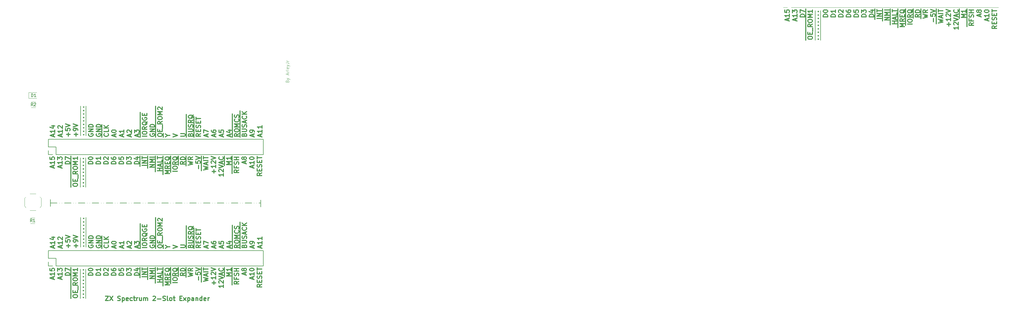
<source format=gbr>
%TF.GenerationSoftware,KiCad,Pcbnew,8.0.0*%
%TF.CreationDate,2024-02-29T19:57:34+01:00*%
%TF.ProjectId,ZX Spectrum_ BUS Expander,5a582053-7065-4637-9472-756d2c204255,rev?*%
%TF.SameCoordinates,Original*%
%TF.FileFunction,Legend,Top*%
%TF.FilePolarity,Positive*%
%FSLAX46Y46*%
G04 Gerber Fmt 4.6, Leading zero omitted, Abs format (unit mm)*
G04 Created by KiCad (PCBNEW 8.0.0) date 2024-02-29 19:57:34*
%MOMM*%
%LPD*%
G01*
G04 APERTURE LIST*
%ADD10C,0.300000*%
%ADD11C,0.200000*%
%ADD12C,0.150000*%
%ADD13C,0.120000*%
%ADD14C,0.100000*%
G04 APERTURE END LIST*
D10*
X415131290Y-36036280D02*
X415274140Y-36107710D01*
X351274140Y-35964850D02*
X351631290Y-35964850D01*
X393597000Y-36822000D02*
X393597000Y-36250570D01*
X368839860Y-36822000D02*
X369411290Y-36822000D01*
X389302720Y-37822000D02*
X389302720Y-38393430D01*
X409694140Y-37679140D02*
X409622720Y-37822000D01*
X360862720Y-36036280D02*
X361148430Y-35964850D01*
X385977000Y-38250570D02*
X385977000Y-37536280D01*
X363117000Y-37893430D02*
X363188430Y-37679140D01*
X391057000Y-36822000D02*
X391057000Y-36464850D01*
X351917000Y-39679140D02*
X350417000Y-39179140D01*
X348448430Y-36250570D02*
X348519860Y-36107710D01*
X411377000Y-36536280D02*
X411377000Y-36250570D01*
X388731290Y-39107710D02*
X389017000Y-39036280D01*
X412162720Y-36036280D02*
X412091290Y-36107710D01*
X417099860Y-41322000D02*
X417171290Y-41393430D01*
X359037000Y-39940140D02*
X358965570Y-39868710D01*
X411377000Y-37750570D02*
X412877000Y-37250570D01*
X389017000Y-37536280D02*
X389159860Y-37607710D01*
X369054140Y-37393430D02*
X369339860Y-37464850D01*
X371379860Y-37393430D02*
X371594140Y-37393430D01*
X409408430Y-38322000D02*
X409265570Y-38393430D01*
X389802720Y-39964850D02*
X389517000Y-40036280D01*
X406297000Y-37464850D02*
X407797000Y-37464850D01*
X387262720Y-36893430D02*
X386977000Y-36964850D01*
X392485570Y-36250570D02*
X392557000Y-36464850D01*
X414059860Y-36107710D02*
X414202720Y-36036280D01*
X398677000Y-40322000D02*
X400177000Y-39964850D01*
X417671290Y-38464850D02*
X417528430Y-38464850D01*
X390017000Y-38393430D02*
X388517000Y-38393430D01*
X370737000Y-36750570D02*
X371451290Y-36822000D01*
X351917000Y-37393430D02*
X351917000Y-38250570D01*
X401359860Y-38107710D02*
X401288430Y-38036280D01*
X372022720Y-37536280D02*
X372165570Y-37679140D01*
X410337000Y-40250570D02*
X409622720Y-40750570D01*
X367157000Y-38250570D02*
X365657000Y-38250570D01*
X348519860Y-36107710D02*
X348591290Y-36036280D01*
X403971290Y-36750570D02*
X403828430Y-36607710D01*
X355497000Y-36393430D02*
X355711290Y-36536280D01*
X349305570Y-36107710D02*
X349377000Y-36250570D01*
X365728430Y-36750570D02*
X365657000Y-36607710D01*
X417171290Y-40607710D02*
X417171290Y-40107710D01*
X408979860Y-38322000D02*
X408908430Y-38250570D01*
X386691290Y-38250570D02*
X386691290Y-37750570D01*
X396137000Y-38036280D02*
X396851290Y-38107710D01*
X358894140Y-38797280D02*
X358965570Y-38868710D01*
X348591290Y-36822000D02*
X348519860Y-36750570D01*
X366942720Y-37536280D02*
X367085570Y-37679140D01*
X351488430Y-39536280D02*
X351488430Y-38822000D01*
X354457000Y-38250570D02*
X352957000Y-38250570D01*
X393882720Y-35964850D02*
X394097000Y-35964850D01*
X389517000Y-35964850D02*
X389802720Y-36036280D01*
X404614140Y-36893430D02*
X404399860Y-36893430D01*
X392557000Y-36464850D02*
X392557000Y-36822000D01*
X417528430Y-38464850D02*
X417385570Y-38536280D01*
X384937000Y-39679140D02*
X383437000Y-39679140D01*
X388588430Y-37679140D02*
X388659860Y-37607710D01*
X396137000Y-37322000D02*
X396137000Y-38036280D01*
X368911290Y-36036280D02*
X368839860Y-36107710D01*
X411377000Y-36250570D02*
X411448430Y-36107710D01*
X412448430Y-38107710D02*
X412448430Y-37393430D01*
X361148430Y-36822000D02*
X360862720Y-36750570D01*
X405257000Y-36393430D02*
X405185570Y-36607710D01*
X391128430Y-37607710D02*
X391199860Y-37536280D01*
X351774140Y-36036280D02*
X351845570Y-36107710D01*
X412019860Y-36536280D02*
X411948430Y-36679140D01*
X381968430Y-37250570D02*
X380897000Y-36750570D01*
X397637000Y-37536280D02*
X397637000Y-37893430D01*
X392199860Y-36036280D02*
X392342720Y-36107710D01*
X397637000Y-36322000D02*
X396137000Y-35822000D01*
X368911290Y-36750570D02*
X369054140Y-36822000D01*
X373277000Y-36893430D02*
X373277000Y-35964850D01*
D11*
X104902000Y-99822000D02*
X107102000Y-99822000D01*
X107902000Y-99822000D02*
X107902000Y-99822000D01*
X108702000Y-99822000D02*
X108702000Y-99822000D01*
X109502000Y-99822000D02*
X111702000Y-99822000D01*
X112502000Y-99822000D02*
X112502000Y-99822000D01*
X113302000Y-99822000D02*
X113302000Y-99822000D01*
X114102000Y-99822000D02*
X116302000Y-99822000D01*
X117102000Y-99822000D02*
X117102000Y-99822000D01*
X117902000Y-99822000D02*
X117902000Y-99822000D01*
X118702000Y-99822000D02*
X120902000Y-99822000D01*
X121702000Y-99822000D02*
X121702000Y-99822000D01*
X122502000Y-99822000D02*
X122502000Y-99822000D01*
X123302000Y-99822000D02*
X125502000Y-99822000D01*
X126302000Y-99822000D02*
X126302000Y-99822000D01*
X127102000Y-99822000D02*
X127102000Y-99822000D01*
X127902000Y-99822000D02*
X130102000Y-99822000D01*
X130902000Y-99822000D02*
X130902000Y-99822000D01*
X131702000Y-99822000D02*
X131702000Y-99822000D01*
X132502000Y-99822000D02*
X134702000Y-99822000D01*
X135502000Y-99822000D02*
X135502000Y-99822000D01*
X136302000Y-99822000D02*
X136302000Y-99822000D01*
X137102000Y-99822000D02*
X139302000Y-99822000D01*
X140102000Y-99822000D02*
X140102000Y-99822000D01*
X140902000Y-99822000D02*
X140902000Y-99822000D01*
X141702000Y-99822000D02*
X143902000Y-99822000D01*
X144702000Y-99822000D02*
X144702000Y-99822000D01*
X145502000Y-99822000D02*
X145502000Y-99822000D01*
X146302000Y-99822000D02*
X148502000Y-99822000D01*
X149302000Y-99822000D02*
X149302000Y-99822000D01*
X150102000Y-99822000D02*
X150102000Y-99822000D01*
X150902000Y-99822000D02*
X153102000Y-99822000D01*
X153902000Y-99822000D02*
X153902000Y-99822000D01*
X154702000Y-99822000D02*
X154702000Y-99822000D01*
X155502000Y-99822000D02*
X157702000Y-99822000D01*
X158502000Y-99822000D02*
X158502000Y-99822000D01*
X159302000Y-99822000D02*
X159302000Y-99822000D01*
X160102000Y-99822000D02*
X162302000Y-99822000D01*
X163102000Y-99822000D02*
X163102000Y-99822000D01*
X163902000Y-99822000D02*
X163902000Y-99822000D01*
X164702000Y-99822000D02*
X166902000Y-99822000D01*
X167702000Y-99822000D02*
X167702000Y-99822000D01*
X168502000Y-99822000D02*
X168502000Y-99822000D01*
X169302000Y-99822000D02*
X171502000Y-99822000D01*
X172302000Y-99822000D02*
X172302000Y-99822000D01*
X173102000Y-99822000D02*
X173102000Y-99822000D01*
X173902000Y-99822000D02*
X174498000Y-99822000D01*
D10*
X384937000Y-36250570D02*
X383437000Y-36250570D01*
X387477000Y-36607710D02*
X387405570Y-36750570D01*
X389802720Y-36036280D02*
X389945570Y-36179140D01*
X405257000Y-40964850D02*
X405257000Y-40036280D01*
X388517000Y-36322000D02*
X388588430Y-36179140D01*
X393597000Y-38679140D02*
X395097000Y-38322000D01*
X392557000Y-37464850D02*
X391842720Y-37964850D01*
X348519860Y-36750570D02*
X348448430Y-36607710D01*
X408837000Y-37750570D02*
X408908430Y-37536280D01*
X374777000Y-36250570D02*
X374777000Y-36679140D01*
X376674140Y-37393430D02*
X376959860Y-37464850D01*
X392948430Y-38893430D02*
X392948430Y-37179140D01*
X361791290Y-36036280D02*
X361934140Y-36107710D01*
X350988430Y-36464850D02*
X350988430Y-36250570D01*
X369411290Y-36822000D02*
X369554140Y-36750570D01*
X416599860Y-41322000D02*
X416742720Y-41250570D01*
X387477000Y-38893430D02*
X386762720Y-39393430D01*
X356997000Y-41536280D02*
X355497000Y-41536280D01*
X350774140Y-38107710D02*
X350845570Y-38250570D01*
X354848430Y-41893430D02*
X354848430Y-40393430D01*
X397494140Y-37322000D02*
X397565570Y-37393430D01*
X412734140Y-36750570D02*
X412805570Y-36679140D01*
X400177000Y-38679140D02*
X398677000Y-38179140D01*
X412591290Y-35964850D02*
X412305570Y-35964850D01*
X369697000Y-38250570D02*
X368197000Y-38250570D01*
X355568430Y-45464850D02*
X355497000Y-45322000D01*
X360577000Y-38250570D02*
X360577000Y-37893430D01*
X417957000Y-38750570D02*
X417885570Y-38607710D01*
X408188430Y-37250570D02*
X408188430Y-35679140D01*
X356497000Y-39107710D02*
X356782720Y-39179140D01*
X360577000Y-37893430D02*
X360648430Y-37679140D01*
X411877000Y-36036280D02*
X411948430Y-36107710D01*
X356997000Y-43322000D02*
X356997000Y-44036280D01*
X374419860Y-37464850D02*
X374562720Y-37536280D01*
X355568430Y-40822000D02*
X355639860Y-40750570D01*
X349305570Y-36750570D02*
X349234140Y-36822000D01*
X409122720Y-40250570D02*
X409337000Y-40250570D01*
X358965570Y-41154430D02*
X359037000Y-41083000D01*
X415417000Y-39679140D02*
X413917000Y-39179140D01*
X350417000Y-35964850D02*
X350988430Y-36464850D01*
X410337000Y-38179140D02*
X410337000Y-37822000D01*
X376031290Y-37536280D02*
X376174140Y-37464850D01*
X411734140Y-35964850D02*
X411877000Y-36036280D01*
X391771290Y-37607710D02*
X391842720Y-37750570D01*
X357139860Y-43036280D02*
X357139860Y-41893430D01*
X389945570Y-36179140D02*
X390017000Y-36322000D01*
X414488430Y-36822000D02*
X414202720Y-36750570D01*
X371451290Y-36822000D02*
X371379860Y-36750570D01*
X356211290Y-44036280D02*
X356211290Y-43536280D01*
X358965570Y-37583000D02*
X358894140Y-37654430D01*
X358965570Y-40011570D02*
X359037000Y-39940140D01*
X360719860Y-36679140D02*
X360648430Y-36607710D01*
X358894140Y-41083000D02*
X358965570Y-41154430D01*
X401217000Y-39107710D02*
X401431290Y-39250570D01*
X400177000Y-37179140D02*
X398677000Y-37179140D01*
X393739860Y-36036280D02*
X393882720Y-35964850D01*
X396779860Y-37393430D02*
X396851290Y-37322000D01*
X409479860Y-38250570D02*
X409408430Y-38322000D01*
X397637000Y-37893430D02*
X397565570Y-38036280D01*
X362005570Y-36179140D02*
X362077000Y-36322000D01*
X403757000Y-39607710D02*
X405257000Y-39107710D01*
X375745570Y-36464850D02*
X376817000Y-36822000D01*
X355497000Y-38464850D02*
X356568430Y-37964850D01*
X356997000Y-36393430D02*
X355497000Y-36393430D01*
X404399860Y-36893430D02*
X404114140Y-36822000D01*
X359037000Y-38797280D02*
X358965570Y-38725850D01*
X358965570Y-42154430D02*
X358894140Y-42225850D01*
X409551290Y-38107710D02*
X409479860Y-38250570D01*
X355497000Y-37464850D02*
X356997000Y-37464850D01*
X417171290Y-41393430D02*
X417242720Y-41536280D01*
X384937000Y-39179140D02*
X383437000Y-38679140D01*
X387119860Y-36536280D02*
X387119860Y-36679140D01*
X388802720Y-37536280D02*
X389017000Y-37536280D01*
X358894140Y-38797280D02*
X359037000Y-38797280D01*
X360719860Y-36107710D02*
X360862720Y-36036280D01*
X373277000Y-38250570D02*
X373277000Y-37893430D01*
X370737000Y-37893430D02*
X370808430Y-37679140D01*
X354848430Y-40393430D02*
X354848430Y-38822000D01*
X358894140Y-42225850D02*
X358965570Y-42297280D01*
X391414140Y-36036280D02*
X391699860Y-35964850D01*
X387477000Y-41464850D02*
X385977000Y-41464850D01*
X412019860Y-36536280D02*
X412091290Y-36679140D01*
X413988430Y-36179140D02*
X414059860Y-36107710D01*
X396708430Y-37893430D02*
X396708430Y-37536280D01*
X371594140Y-37393430D02*
X371879860Y-37464850D01*
X348448430Y-36607710D02*
X348448430Y-36250570D01*
X403828430Y-36036280D02*
X403899860Y-35964850D01*
X407368430Y-37964850D02*
X406297000Y-37464850D01*
X377317000Y-37893430D02*
X377317000Y-38250570D01*
X409765570Y-37607710D02*
X409694140Y-37679140D01*
X409479860Y-40322000D02*
X409551290Y-40393430D01*
X356997000Y-39750570D02*
X356925570Y-39893430D01*
X353599860Y-37393430D02*
X353814140Y-37393430D01*
X358965570Y-36440140D02*
X358894140Y-36511570D01*
X415417000Y-37393430D02*
X415417000Y-38250570D01*
X359037000Y-36511570D02*
X358965570Y-36440140D01*
X355497000Y-41536280D02*
X355497000Y-40964850D01*
X366514140Y-37393430D02*
X366799860Y-37464850D01*
X368554140Y-36750570D02*
X368839860Y-36822000D01*
X370737000Y-36036280D02*
X370737000Y-36750570D01*
X390017000Y-36322000D02*
X390017000Y-36607710D01*
X373848430Y-36464850D02*
X373848430Y-36250570D01*
X416528430Y-41393430D02*
X416599860Y-41322000D01*
X369625570Y-36679140D02*
X369697000Y-36536280D01*
X387191290Y-36393430D02*
X387119860Y-36536280D01*
X368839860Y-36107710D02*
X368768430Y-36250570D01*
X387548430Y-36036280D02*
X387405570Y-36179140D01*
X358965570Y-37725850D02*
X359037000Y-37654430D01*
X365657000Y-38250570D02*
X365657000Y-37893430D01*
X368554140Y-37464850D02*
X368839860Y-37393430D01*
X355997000Y-44679140D02*
X356497000Y-44679140D01*
X360577000Y-36322000D02*
X360648430Y-36179140D01*
X411519860Y-36750570D02*
X411448430Y-36679140D01*
X410051290Y-37536280D02*
X409908430Y-37536280D01*
X403757000Y-36393430D02*
X403757000Y-36250570D01*
X374134140Y-35964850D02*
X374491290Y-35964850D01*
X403899860Y-40107710D02*
X404042720Y-40036280D01*
X409622720Y-40536280D02*
X409622720Y-41107710D01*
X359037000Y-37654430D02*
X358965570Y-37583000D01*
X401431290Y-39250570D02*
X401574140Y-39393430D01*
X378357000Y-38036280D02*
X379857000Y-37179140D01*
X390017000Y-40679140D02*
X388517000Y-40679140D01*
X391057000Y-37750570D02*
X391128430Y-37607710D01*
X411734140Y-36822000D02*
X411662720Y-36822000D01*
X377317000Y-38250570D02*
X375817000Y-38250570D01*
X379857000Y-36250570D02*
X378357000Y-36250570D01*
X351631290Y-35964850D02*
X351774140Y-36036280D01*
X354242720Y-37536280D02*
X354385570Y-37679140D01*
X368197000Y-36393430D02*
X368268430Y-36536280D01*
X364545570Y-37679140D02*
X364617000Y-37893430D01*
X400177000Y-36250570D02*
X398677000Y-36250570D01*
X358894140Y-39940140D02*
X359037000Y-39940140D01*
X388517000Y-39393430D02*
X388588430Y-39250570D01*
X403757000Y-37822000D02*
X405257000Y-37322000D01*
X408188430Y-41464850D02*
X408188430Y-39964850D01*
X358894140Y-45654430D02*
X359037000Y-45654430D01*
X386977000Y-35964850D02*
X387262720Y-36036280D01*
X351917000Y-37822000D02*
X350417000Y-37822000D01*
X348234140Y-38107710D02*
X348305570Y-38250570D01*
X347877000Y-39179140D02*
X349377000Y-38679140D01*
X362077000Y-36464850D02*
X362005570Y-36607710D01*
X389517000Y-39036280D02*
X389802720Y-39107710D01*
X351917000Y-36679140D02*
X351845570Y-36822000D01*
X385977000Y-41464850D02*
X387048430Y-40964850D01*
X411448430Y-36679140D02*
X411377000Y-36536280D01*
X380248430Y-38107710D02*
X380248430Y-36393430D01*
X410337000Y-36893430D02*
X408837000Y-36893430D01*
X355497000Y-39464850D02*
X355568430Y-39322000D01*
X412162720Y-36750570D02*
X412305570Y-36822000D01*
X413988430Y-36607710D02*
X413917000Y-36464850D01*
X356497000Y-44679140D02*
X356782720Y-44750570D01*
X350417000Y-39179140D02*
X351917000Y-38679140D01*
X417957000Y-41250570D02*
X417242720Y-41750570D01*
X417885570Y-39322000D02*
X417957000Y-39107710D01*
X388731290Y-36036280D02*
X389017000Y-35964850D01*
X416457000Y-36679140D02*
X416457000Y-35822000D01*
X347877000Y-36036280D02*
X347877000Y-36750570D01*
X376817000Y-36822000D02*
X376817000Y-35893430D01*
X394097000Y-35964850D02*
X394239860Y-36036280D01*
X397351290Y-37250570D02*
X397494140Y-37322000D01*
X363331290Y-36536280D02*
X363474140Y-36679140D01*
X414202720Y-36036280D02*
X414488430Y-35964850D01*
X349377000Y-36607710D02*
X349305570Y-36750570D01*
X355497000Y-44036280D02*
X355497000Y-43322000D01*
X355497000Y-45036280D02*
X355568430Y-44893430D01*
X356497000Y-45679140D02*
X355997000Y-45679140D01*
X360648430Y-36607710D02*
X360577000Y-36464850D01*
X363474140Y-36679140D02*
X363545570Y-36822000D01*
X361505570Y-35964850D02*
X361791290Y-36036280D01*
X402145570Y-41322000D02*
X402145570Y-40179140D01*
X414988430Y-39536280D02*
X414988430Y-38822000D01*
X368268430Y-37679140D02*
X368411290Y-37536280D01*
X385977000Y-36607710D02*
X385977000Y-36322000D01*
X406297000Y-38464850D02*
X407368430Y-37964850D01*
X391199860Y-37536280D02*
X391342720Y-37464850D01*
X401288430Y-38036280D02*
X401217000Y-37893430D01*
X347877000Y-37822000D02*
X348091290Y-37964850D01*
X366085570Y-35964850D02*
X366299860Y-36036280D01*
X417242720Y-41536280D02*
X417242720Y-42107710D01*
X369054140Y-35964850D02*
X368911290Y-36036280D01*
X389802720Y-39107710D02*
X389945570Y-39250570D01*
X412805570Y-36107710D02*
X412734140Y-36036280D01*
X376459860Y-37393430D02*
X376674140Y-37393430D01*
X408979860Y-40322000D02*
X409122720Y-40250570D01*
X390017000Y-39679140D02*
X389945570Y-39822000D01*
X353028430Y-37679140D02*
X353171290Y-37536280D01*
X387405570Y-36179140D02*
X387477000Y-36322000D01*
X416457000Y-41536280D02*
X416528430Y-41393430D01*
X350988430Y-36250570D02*
X351059860Y-36107710D01*
X392557000Y-38322000D02*
X391057000Y-38322000D01*
X358965570Y-38725850D02*
X358894140Y-38797280D01*
X382397000Y-38464850D02*
X380897000Y-38464850D01*
X402717000Y-40750570D02*
X401574140Y-40750570D01*
X363188430Y-37679140D02*
X363331290Y-37536280D01*
X372165570Y-36750570D02*
X372094140Y-36822000D01*
X368268430Y-36536280D02*
X368339860Y-36607710D01*
X410265570Y-37679140D02*
X410194140Y-37607710D01*
X390017000Y-39393430D02*
X390017000Y-39679140D01*
X365942720Y-35964850D02*
X366085570Y-35964850D01*
X365657000Y-36607710D02*
X365657000Y-36250570D01*
X355711290Y-36536280D02*
X355854140Y-36679140D01*
X374491290Y-35964850D02*
X374634140Y-36036280D01*
X375888430Y-37679140D02*
X376031290Y-37536280D01*
X351845570Y-36107710D02*
X351917000Y-36250570D01*
X393597000Y-36250570D02*
X393668430Y-36107710D01*
X386119860Y-38964850D02*
X386262720Y-38893430D01*
X369339860Y-37464850D02*
X369482720Y-37536280D01*
X395097000Y-37750570D02*
X393597000Y-37393430D01*
X386477000Y-38893430D02*
X386619860Y-38964850D01*
X382397000Y-37750570D02*
X380897000Y-37750570D01*
X368839860Y-36679140D02*
X368911290Y-36750570D01*
X371379860Y-36750570D02*
X371308430Y-36607710D01*
X361862720Y-37536280D02*
X362005570Y-37679140D01*
D11*
X104902000Y-98679000D02*
X104902000Y-100965000D01*
D10*
X348948430Y-39536280D02*
X348948430Y-38822000D01*
X417171290Y-37822000D02*
X417171290Y-37322000D01*
X387477000Y-37536280D02*
X387477000Y-38250570D01*
X347877000Y-36750570D02*
X348591290Y-36822000D01*
X387048430Y-40964850D02*
X385977000Y-40464850D01*
X412305570Y-36822000D02*
X412591290Y-36822000D01*
X411519860Y-36036280D02*
X411662720Y-35964850D01*
X362005570Y-37679140D02*
X362077000Y-37893430D01*
X401288430Y-37393430D02*
X401359860Y-37322000D01*
X387868430Y-37250570D02*
X387868430Y-35679140D01*
X351131290Y-36036280D02*
X351274140Y-35964850D01*
X397065570Y-39893430D02*
X397065570Y-38750570D01*
X408188430Y-39964850D02*
X408188430Y-38679140D01*
X373348430Y-37679140D02*
X373491290Y-37536280D01*
X356997000Y-39464850D02*
X356997000Y-39750570D01*
X368768430Y-36536280D02*
X368839860Y-36679140D01*
X369625570Y-37679140D02*
X369697000Y-37893430D01*
X416885570Y-39322000D02*
X416742720Y-39322000D01*
X391057000Y-38322000D02*
X391057000Y-37750570D01*
X404114140Y-42179140D02*
X404185570Y-42322000D01*
X389517000Y-36964850D02*
X389017000Y-36964850D01*
X379857000Y-38036280D02*
X378357000Y-38036280D01*
X410337000Y-41107710D02*
X408837000Y-41107710D01*
X355568430Y-39893430D02*
X355497000Y-39750570D01*
X376317000Y-36107710D02*
X377317000Y-36107710D01*
X387477000Y-39750570D02*
X385977000Y-39750570D01*
X356925570Y-44893430D02*
X356997000Y-45036280D01*
X401217000Y-37536280D02*
X401288430Y-37393430D01*
X365657000Y-37893430D02*
X365728430Y-37679140D01*
X356925570Y-39322000D02*
X356997000Y-39464850D01*
X400177000Y-39393430D02*
X398677000Y-39036280D01*
X415345570Y-36607710D02*
X415274140Y-36679140D01*
X371308430Y-36250570D02*
X371379860Y-36107710D01*
X415417000Y-36464850D02*
X415345570Y-36607710D01*
X376174140Y-37464850D02*
X376459860Y-37393430D01*
X389802720Y-36893430D02*
X389517000Y-36964850D01*
X386048430Y-39036280D02*
X386119860Y-38964850D01*
X391842720Y-37750570D02*
X391842720Y-38322000D01*
X414274140Y-38107710D02*
X414345570Y-38250570D01*
X358894140Y-44511570D02*
X359037000Y-44511570D01*
X401645570Y-37250570D02*
X401859860Y-37322000D01*
X360862720Y-36750570D02*
X360719860Y-36679140D01*
X404042720Y-40036280D02*
X404185570Y-40036280D01*
X397565570Y-38036280D02*
X397494140Y-38107710D01*
X386191290Y-36036280D02*
X386477000Y-35964850D01*
X350631290Y-37964850D02*
X350774140Y-38107710D01*
X368839860Y-37393430D02*
X369054140Y-37393430D01*
X355997000Y-45679140D02*
X355711290Y-45607710D01*
X415417000Y-37822000D02*
X413917000Y-37822000D01*
X390017000Y-36607710D02*
X389945570Y-36750570D01*
X356997000Y-40679140D02*
X356282720Y-41179140D01*
X404185570Y-40036280D02*
X404399860Y-40107710D01*
X406654140Y-36679140D02*
X406725570Y-36822000D01*
X405257000Y-41893430D02*
X403757000Y-41893430D01*
X387868430Y-38750570D02*
X387868430Y-37250570D01*
X358894140Y-36511570D02*
X359037000Y-36511570D01*
X355711290Y-44750570D02*
X355997000Y-44679140D01*
X363117000Y-36393430D02*
X363331290Y-36536280D01*
X384151290Y-40536280D02*
X384151290Y-39679140D01*
X391914140Y-35964850D02*
X392199860Y-36036280D01*
X394025570Y-38036280D02*
X395097000Y-37750570D01*
X371308430Y-36607710D02*
X371308430Y-36250570D01*
X412805570Y-36679140D02*
X412877000Y-36536280D01*
X401502720Y-37250570D02*
X401645570Y-37250570D01*
X414488430Y-35964850D02*
X414845570Y-35964850D01*
X354848430Y-37107710D02*
X354848430Y-35679140D01*
X399105570Y-39679140D02*
X400177000Y-39393430D01*
X417242720Y-38750570D02*
X417171290Y-39036280D01*
X408188430Y-38679140D02*
X408188430Y-37250570D01*
X412877000Y-36250570D02*
X412805570Y-36107710D01*
X372237000Y-36607710D02*
X372165570Y-36750570D01*
X374705570Y-36822000D02*
X374634140Y-36893430D01*
X358965570Y-44440140D02*
X358894140Y-44511570D01*
X389231290Y-37679140D02*
X389302720Y-37822000D01*
X417028430Y-39250570D02*
X416885570Y-39322000D01*
X356282720Y-40964850D02*
X356282720Y-41536280D01*
X412591290Y-36822000D02*
X412734140Y-36750570D01*
X394239860Y-36036280D02*
X394311290Y-36107710D01*
X412877000Y-36536280D02*
X412877000Y-36250570D01*
X393668430Y-36107710D02*
X393739860Y-36036280D01*
X417957000Y-42107710D02*
X416457000Y-42107710D01*
X389017000Y-40036280D02*
X388731290Y-39964850D01*
X373491290Y-37536280D02*
X373634140Y-37464850D01*
X382397000Y-39322000D02*
X380897000Y-39322000D01*
X415131290Y-36750570D02*
X414845570Y-36822000D01*
X356211290Y-40822000D02*
X356282720Y-40964850D01*
X387868430Y-40322000D02*
X387868430Y-38750570D01*
X388731290Y-39964850D02*
X388588430Y-39822000D01*
X386191290Y-36893430D02*
X386048430Y-36750570D01*
X356782720Y-39179140D02*
X356925570Y-39322000D01*
X390408430Y-37179140D02*
X390408430Y-35679140D01*
X366299860Y-36036280D02*
X367157000Y-36893430D01*
X403757000Y-41893430D02*
X403971290Y-42036280D01*
X409622720Y-37822000D02*
X409551290Y-38107710D01*
X413917000Y-39179140D02*
X415417000Y-38679140D01*
X410265570Y-38393430D02*
X410337000Y-38179140D01*
X389017000Y-39036280D02*
X389517000Y-39036280D01*
X411662720Y-36822000D02*
X411519860Y-36750570D01*
X360648430Y-37679140D02*
X360791290Y-37536280D01*
X387477000Y-36322000D02*
X387477000Y-36607710D01*
X388588430Y-39822000D02*
X388517000Y-39679140D01*
X406297000Y-36393430D02*
X406511290Y-36536280D01*
X402717000Y-39107710D02*
X401217000Y-39107710D01*
X403971290Y-42036280D02*
X404114140Y-42179140D01*
X398677000Y-38179140D02*
X400177000Y-37679140D01*
X365871290Y-37536280D02*
X366014140Y-37464850D01*
X372237000Y-38250570D02*
X370737000Y-38250570D01*
X417385570Y-38536280D02*
X417314140Y-38607710D01*
X417099860Y-39179140D02*
X417028430Y-39250570D01*
X371594140Y-35964850D02*
X371951290Y-35964850D01*
X378357000Y-36679140D02*
X378357000Y-35822000D01*
X386477000Y-35964850D02*
X386977000Y-35964850D01*
X361934140Y-36107710D02*
X362005570Y-36179140D01*
X368411290Y-37536280D02*
X368554140Y-37464850D01*
X351917000Y-36250570D02*
X351917000Y-36679140D01*
X411877000Y-36750570D02*
X411734140Y-36822000D01*
X392557000Y-36822000D02*
X391057000Y-36822000D01*
X360648430Y-36179140D02*
X360719860Y-36107710D01*
X377708430Y-36822000D02*
X377708430Y-35679140D01*
X363117000Y-38250570D02*
X363117000Y-37893430D01*
X401359860Y-37322000D02*
X401502720Y-37250570D01*
X351845570Y-36822000D02*
X351774140Y-36893430D01*
X391271290Y-36107710D02*
X391414140Y-36036280D01*
X354848430Y-38822000D02*
X354848430Y-37107710D01*
X416599860Y-39250570D02*
X416528430Y-39179140D01*
X410337000Y-36036280D02*
X408837000Y-36036280D01*
X407797000Y-38464850D02*
X406297000Y-38464850D01*
X415417000Y-36322000D02*
X415417000Y-36464850D01*
X401859860Y-37322000D02*
X402717000Y-38179140D01*
X368197000Y-38250570D02*
X368197000Y-37893430D01*
X405114140Y-35964850D02*
X405185570Y-36036280D01*
X385328430Y-37250570D02*
X385328430Y-35679140D01*
X380897000Y-39322000D02*
X382397000Y-38464850D01*
X398028430Y-38822000D02*
X398028430Y-37536280D01*
X400177000Y-39964850D02*
X399105570Y-39679140D01*
X365799860Y-36036280D02*
X365942720Y-35964850D01*
X356997000Y-38464850D02*
X355497000Y-38464850D01*
X404399860Y-40107710D02*
X405257000Y-40964850D01*
X356925570Y-39893430D02*
X356782720Y-40036280D01*
X373634140Y-37464850D02*
X373919860Y-37393430D01*
X386048430Y-36179140D02*
X386191290Y-36036280D01*
X358965570Y-45583000D02*
X358894140Y-45654430D01*
X416457000Y-39036280D02*
X416457000Y-38679140D01*
X416957000Y-41250570D02*
X417099860Y-41322000D01*
X389945570Y-39250570D02*
X390017000Y-39393430D01*
X358894140Y-43368710D02*
X359037000Y-43368710D01*
X401574140Y-39393430D02*
X401645570Y-39536280D01*
X356782720Y-44750570D02*
X356925570Y-44893430D01*
X412877000Y-38250570D02*
X411377000Y-37750570D01*
X384508430Y-39036280D02*
X384508430Y-38322000D01*
X372165570Y-36107710D02*
X372237000Y-36250570D01*
X358894140Y-39940140D02*
X358965570Y-40011570D01*
X356139860Y-40750570D02*
X356211290Y-40822000D01*
X388588430Y-36750570D02*
X388517000Y-36607710D01*
X409551290Y-39107710D02*
X409551290Y-39607710D01*
X408837000Y-38107710D02*
X408837000Y-37750570D01*
X380897000Y-36750570D02*
X382397000Y-36750570D01*
X416457000Y-37822000D02*
X416457000Y-37107710D01*
X396851290Y-37322000D02*
X396994140Y-37250570D01*
X386048430Y-36750570D02*
X385977000Y-36607710D01*
X386977000Y-36964850D02*
X386477000Y-36964850D01*
X408837000Y-40536280D02*
X408908430Y-40393430D01*
X374705570Y-36107710D02*
X374777000Y-36250570D01*
X372237000Y-36250570D02*
X372237000Y-36607710D01*
X388517000Y-37822000D02*
X388588430Y-37679140D01*
X411448430Y-36107710D02*
X411519860Y-36036280D01*
X385977000Y-39179140D02*
X386048430Y-39036280D01*
X405185570Y-36607710D02*
X405042720Y-36750570D01*
X408908430Y-40393430D02*
X408979860Y-40322000D01*
D12*
X359747430Y-36184140D02*
X359747430Y-45994140D01*
X357969430Y-36184140D02*
X357969430Y-45994140D01*
D10*
X368197000Y-37893430D02*
X368268430Y-37679140D01*
X417314140Y-38607710D02*
X417242720Y-38750570D01*
X390017000Y-37536280D02*
X389302720Y-38036280D01*
X416457000Y-38679140D02*
X416528430Y-38464850D01*
X394311290Y-36107710D02*
X394382720Y-36250570D01*
X365657000Y-36250570D02*
X365728430Y-36107710D01*
X403828430Y-40822000D02*
X403757000Y-40679140D01*
X413917000Y-37822000D02*
X414131290Y-37964850D01*
X353814140Y-37393430D02*
X354099860Y-37464850D01*
X361219860Y-37393430D02*
X361434140Y-37393430D01*
X362077000Y-37893430D02*
X362077000Y-38250570D01*
X402717000Y-38679140D02*
X402717000Y-39536280D01*
X387477000Y-38250570D02*
X385977000Y-38250570D01*
X365799860Y-36822000D02*
X365728430Y-36750570D01*
X355568430Y-39322000D02*
X355711290Y-39179140D01*
X389945570Y-36750570D02*
X389802720Y-36893430D01*
X377102720Y-37536280D02*
X377245570Y-37679140D01*
X386477000Y-36964850D02*
X386191290Y-36893430D01*
X396708430Y-37536280D02*
X396779860Y-37393430D01*
X358894140Y-42225850D02*
X359037000Y-42225850D01*
X372094140Y-36036280D02*
X372165570Y-36107710D01*
X358965570Y-45725850D02*
X359037000Y-45654430D01*
X373277000Y-37893430D02*
X373348430Y-37679140D01*
X398677000Y-36679140D02*
X398677000Y-35822000D01*
X409122720Y-38393430D02*
X408979860Y-38322000D01*
X417957000Y-37822000D02*
X416457000Y-37822000D01*
X358965570Y-39868710D02*
X358894140Y-39940140D01*
X415345570Y-36179140D02*
X415417000Y-36322000D01*
X397565570Y-37393430D02*
X397637000Y-37536280D01*
X390088430Y-36036280D02*
X389945570Y-36179140D01*
X411948430Y-36679140D02*
X411877000Y-36750570D01*
X385977000Y-40464850D02*
X387477000Y-40464850D01*
X349377000Y-37393430D02*
X349377000Y-38250570D01*
X349377000Y-36250570D02*
X349377000Y-36607710D01*
X356997000Y-45322000D02*
X356925570Y-45464850D01*
X402717000Y-36322000D02*
X401217000Y-35822000D01*
X386619860Y-38964850D02*
X386691290Y-39036280D01*
X363974140Y-37393430D02*
X364259860Y-37464850D01*
X382397000Y-36036280D02*
X380897000Y-36036280D01*
X375817000Y-37893430D02*
X375888430Y-37679140D01*
X373919860Y-37393430D02*
X374134140Y-37393430D01*
X412019860Y-36250570D02*
X412019860Y-36536280D01*
X369697000Y-36536280D02*
X369697000Y-36250570D01*
X406511290Y-36536280D02*
X406654140Y-36679140D01*
X417957000Y-37107710D02*
X417957000Y-37822000D01*
X355497000Y-39750570D02*
X355497000Y-39464850D01*
X358894140Y-43368710D02*
X358965570Y-43440140D01*
X364402720Y-37536280D02*
X364545570Y-37679140D01*
X417957000Y-36250570D02*
X416457000Y-36250570D01*
X414059860Y-36679140D02*
X413988430Y-36607710D01*
X373919860Y-36107710D02*
X373991290Y-36036280D01*
X356568430Y-37964850D02*
X355497000Y-37464850D01*
X416457000Y-40607710D02*
X416457000Y-39893430D01*
X412734140Y-36036280D02*
X412591290Y-35964850D01*
X403828430Y-36607710D02*
X403757000Y-36393430D01*
X367157000Y-36893430D02*
X367157000Y-35964850D01*
X388731290Y-36893430D02*
X388588430Y-36750570D01*
X356997000Y-44036280D02*
X355497000Y-44036280D01*
X417957000Y-39893430D02*
X417957000Y-40607710D01*
X386691290Y-39036280D02*
X386762720Y-39179140D01*
X349377000Y-37822000D02*
X347877000Y-37822000D01*
X349091290Y-35964850D02*
X349234140Y-36036280D01*
X355854140Y-36679140D02*
X355925570Y-36822000D01*
X348591290Y-36036280D02*
X348734140Y-35964850D01*
X371379860Y-36107710D02*
X371451290Y-36036280D01*
X414202720Y-36750570D02*
X414059860Y-36679140D01*
X355997000Y-39107710D02*
X356497000Y-39107710D01*
X404828430Y-38179140D02*
X404828430Y-37464850D01*
X387868430Y-41036280D02*
X387868430Y-40322000D01*
X368339860Y-36607710D02*
X368554140Y-36750570D01*
D11*
X174498000Y-98806000D02*
X174498000Y-101092000D01*
D10*
X388517000Y-39679140D02*
X388517000Y-39393430D01*
X358965570Y-38868710D02*
X359037000Y-38797280D01*
X416528430Y-39179140D02*
X416457000Y-39036280D01*
X389517000Y-40036280D02*
X389017000Y-40036280D01*
X414131290Y-37964850D02*
X414274140Y-38107710D01*
X367157000Y-37893430D02*
X367157000Y-38250570D01*
X382788430Y-38036280D02*
X382788430Y-36822000D01*
X358894140Y-45654430D02*
X358965570Y-45725850D01*
X358965570Y-36583000D02*
X359037000Y-36511570D01*
X363474140Y-37464850D02*
X363759860Y-37393430D01*
X415274140Y-36107710D02*
X415345570Y-36179140D01*
X360791290Y-37536280D02*
X360934140Y-37464850D01*
X370808430Y-37679140D02*
X370951290Y-37536280D01*
X361505570Y-36822000D02*
X361148430Y-36822000D01*
X368197000Y-36107710D02*
X368197000Y-36393430D01*
X415274140Y-36679140D02*
X415131290Y-36750570D01*
X401217000Y-36822000D02*
X402717000Y-36322000D01*
X390159860Y-35893430D02*
X390088430Y-36036280D01*
X388517000Y-36607710D02*
X388517000Y-36322000D01*
X361434140Y-37393430D02*
X361719860Y-37464850D01*
X359037000Y-44511570D02*
X358965570Y-44440140D01*
X398028430Y-40536280D02*
X398028430Y-38822000D01*
X362077000Y-36322000D02*
X362077000Y-36464850D01*
X386262720Y-38893430D02*
X386477000Y-38893430D01*
X352957000Y-35893430D02*
X354457000Y-36536280D01*
X405648430Y-37107710D02*
X405648430Y-35679140D01*
X355639860Y-40750570D02*
X355782720Y-40679140D01*
X361934140Y-36679140D02*
X361791290Y-36750570D01*
X417885570Y-38607710D02*
X417814140Y-38536280D01*
X380248430Y-36393430D02*
X380248430Y-35679140D01*
X394382720Y-36250570D02*
X394382720Y-36822000D01*
X363759860Y-37393430D02*
X363974140Y-37393430D01*
X358894140Y-44511570D02*
X358965570Y-44583000D01*
X369554140Y-36750570D02*
X369625570Y-36679140D01*
X358894140Y-36511570D02*
X358965570Y-36583000D01*
X355782720Y-40679140D02*
X355997000Y-40679140D01*
X403828430Y-40179140D02*
X403899860Y-40107710D01*
X369554140Y-36036280D02*
X369411290Y-35964850D01*
X412091290Y-36107710D02*
X412019860Y-36250570D01*
X372237000Y-37893430D02*
X372237000Y-38250570D01*
D13*
X348698430Y-35189140D02*
X347368430Y-35189140D01*
D10*
X358965570Y-43297280D02*
X358894140Y-43368710D01*
X405185570Y-36036280D02*
X405257000Y-36250570D01*
X395097000Y-36822000D02*
X393597000Y-36822000D01*
X385328430Y-38607710D02*
X385328430Y-37250570D01*
X372165570Y-37679140D02*
X372237000Y-37893430D01*
X388659860Y-37607710D02*
X388802720Y-37536280D01*
X403757000Y-40322000D02*
X403828430Y-40179140D01*
X388588430Y-39250570D02*
X388731290Y-39107710D01*
X385328430Y-41822000D02*
X385328430Y-40107710D01*
D13*
X349968430Y-35189140D02*
X418608430Y-35189140D01*
D10*
X390408430Y-38679140D02*
X390408430Y-37179140D01*
X389017000Y-35964850D02*
X389517000Y-35964850D01*
X389017000Y-36964850D02*
X388731290Y-36893430D01*
X391128430Y-36250570D02*
X391271290Y-36107710D01*
X389659860Y-36536280D02*
X389659860Y-36679140D01*
X387262720Y-36036280D02*
X387405570Y-36179140D01*
X362005570Y-36607710D02*
X361934140Y-36679140D01*
X350417000Y-37822000D02*
X350631290Y-37964850D01*
X351059860Y-36107710D02*
X351131290Y-36036280D01*
X355711290Y-40036280D02*
X355568430Y-39893430D01*
X401217000Y-37893430D02*
X401217000Y-37536280D01*
X355711290Y-45607710D02*
X355568430Y-45464850D01*
X412091290Y-36679140D02*
X412162720Y-36750570D01*
X370737000Y-38250570D02*
X370737000Y-37893430D01*
X368768430Y-36250570D02*
X368768430Y-36536280D01*
X377708430Y-39107710D02*
X377708430Y-38393430D01*
X388588430Y-36179140D02*
X388731290Y-36036280D01*
X369482720Y-37536280D02*
X369625570Y-37679140D01*
X398028430Y-36822000D02*
X398028430Y-35679140D01*
X408837000Y-39607710D02*
X408837000Y-38893430D01*
X409908430Y-37536280D02*
X409765570Y-37607710D01*
X384937000Y-40536280D02*
X383437000Y-40536280D01*
X364617000Y-37893430D02*
X364617000Y-38250570D01*
X405648430Y-38822000D02*
X405648430Y-37107710D01*
X371951290Y-35964850D02*
X372094140Y-36036280D01*
X409551290Y-40393430D02*
X409622720Y-40536280D01*
X383437000Y-36679140D02*
X383437000Y-35822000D01*
X385977000Y-39750570D02*
X385977000Y-39179140D01*
X380248430Y-39679140D02*
X380248430Y-38107710D01*
X348091290Y-37964850D02*
X348234140Y-38107710D01*
X398028430Y-37536280D02*
X398028430Y-36822000D01*
X403757000Y-36250570D02*
X403828430Y-36036280D01*
X364617000Y-38250570D02*
X363117000Y-38250570D01*
X382788430Y-36822000D02*
X382788430Y-35679140D01*
X404114140Y-36822000D02*
X403971290Y-36750570D01*
X407797000Y-36393430D02*
X406297000Y-36393430D01*
X391699860Y-37536280D02*
X391771290Y-37607710D01*
X392342720Y-36107710D02*
X392485570Y-36250570D01*
X358894140Y-37654430D02*
X359037000Y-37654430D01*
X364617000Y-36393430D02*
X363117000Y-36393430D01*
X403899860Y-40893430D02*
X403828430Y-40822000D01*
X408837000Y-41107710D02*
X408837000Y-40536280D01*
X409265570Y-38393430D02*
X409122720Y-38393430D01*
X371879860Y-37464850D02*
X372022720Y-37536280D01*
X414845570Y-35964850D02*
X415131290Y-36036280D01*
X411662720Y-35964850D02*
X411734140Y-35964850D01*
X355711290Y-39179140D02*
X355997000Y-39107710D01*
X369697000Y-36250570D02*
X369625570Y-36107710D01*
X354385570Y-37679140D02*
X354457000Y-37893430D01*
X389945570Y-36179140D02*
X389731290Y-36393430D01*
X405257000Y-39107710D02*
X403757000Y-38607710D01*
X391699860Y-35964850D02*
X391914140Y-35964850D01*
X374562720Y-37536280D02*
X374705570Y-37679140D01*
X403757000Y-40679140D02*
X403757000Y-40322000D01*
X371451290Y-36036280D02*
X371594140Y-35964850D01*
X356782720Y-45607710D02*
X356497000Y-45679140D01*
X392948430Y-37179140D02*
X392948430Y-35679140D01*
X358894140Y-37654430D02*
X358965570Y-37725850D01*
X354848430Y-45964850D02*
X354848430Y-44393430D01*
X348734140Y-35964850D02*
X349091290Y-35964850D01*
X387619860Y-35893430D02*
X387548430Y-36036280D01*
X405257000Y-41464850D02*
X405257000Y-42322000D01*
X377245570Y-37679140D02*
X377317000Y-37893430D01*
X354848430Y-44393430D02*
X354848430Y-43036280D01*
X355497000Y-40964850D02*
X355568430Y-40822000D01*
X388517000Y-38393430D02*
X388517000Y-37822000D01*
X352957000Y-37893430D02*
X353028430Y-37679140D01*
X413917000Y-36322000D02*
X413988430Y-36179140D01*
X385977000Y-36322000D02*
X386048430Y-36179140D01*
X361148430Y-35964850D02*
X361505570Y-35964850D01*
X408908430Y-38250570D02*
X408837000Y-38107710D01*
X374777000Y-37893430D02*
X374777000Y-38250570D01*
X373848430Y-36250570D02*
X373919860Y-36107710D01*
X405042720Y-36750570D02*
X404899860Y-36822000D01*
X396994140Y-37250570D02*
X397351290Y-37250570D01*
X354848430Y-43036280D02*
X354848430Y-41893430D01*
X349377000Y-39679140D02*
X347877000Y-39179140D01*
X359037000Y-42225850D02*
X358965570Y-42154430D01*
X405257000Y-36250570D02*
X405257000Y-36393430D01*
X404899860Y-36822000D02*
X404614140Y-36893430D01*
X370951290Y-37536280D02*
X371094140Y-37464850D01*
X389945570Y-39822000D02*
X389802720Y-39964850D01*
X365728430Y-36107710D02*
X365799860Y-36036280D01*
X373991290Y-36036280D02*
X374134140Y-35964850D01*
X355997000Y-40107710D02*
X355711290Y-40036280D01*
X365728430Y-37679140D02*
X365871290Y-37536280D01*
X358965570Y-41011570D02*
X358894140Y-41083000D01*
X412305570Y-35964850D02*
X412162720Y-36036280D01*
X356997000Y-35964850D02*
X356997000Y-36822000D01*
X382788430Y-40893430D02*
X382788430Y-39322000D01*
X391557000Y-37464850D02*
X391699860Y-37536280D01*
X399748430Y-38536280D02*
X399748430Y-37822000D01*
X362077000Y-38250570D02*
X360577000Y-38250570D01*
X371094140Y-37464850D02*
X371379860Y-37393430D01*
X369411290Y-35964850D02*
X369054140Y-35964850D01*
X396779860Y-38036280D02*
X396708430Y-37893430D01*
X416457000Y-42107710D02*
X416457000Y-41536280D01*
X353171290Y-37536280D02*
X353314140Y-37464850D01*
X364259860Y-37464850D02*
X364402720Y-37536280D01*
X391057000Y-36464850D02*
X391128430Y-36250570D01*
X395097000Y-35964850D02*
X394382720Y-36464850D01*
X414845570Y-36822000D02*
X414488430Y-36822000D01*
X367085570Y-37679140D02*
X367157000Y-37893430D01*
X376959860Y-37464850D02*
X377102720Y-37536280D01*
X409551290Y-36893430D02*
X409551290Y-36036280D01*
X364617000Y-35964850D02*
X364617000Y-36822000D01*
X350417000Y-36893430D02*
X350417000Y-35964850D01*
X407797000Y-35964850D02*
X407797000Y-36822000D01*
X361791290Y-36750570D02*
X361505570Y-36822000D01*
X349234140Y-36036280D02*
X349305570Y-36107710D01*
X374134140Y-37393430D02*
X374419860Y-37464850D01*
X413917000Y-36464850D02*
X413917000Y-36322000D01*
X360934140Y-37464850D02*
X361219860Y-37393430D01*
X356997000Y-45036280D02*
X356997000Y-45322000D01*
X366799860Y-37464850D02*
X366942720Y-37536280D01*
X387405570Y-36750570D02*
X387262720Y-36893430D01*
X409337000Y-40250570D02*
X409479860Y-40322000D01*
X417957000Y-40607710D02*
X416457000Y-40607710D01*
X358965570Y-44583000D02*
X359037000Y-44511570D01*
X416742720Y-41250570D02*
X416957000Y-41250570D01*
X379857000Y-37179140D02*
X378357000Y-37179140D01*
X417957000Y-39107710D02*
X417957000Y-38750570D01*
X391342720Y-37464850D02*
X391557000Y-37464850D01*
X369697000Y-37893430D02*
X369697000Y-38250570D01*
X374705570Y-37679140D02*
X374777000Y-37893430D01*
X374634140Y-36036280D02*
X374705570Y-36107710D01*
X352957000Y-38250570D02*
X352957000Y-37893430D01*
X356497000Y-40107710D02*
X355997000Y-40107710D01*
X410337000Y-37822000D02*
X410265570Y-37679140D01*
X360577000Y-36464850D02*
X360577000Y-36322000D01*
X355997000Y-40679140D02*
X356139860Y-40750570D01*
X389731290Y-36393430D02*
X389659860Y-36536280D01*
X383437000Y-38679140D02*
X384937000Y-38179140D01*
X417814140Y-38536280D02*
X417671290Y-38464850D01*
X410194140Y-37607710D02*
X410051290Y-37536280D01*
X358965570Y-43440140D02*
X359037000Y-43368710D01*
X387405570Y-36179140D02*
X387191290Y-36393430D01*
X354099860Y-37464850D02*
X354242720Y-37536280D01*
X384937000Y-36964850D02*
X384937000Y-37679140D01*
X410337000Y-39607710D02*
X408837000Y-39607710D01*
X405257000Y-38322000D02*
X403757000Y-37822000D01*
X396137000Y-36822000D02*
X397637000Y-36322000D01*
X416742720Y-39322000D02*
X416599860Y-39250570D01*
X380897000Y-37750570D02*
X381968430Y-37250570D01*
X356925570Y-45464850D02*
X356782720Y-45607710D01*
X373277000Y-35964850D02*
X373848430Y-36464850D01*
X355568430Y-44893430D02*
X355711290Y-44750570D01*
X375817000Y-38250570D02*
X375817000Y-37893430D01*
X411948430Y-36107710D02*
X412019860Y-36250570D01*
X385328430Y-40107710D02*
X385328430Y-38607710D01*
X402717000Y-38179140D02*
X402717000Y-37250570D01*
X366299860Y-37393430D02*
X366514140Y-37393430D01*
X358965570Y-42297280D02*
X359037000Y-42225850D01*
X354457000Y-37893430D02*
X354457000Y-38250570D01*
X355497000Y-45322000D02*
X355497000Y-45036280D01*
X363331290Y-37536280D02*
X363474140Y-37464850D01*
X374777000Y-38250570D02*
X373277000Y-38250570D01*
X417171290Y-39036280D02*
X417099860Y-39179140D01*
X389159860Y-37607710D02*
X389231290Y-37679140D01*
X386762720Y-39179140D02*
X386762720Y-39750570D01*
X369625570Y-36107710D02*
X369554140Y-36036280D01*
X358894140Y-41083000D02*
X359037000Y-41083000D01*
X366014140Y-37464850D02*
X366299860Y-37393430D01*
X379857000Y-38750570D02*
X378357000Y-38750570D01*
X382788430Y-39322000D02*
X382788430Y-38036280D01*
X374777000Y-36679140D02*
X374705570Y-36822000D01*
X356782720Y-40036280D02*
X356497000Y-40107710D01*
X377708430Y-38393430D02*
X377708430Y-36822000D01*
X359037000Y-41083000D02*
X358965570Y-41011570D01*
X352957000Y-36893430D02*
X352957000Y-35893430D01*
X395097000Y-38322000D02*
X394025570Y-38036280D01*
X353314140Y-37464850D02*
X353599860Y-37393430D01*
X384937000Y-37679140D02*
X383437000Y-37679140D01*
X396851290Y-38107710D02*
X396779860Y-38036280D01*
X359037000Y-43368710D02*
X358965570Y-43297280D01*
X361719860Y-37464850D02*
X361862720Y-37536280D01*
X359037000Y-45654430D02*
X358965570Y-45583000D01*
X123093653Y-130634828D02*
X124093653Y-130634828D01*
X124093653Y-130634828D02*
X123093653Y-132134828D01*
X123093653Y-132134828D02*
X124093653Y-132134828D01*
X124522224Y-130634828D02*
X125522224Y-132134828D01*
X125522224Y-130634828D02*
X124522224Y-132134828D01*
X127165081Y-132063400D02*
X127379367Y-132134828D01*
X127379367Y-132134828D02*
X127736509Y-132134828D01*
X127736509Y-132134828D02*
X127879367Y-132063400D01*
X127879367Y-132063400D02*
X127950795Y-131991971D01*
X127950795Y-131991971D02*
X128022224Y-131849114D01*
X128022224Y-131849114D02*
X128022224Y-131706257D01*
X128022224Y-131706257D02*
X127950795Y-131563400D01*
X127950795Y-131563400D02*
X127879367Y-131491971D01*
X127879367Y-131491971D02*
X127736509Y-131420542D01*
X127736509Y-131420542D02*
X127450795Y-131349114D01*
X127450795Y-131349114D02*
X127307938Y-131277685D01*
X127307938Y-131277685D02*
X127236509Y-131206257D01*
X127236509Y-131206257D02*
X127165081Y-131063400D01*
X127165081Y-131063400D02*
X127165081Y-130920542D01*
X127165081Y-130920542D02*
X127236509Y-130777685D01*
X127236509Y-130777685D02*
X127307938Y-130706257D01*
X127307938Y-130706257D02*
X127450795Y-130634828D01*
X127450795Y-130634828D02*
X127807938Y-130634828D01*
X127807938Y-130634828D02*
X128022224Y-130706257D01*
X128665080Y-131134828D02*
X128665080Y-132634828D01*
X128665080Y-131206257D02*
X128807938Y-131134828D01*
X128807938Y-131134828D02*
X129093652Y-131134828D01*
X129093652Y-131134828D02*
X129236509Y-131206257D01*
X129236509Y-131206257D02*
X129307938Y-131277685D01*
X129307938Y-131277685D02*
X129379366Y-131420542D01*
X129379366Y-131420542D02*
X129379366Y-131849114D01*
X129379366Y-131849114D02*
X129307938Y-131991971D01*
X129307938Y-131991971D02*
X129236509Y-132063400D01*
X129236509Y-132063400D02*
X129093652Y-132134828D01*
X129093652Y-132134828D02*
X128807938Y-132134828D01*
X128807938Y-132134828D02*
X128665080Y-132063400D01*
X130593652Y-132063400D02*
X130450795Y-132134828D01*
X130450795Y-132134828D02*
X130165081Y-132134828D01*
X130165081Y-132134828D02*
X130022223Y-132063400D01*
X130022223Y-132063400D02*
X129950795Y-131920542D01*
X129950795Y-131920542D02*
X129950795Y-131349114D01*
X129950795Y-131349114D02*
X130022223Y-131206257D01*
X130022223Y-131206257D02*
X130165081Y-131134828D01*
X130165081Y-131134828D02*
X130450795Y-131134828D01*
X130450795Y-131134828D02*
X130593652Y-131206257D01*
X130593652Y-131206257D02*
X130665081Y-131349114D01*
X130665081Y-131349114D02*
X130665081Y-131491971D01*
X130665081Y-131491971D02*
X129950795Y-131634828D01*
X131950795Y-132063400D02*
X131807937Y-132134828D01*
X131807937Y-132134828D02*
X131522223Y-132134828D01*
X131522223Y-132134828D02*
X131379366Y-132063400D01*
X131379366Y-132063400D02*
X131307937Y-131991971D01*
X131307937Y-131991971D02*
X131236509Y-131849114D01*
X131236509Y-131849114D02*
X131236509Y-131420542D01*
X131236509Y-131420542D02*
X131307937Y-131277685D01*
X131307937Y-131277685D02*
X131379366Y-131206257D01*
X131379366Y-131206257D02*
X131522223Y-131134828D01*
X131522223Y-131134828D02*
X131807937Y-131134828D01*
X131807937Y-131134828D02*
X131950795Y-131206257D01*
X132379366Y-131134828D02*
X132950794Y-131134828D01*
X132593651Y-130634828D02*
X132593651Y-131920542D01*
X132593651Y-131920542D02*
X132665080Y-132063400D01*
X132665080Y-132063400D02*
X132807937Y-132134828D01*
X132807937Y-132134828D02*
X132950794Y-132134828D01*
X133450794Y-132134828D02*
X133450794Y-131134828D01*
X133450794Y-131420542D02*
X133522223Y-131277685D01*
X133522223Y-131277685D02*
X133593652Y-131206257D01*
X133593652Y-131206257D02*
X133736509Y-131134828D01*
X133736509Y-131134828D02*
X133879366Y-131134828D01*
X135022223Y-131134828D02*
X135022223Y-132134828D01*
X134379365Y-131134828D02*
X134379365Y-131920542D01*
X134379365Y-131920542D02*
X134450794Y-132063400D01*
X134450794Y-132063400D02*
X134593651Y-132134828D01*
X134593651Y-132134828D02*
X134807937Y-132134828D01*
X134807937Y-132134828D02*
X134950794Y-132063400D01*
X134950794Y-132063400D02*
X135022223Y-131991971D01*
X135736508Y-132134828D02*
X135736508Y-131134828D01*
X135736508Y-131277685D02*
X135807937Y-131206257D01*
X135807937Y-131206257D02*
X135950794Y-131134828D01*
X135950794Y-131134828D02*
X136165080Y-131134828D01*
X136165080Y-131134828D02*
X136307937Y-131206257D01*
X136307937Y-131206257D02*
X136379366Y-131349114D01*
X136379366Y-131349114D02*
X136379366Y-132134828D01*
X136379366Y-131349114D02*
X136450794Y-131206257D01*
X136450794Y-131206257D02*
X136593651Y-131134828D01*
X136593651Y-131134828D02*
X136807937Y-131134828D01*
X136807937Y-131134828D02*
X136950794Y-131206257D01*
X136950794Y-131206257D02*
X137022223Y-131349114D01*
X137022223Y-131349114D02*
X137022223Y-132134828D01*
X138807937Y-130777685D02*
X138879365Y-130706257D01*
X138879365Y-130706257D02*
X139022223Y-130634828D01*
X139022223Y-130634828D02*
X139379365Y-130634828D01*
X139379365Y-130634828D02*
X139522223Y-130706257D01*
X139522223Y-130706257D02*
X139593651Y-130777685D01*
X139593651Y-130777685D02*
X139665080Y-130920542D01*
X139665080Y-130920542D02*
X139665080Y-131063400D01*
X139665080Y-131063400D02*
X139593651Y-131277685D01*
X139593651Y-131277685D02*
X138736508Y-132134828D01*
X138736508Y-132134828D02*
X139665080Y-132134828D01*
X140307936Y-131563400D02*
X141450794Y-131563400D01*
X142093651Y-132063400D02*
X142307937Y-132134828D01*
X142307937Y-132134828D02*
X142665079Y-132134828D01*
X142665079Y-132134828D02*
X142807937Y-132063400D01*
X142807937Y-132063400D02*
X142879365Y-131991971D01*
X142879365Y-131991971D02*
X142950794Y-131849114D01*
X142950794Y-131849114D02*
X142950794Y-131706257D01*
X142950794Y-131706257D02*
X142879365Y-131563400D01*
X142879365Y-131563400D02*
X142807937Y-131491971D01*
X142807937Y-131491971D02*
X142665079Y-131420542D01*
X142665079Y-131420542D02*
X142379365Y-131349114D01*
X142379365Y-131349114D02*
X142236508Y-131277685D01*
X142236508Y-131277685D02*
X142165079Y-131206257D01*
X142165079Y-131206257D02*
X142093651Y-131063400D01*
X142093651Y-131063400D02*
X142093651Y-130920542D01*
X142093651Y-130920542D02*
X142165079Y-130777685D01*
X142165079Y-130777685D02*
X142236508Y-130706257D01*
X142236508Y-130706257D02*
X142379365Y-130634828D01*
X142379365Y-130634828D02*
X142736508Y-130634828D01*
X142736508Y-130634828D02*
X142950794Y-130706257D01*
X143807936Y-132134828D02*
X143665079Y-132063400D01*
X143665079Y-132063400D02*
X143593650Y-131920542D01*
X143593650Y-131920542D02*
X143593650Y-130634828D01*
X144593650Y-132134828D02*
X144450793Y-132063400D01*
X144450793Y-132063400D02*
X144379364Y-131991971D01*
X144379364Y-131991971D02*
X144307936Y-131849114D01*
X144307936Y-131849114D02*
X144307936Y-131420542D01*
X144307936Y-131420542D02*
X144379364Y-131277685D01*
X144379364Y-131277685D02*
X144450793Y-131206257D01*
X144450793Y-131206257D02*
X144593650Y-131134828D01*
X144593650Y-131134828D02*
X144807936Y-131134828D01*
X144807936Y-131134828D02*
X144950793Y-131206257D01*
X144950793Y-131206257D02*
X145022222Y-131277685D01*
X145022222Y-131277685D02*
X145093650Y-131420542D01*
X145093650Y-131420542D02*
X145093650Y-131849114D01*
X145093650Y-131849114D02*
X145022222Y-131991971D01*
X145022222Y-131991971D02*
X144950793Y-132063400D01*
X144950793Y-132063400D02*
X144807936Y-132134828D01*
X144807936Y-132134828D02*
X144593650Y-132134828D01*
X145522222Y-131134828D02*
X146093650Y-131134828D01*
X145736507Y-130634828D02*
X145736507Y-131920542D01*
X145736507Y-131920542D02*
X145807936Y-132063400D01*
X145807936Y-132063400D02*
X145950793Y-132134828D01*
X145950793Y-132134828D02*
X146093650Y-132134828D01*
X147736507Y-131349114D02*
X148236507Y-131349114D01*
X148450793Y-132134828D02*
X147736507Y-132134828D01*
X147736507Y-132134828D02*
X147736507Y-130634828D01*
X147736507Y-130634828D02*
X148450793Y-130634828D01*
X148950793Y-132134828D02*
X149736508Y-131134828D01*
X148950793Y-131134828D02*
X149736508Y-132134828D01*
X150307936Y-131134828D02*
X150307936Y-132634828D01*
X150307936Y-131206257D02*
X150450794Y-131134828D01*
X150450794Y-131134828D02*
X150736508Y-131134828D01*
X150736508Y-131134828D02*
X150879365Y-131206257D01*
X150879365Y-131206257D02*
X150950794Y-131277685D01*
X150950794Y-131277685D02*
X151022222Y-131420542D01*
X151022222Y-131420542D02*
X151022222Y-131849114D01*
X151022222Y-131849114D02*
X150950794Y-131991971D01*
X150950794Y-131991971D02*
X150879365Y-132063400D01*
X150879365Y-132063400D02*
X150736508Y-132134828D01*
X150736508Y-132134828D02*
X150450794Y-132134828D01*
X150450794Y-132134828D02*
X150307936Y-132063400D01*
X152307937Y-132134828D02*
X152307937Y-131349114D01*
X152307937Y-131349114D02*
X152236508Y-131206257D01*
X152236508Y-131206257D02*
X152093651Y-131134828D01*
X152093651Y-131134828D02*
X151807937Y-131134828D01*
X151807937Y-131134828D02*
X151665079Y-131206257D01*
X152307937Y-132063400D02*
X152165079Y-132134828D01*
X152165079Y-132134828D02*
X151807937Y-132134828D01*
X151807937Y-132134828D02*
X151665079Y-132063400D01*
X151665079Y-132063400D02*
X151593651Y-131920542D01*
X151593651Y-131920542D02*
X151593651Y-131777685D01*
X151593651Y-131777685D02*
X151665079Y-131634828D01*
X151665079Y-131634828D02*
X151807937Y-131563400D01*
X151807937Y-131563400D02*
X152165079Y-131563400D01*
X152165079Y-131563400D02*
X152307937Y-131491971D01*
X153022222Y-131134828D02*
X153022222Y-132134828D01*
X153022222Y-131277685D02*
X153093651Y-131206257D01*
X153093651Y-131206257D02*
X153236508Y-131134828D01*
X153236508Y-131134828D02*
X153450794Y-131134828D01*
X153450794Y-131134828D02*
X153593651Y-131206257D01*
X153593651Y-131206257D02*
X153665080Y-131349114D01*
X153665080Y-131349114D02*
X153665080Y-132134828D01*
X155022223Y-132134828D02*
X155022223Y-130634828D01*
X155022223Y-132063400D02*
X154879365Y-132134828D01*
X154879365Y-132134828D02*
X154593651Y-132134828D01*
X154593651Y-132134828D02*
X154450794Y-132063400D01*
X154450794Y-132063400D02*
X154379365Y-131991971D01*
X154379365Y-131991971D02*
X154307937Y-131849114D01*
X154307937Y-131849114D02*
X154307937Y-131420542D01*
X154307937Y-131420542D02*
X154379365Y-131277685D01*
X154379365Y-131277685D02*
X154450794Y-131206257D01*
X154450794Y-131206257D02*
X154593651Y-131134828D01*
X154593651Y-131134828D02*
X154879365Y-131134828D01*
X154879365Y-131134828D02*
X155022223Y-131206257D01*
X156307937Y-132063400D02*
X156165080Y-132134828D01*
X156165080Y-132134828D02*
X155879366Y-132134828D01*
X155879366Y-132134828D02*
X155736508Y-132063400D01*
X155736508Y-132063400D02*
X155665080Y-131920542D01*
X155665080Y-131920542D02*
X155665080Y-131349114D01*
X155665080Y-131349114D02*
X155736508Y-131206257D01*
X155736508Y-131206257D02*
X155879366Y-131134828D01*
X155879366Y-131134828D02*
X156165080Y-131134828D01*
X156165080Y-131134828D02*
X156307937Y-131206257D01*
X156307937Y-131206257D02*
X156379366Y-131349114D01*
X156379366Y-131349114D02*
X156379366Y-131491971D01*
X156379366Y-131491971D02*
X155665080Y-131634828D01*
X157022222Y-132134828D02*
X157022222Y-131134828D01*
X157022222Y-131420542D02*
X157093651Y-131277685D01*
X157093651Y-131277685D02*
X157165080Y-131206257D01*
X157165080Y-131206257D02*
X157307937Y-131134828D01*
X157307937Y-131134828D02*
X157450794Y-131134828D01*
D14*
X183244609Y-59560782D02*
X183292228Y-59417925D01*
X183292228Y-59417925D02*
X183339847Y-59370306D01*
X183339847Y-59370306D02*
X183435085Y-59322687D01*
X183435085Y-59322687D02*
X183577942Y-59322687D01*
X183577942Y-59322687D02*
X183673180Y-59370306D01*
X183673180Y-59370306D02*
X183720800Y-59417925D01*
X183720800Y-59417925D02*
X183768419Y-59513163D01*
X183768419Y-59513163D02*
X183768419Y-59894115D01*
X183768419Y-59894115D02*
X182768419Y-59894115D01*
X182768419Y-59894115D02*
X182768419Y-59560782D01*
X182768419Y-59560782D02*
X182816038Y-59465544D01*
X182816038Y-59465544D02*
X182863657Y-59417925D01*
X182863657Y-59417925D02*
X182958895Y-59370306D01*
X182958895Y-59370306D02*
X183054133Y-59370306D01*
X183054133Y-59370306D02*
X183149371Y-59417925D01*
X183149371Y-59417925D02*
X183196990Y-59465544D01*
X183196990Y-59465544D02*
X183244609Y-59560782D01*
X183244609Y-59560782D02*
X183244609Y-59894115D01*
X183101752Y-58989353D02*
X183768419Y-58751258D01*
X183101752Y-58513163D02*
X183768419Y-58751258D01*
X183768419Y-58751258D02*
X184006514Y-58846496D01*
X184006514Y-58846496D02*
X184054133Y-58894115D01*
X184054133Y-58894115D02*
X184101752Y-58989353D01*
X183482704Y-57417924D02*
X183482704Y-56941734D01*
X183768419Y-57513162D02*
X182768419Y-57179829D01*
X182768419Y-57179829D02*
X183768419Y-56846496D01*
X183768419Y-56513162D02*
X183101752Y-56513162D01*
X183292228Y-56513162D02*
X183196990Y-56465543D01*
X183196990Y-56465543D02*
X183149371Y-56417924D01*
X183149371Y-56417924D02*
X183101752Y-56322686D01*
X183101752Y-56322686D02*
X183101752Y-56227448D01*
X183768419Y-55751257D02*
X183720800Y-55846495D01*
X183720800Y-55846495D02*
X183625561Y-55894114D01*
X183625561Y-55894114D02*
X182768419Y-55894114D01*
X183720800Y-54989352D02*
X183768419Y-55084590D01*
X183768419Y-55084590D02*
X183768419Y-55275066D01*
X183768419Y-55275066D02*
X183720800Y-55370304D01*
X183720800Y-55370304D02*
X183625561Y-55417923D01*
X183625561Y-55417923D02*
X183244609Y-55417923D01*
X183244609Y-55417923D02*
X183149371Y-55370304D01*
X183149371Y-55370304D02*
X183101752Y-55275066D01*
X183101752Y-55275066D02*
X183101752Y-55084590D01*
X183101752Y-55084590D02*
X183149371Y-54989352D01*
X183149371Y-54989352D02*
X183244609Y-54941733D01*
X183244609Y-54941733D02*
X183339847Y-54941733D01*
X183339847Y-54941733D02*
X183435085Y-55417923D01*
X183101752Y-54608399D02*
X183768419Y-54370304D01*
X183101752Y-54132209D02*
X183768419Y-54370304D01*
X183768419Y-54370304D02*
X184006514Y-54465542D01*
X184006514Y-54465542D02*
X184054133Y-54513161D01*
X184054133Y-54513161D02*
X184101752Y-54608399D01*
X182768419Y-53465542D02*
X183482704Y-53465542D01*
X183482704Y-53465542D02*
X183625561Y-53513161D01*
X183625561Y-53513161D02*
X183720800Y-53608399D01*
X183720800Y-53608399D02*
X183768419Y-53751256D01*
X183768419Y-53751256D02*
X183768419Y-53846494D01*
X183768419Y-52989351D02*
X183101752Y-52989351D01*
X183292228Y-52989351D02*
X183196990Y-52941732D01*
X183196990Y-52941732D02*
X183149371Y-52894113D01*
X183149371Y-52894113D02*
X183101752Y-52798875D01*
X183101752Y-52798875D02*
X183101752Y-52703637D01*
D12*
X98831833Y-106118819D02*
X98498500Y-105642628D01*
X98260405Y-106118819D02*
X98260405Y-105118819D01*
X98260405Y-105118819D02*
X98641357Y-105118819D01*
X98641357Y-105118819D02*
X98736595Y-105166438D01*
X98736595Y-105166438D02*
X98784214Y-105214057D01*
X98784214Y-105214057D02*
X98831833Y-105309295D01*
X98831833Y-105309295D02*
X98831833Y-105452152D01*
X98831833Y-105452152D02*
X98784214Y-105547390D01*
X98784214Y-105547390D02*
X98736595Y-105595009D01*
X98736595Y-105595009D02*
X98641357Y-105642628D01*
X98641357Y-105642628D02*
X98260405Y-105642628D01*
X99784214Y-106118819D02*
X99212786Y-106118819D01*
X99498500Y-106118819D02*
X99498500Y-105118819D01*
X99498500Y-105118819D02*
X99403262Y-105261676D01*
X99403262Y-105261676D02*
X99308024Y-105356914D01*
X99308024Y-105356914D02*
X99212786Y-105404533D01*
X98592905Y-64716819D02*
X98592905Y-63716819D01*
X98592905Y-63716819D02*
X98831000Y-63716819D01*
X98831000Y-63716819D02*
X98973857Y-63764438D01*
X98973857Y-63764438D02*
X99069095Y-63859676D01*
X99069095Y-63859676D02*
X99116714Y-63954914D01*
X99116714Y-63954914D02*
X99164333Y-64145390D01*
X99164333Y-64145390D02*
X99164333Y-64288247D01*
X99164333Y-64288247D02*
X99116714Y-64478723D01*
X99116714Y-64478723D02*
X99069095Y-64573961D01*
X99069095Y-64573961D02*
X98973857Y-64669200D01*
X98973857Y-64669200D02*
X98831000Y-64716819D01*
X98831000Y-64716819D02*
X98592905Y-64716819D01*
X100116714Y-64716819D02*
X99545286Y-64716819D01*
X99831000Y-64716819D02*
X99831000Y-63716819D01*
X99831000Y-63716819D02*
X99735762Y-63859676D01*
X99735762Y-63859676D02*
X99640524Y-63954914D01*
X99640524Y-63954914D02*
X99545286Y-64002533D01*
X99085833Y-67764819D02*
X98752500Y-67288628D01*
X98514405Y-67764819D02*
X98514405Y-66764819D01*
X98514405Y-66764819D02*
X98895357Y-66764819D01*
X98895357Y-66764819D02*
X98990595Y-66812438D01*
X98990595Y-66812438D02*
X99038214Y-66860057D01*
X99038214Y-66860057D02*
X99085833Y-66955295D01*
X99085833Y-66955295D02*
X99085833Y-67098152D01*
X99085833Y-67098152D02*
X99038214Y-67193390D01*
X99038214Y-67193390D02*
X98990595Y-67241009D01*
X98990595Y-67241009D02*
X98895357Y-67288628D01*
X98895357Y-67288628D02*
X98514405Y-67288628D01*
X99466786Y-66860057D02*
X99514405Y-66812438D01*
X99514405Y-66812438D02*
X99609643Y-66764819D01*
X99609643Y-66764819D02*
X99847738Y-66764819D01*
X99847738Y-66764819D02*
X99942976Y-66812438D01*
X99942976Y-66812438D02*
X99990595Y-66860057D01*
X99990595Y-66860057D02*
X100038214Y-66955295D01*
X100038214Y-66955295D02*
X100038214Y-67050533D01*
X100038214Y-67050533D02*
X99990595Y-67193390D01*
X99990595Y-67193390D02*
X99419167Y-67764819D01*
X99419167Y-67764819D02*
X100038214Y-67764819D01*
%TO.C,J1*%
X104216200Y-78740000D02*
X175336200Y-78740000D01*
X104216200Y-81280000D02*
X104216200Y-78740000D01*
X104216200Y-82480000D02*
X104216200Y-83810000D01*
D10*
X104724770Y-74744290D02*
X105796200Y-75101430D01*
X104724770Y-84667140D02*
X104724770Y-85381430D01*
X104724770Y-85381430D02*
X105439060Y-85452860D01*
X104724770Y-86452860D02*
X104939060Y-86595710D01*
X104724770Y-87810000D02*
X106224770Y-87310000D01*
X104796200Y-76101430D02*
X105010490Y-76244290D01*
X104796200Y-77458570D02*
X106296200Y-76958570D01*
X104939060Y-86595710D02*
X105081910Y-86738570D01*
X105010490Y-76244290D02*
X105153340Y-76387140D01*
X105081910Y-86738570D02*
X105153340Y-86881430D01*
X105153340Y-76387140D02*
X105224770Y-76530000D01*
X105296200Y-74387140D02*
X106296200Y-74387140D01*
X105296200Y-84881430D02*
X105367630Y-84738570D01*
X105296200Y-85238570D02*
X105296200Y-84881430D01*
X105367630Y-84738570D02*
X105439060Y-84667140D01*
X105367630Y-85381430D02*
X105296200Y-85238570D01*
X105439060Y-84667140D02*
X105581910Y-84595710D01*
X105439060Y-85452860D02*
X105367630Y-85381430D01*
X105581910Y-84595710D02*
X105939060Y-84595710D01*
D12*
X105681200Y-83810000D02*
X104216200Y-83810000D01*
D10*
X105796200Y-75101430D02*
X105796200Y-74172860D01*
X105796200Y-88167140D02*
X105796200Y-87452860D01*
X105867630Y-77815720D02*
X105867630Y-77101430D01*
X105939060Y-84595710D02*
X106081910Y-84667140D01*
X106081910Y-84667140D02*
X106153340Y-84738570D01*
X106153340Y-84738570D02*
X106224770Y-84881430D01*
X106153340Y-85381430D02*
X106081910Y-85452860D01*
X106224770Y-84881430D02*
X106224770Y-85238570D01*
X106224770Y-85238570D02*
X106153340Y-85381430D01*
X106224770Y-86024290D02*
X106224770Y-86881430D01*
X106224770Y-86452860D02*
X104724770Y-86452860D01*
X106224770Y-88310000D02*
X104724770Y-87810000D01*
X106296200Y-75672860D02*
X106296200Y-76530000D01*
X106296200Y-76101430D02*
X104796200Y-76101430D01*
X106296200Y-77958570D02*
X104796200Y-77458570D01*
D12*
X106716200Y-81280000D02*
X104216200Y-81280000D01*
X106716200Y-83810000D02*
X106716200Y-81280000D01*
D10*
X107264770Y-84595710D02*
X107836200Y-85095710D01*
X107264770Y-85524290D02*
X107264770Y-84595710D01*
X107264770Y-86452860D02*
X107479060Y-86595710D01*
X107264770Y-87810000D02*
X108764770Y-87310000D01*
X107336200Y-74530000D02*
X107407630Y-74387140D01*
X107336200Y-74887140D02*
X107336200Y-74530000D01*
X107336200Y-76101430D02*
X107550490Y-76244290D01*
X107336200Y-77458570D02*
X108836200Y-76958570D01*
X107407630Y-74387140D02*
X107479060Y-74315720D01*
X107407630Y-75030000D02*
X107336200Y-74887140D01*
X107479060Y-74315720D02*
X107621920Y-74244290D01*
X107479060Y-75101430D02*
X107407630Y-75030000D01*
X107479060Y-86595710D02*
X107621910Y-86738570D01*
X107550490Y-76244290D02*
X107693340Y-76387140D01*
X107621910Y-86738570D02*
X107693340Y-86881430D01*
X107621920Y-74244290D02*
X107764770Y-74244290D01*
X107693340Y-76387140D02*
X107764770Y-76530000D01*
X107764770Y-74244290D02*
X107979060Y-74315720D01*
X107836200Y-84881430D02*
X107907630Y-84738570D01*
X107836200Y-85095710D02*
X107836200Y-84881430D01*
X107907630Y-84738570D02*
X107979060Y-84667140D01*
X107979060Y-74315720D02*
X108836200Y-75172860D01*
X107979060Y-84667140D02*
X108121910Y-84595710D01*
X108121910Y-84595710D02*
X108479060Y-84595710D01*
X108336200Y-88167140D02*
X108336200Y-87452860D01*
X108407630Y-77815720D02*
X108407630Y-77101430D01*
X108479060Y-84595710D02*
X108621910Y-84667140D01*
X108621910Y-84667140D02*
X108693340Y-84738570D01*
X108693340Y-84738570D02*
X108764770Y-84881430D01*
X108693340Y-85452860D02*
X108621910Y-85524290D01*
X108764770Y-84881430D02*
X108764770Y-85310000D01*
X108764770Y-85310000D02*
X108693340Y-85452860D01*
X108764770Y-86024290D02*
X108764770Y-86881430D01*
X108764770Y-86452860D02*
X107264770Y-86452860D01*
X108764770Y-88310000D02*
X107264770Y-87810000D01*
X108836200Y-75172860D02*
X108836200Y-74244290D01*
X108836200Y-75672860D02*
X108836200Y-76530000D01*
X108836200Y-76101430D02*
X107336200Y-76101430D01*
X108836200Y-77958570D02*
X107336200Y-77458570D01*
X109804770Y-84524290D02*
X111304770Y-85167140D01*
X109804770Y-85524290D02*
X109804770Y-84524290D01*
X109804770Y-86524290D02*
X109876200Y-86310000D01*
X109804770Y-86881430D02*
X109804770Y-86524290D01*
X109876200Y-74672860D02*
X111376200Y-74172860D01*
X109876200Y-75172860D02*
X109876200Y-75887140D01*
X109876200Y-75887140D02*
X110590490Y-75958570D01*
X109876200Y-86310000D02*
X110019060Y-86167140D01*
X110019060Y-86167140D02*
X110161910Y-86095710D01*
X110161910Y-86095710D02*
X110447630Y-86024290D01*
X110447630Y-75387140D02*
X110519060Y-75244290D01*
X110447630Y-75744290D02*
X110447630Y-75387140D01*
X110447630Y-86024290D02*
X110661910Y-86024290D01*
X110519060Y-75244290D02*
X110590490Y-75172860D01*
X110519060Y-75887140D02*
X110447630Y-75744290D01*
X110590490Y-75172860D02*
X110733340Y-75101430D01*
X110590490Y-75958570D02*
X110519060Y-75887140D01*
X110661910Y-86024290D02*
X110947630Y-86095710D01*
X110733340Y-75101430D02*
X111090490Y-75101430D01*
X110804770Y-77744290D02*
X110804770Y-76601430D01*
X110947630Y-86095710D02*
X111090490Y-86167140D01*
X111090490Y-75101430D02*
X111233340Y-75172860D01*
X111090490Y-86167140D02*
X111233340Y-86310000D01*
X111233340Y-75172860D02*
X111304770Y-75244290D01*
X111233340Y-86310000D02*
X111304770Y-86524290D01*
X111304770Y-75244290D02*
X111376200Y-75387140D01*
X111304770Y-75887140D02*
X111233340Y-75958570D01*
X111304770Y-86524290D02*
X111304770Y-86881430D01*
X111304770Y-86881430D02*
X109804770Y-86881430D01*
X111376200Y-74172860D02*
X109876200Y-73672860D01*
X111376200Y-75387140D02*
X111376200Y-75744290D01*
X111376200Y-75744290D02*
X111304770Y-75887140D01*
X111376200Y-77172860D02*
X110233340Y-77172860D01*
X111696200Y-85738570D02*
X111696200Y-84310000D01*
X111696200Y-87452860D02*
X111696200Y-85738570D01*
X111696200Y-89024290D02*
X111696200Y-87452860D01*
X111696200Y-90524290D02*
X111696200Y-89024290D01*
X111696200Y-91667140D02*
X111696200Y-90524290D01*
X111696200Y-93024290D02*
X111696200Y-91667140D01*
X111696200Y-94595710D02*
X111696200Y-93024290D01*
X112344770Y-85024290D02*
X112559060Y-85167140D01*
X112344770Y-86095710D02*
X113844770Y-86095710D01*
X112344770Y-87095710D02*
X113416200Y-86595710D01*
X112344770Y-88095710D02*
X112416200Y-87952860D01*
X112344770Y-88381430D02*
X112344770Y-88095710D01*
X112344770Y-89595710D02*
X112416200Y-89452860D01*
X112344770Y-90167140D02*
X112344770Y-89595710D01*
X112344770Y-92667140D02*
X112344770Y-91952860D01*
X112344770Y-93667140D02*
X112416200Y-93524290D01*
X112344770Y-93952860D02*
X112344770Y-93667140D01*
X112416200Y-74672860D02*
X113916200Y-74172860D01*
X112416200Y-75387140D02*
X112416200Y-75672860D01*
X112416200Y-75672860D02*
X112487630Y-75815720D01*
X112416200Y-87952860D02*
X112559060Y-87810000D01*
X112416200Y-88524290D02*
X112344770Y-88381430D01*
X112416200Y-89452860D02*
X112487630Y-89381430D01*
X112416200Y-93524290D02*
X112559060Y-93381430D01*
X112416200Y-94095710D02*
X112344770Y-93952860D01*
X112487630Y-75244290D02*
X112416200Y-75387140D01*
X112487630Y-75815720D02*
X112559060Y-75887140D01*
X112487630Y-89381430D02*
X112630490Y-89310000D01*
X112559060Y-75172860D02*
X112487630Y-75244290D01*
X112559060Y-75887140D02*
X112701920Y-75958570D01*
X112559060Y-85167140D02*
X112701910Y-85310000D01*
X112559060Y-87810000D02*
X112844770Y-87738570D01*
X112559060Y-88667140D02*
X112416200Y-88524290D01*
X112559060Y-93381430D02*
X112844770Y-93310000D01*
X112559060Y-94238570D02*
X112416200Y-94095710D01*
X112630490Y-89310000D02*
X112844770Y-89310000D01*
X112701910Y-85310000D02*
X112773340Y-85452860D01*
X112701920Y-75101430D02*
X112559060Y-75172860D01*
X112701920Y-75958570D02*
X113059060Y-75958570D01*
X112844770Y-87738570D02*
X113344770Y-87738570D01*
X112844770Y-88738570D02*
X112559060Y-88667140D01*
X112844770Y-89310000D02*
X112987630Y-89381430D01*
X112844770Y-93310000D02*
X113344770Y-93310000D01*
X112844770Y-94310000D02*
X112559060Y-94238570D01*
X112987630Y-89381430D02*
X113059060Y-89452860D01*
X113059060Y-75958570D02*
X113201920Y-75887140D01*
X113059060Y-89452860D02*
X113130490Y-89595710D01*
X113059060Y-92667140D02*
X113059060Y-92167140D01*
X113130490Y-89595710D02*
X113130490Y-90167140D01*
X113201920Y-75172860D02*
X113059060Y-75101430D01*
X113201920Y-75887140D02*
X113273340Y-75815720D01*
X113273340Y-75101430D02*
X112701920Y-75101430D01*
X113273340Y-75244290D02*
X113201920Y-75172860D01*
X113273340Y-75815720D02*
X113344770Y-75672860D01*
X113344770Y-75387140D02*
X113273340Y-75244290D01*
X113344770Y-75672860D02*
X113344770Y-75387140D01*
X113344770Y-77744290D02*
X113344770Y-76601430D01*
X113344770Y-87738570D02*
X113630490Y-87810000D01*
X113344770Y-88738570D02*
X112844770Y-88738570D01*
X113344770Y-93310000D02*
X113630490Y-93381430D01*
X113344770Y-94310000D02*
X112844770Y-94310000D01*
X113416200Y-86595710D02*
X112344770Y-86095710D01*
X113559060Y-75172860D02*
X113273340Y-75101430D01*
X113630490Y-87810000D02*
X113773340Y-87952860D01*
X113630490Y-88667140D02*
X113344770Y-88738570D01*
X113630490Y-93381430D02*
X113773340Y-93524290D01*
X113630490Y-94238570D02*
X113344770Y-94310000D01*
X113773340Y-75315720D02*
X113559060Y-75172860D01*
X113773340Y-87952860D02*
X113844770Y-88095710D01*
X113773340Y-88524290D02*
X113630490Y-88667140D01*
X113773340Y-93524290D02*
X113844770Y-93667140D01*
X113773340Y-94095710D02*
X113630490Y-94238570D01*
X113844770Y-75387140D02*
X113773340Y-75315720D01*
X113844770Y-84595710D02*
X113844770Y-85452860D01*
X113844770Y-85024290D02*
X112344770Y-85024290D01*
X113844770Y-87095710D02*
X112344770Y-87095710D01*
X113844770Y-88095710D02*
X113844770Y-88381430D01*
X113844770Y-88381430D02*
X113773340Y-88524290D01*
X113844770Y-89310000D02*
X113130490Y-89810000D01*
X113844770Y-90167140D02*
X112344770Y-90167140D01*
X113844770Y-91952860D02*
X113844770Y-92667140D01*
X113844770Y-92667140D02*
X112344770Y-92667140D01*
X113844770Y-93667140D02*
X113844770Y-93952860D01*
X113844770Y-93952860D02*
X113773340Y-94095710D01*
X113916200Y-74172860D02*
X112416200Y-73672860D01*
X113916200Y-75530000D02*
X113844770Y-75387140D01*
X113916200Y-75815720D02*
X113916200Y-75530000D01*
X113916200Y-77172860D02*
X112773340Y-77172860D01*
X113987630Y-91667140D02*
X113987630Y-90524290D01*
D12*
X114817200Y-84815000D02*
X114817200Y-94625000D01*
X114888630Y-67776430D02*
X114888630Y-77586430D01*
D10*
X115741910Y-85142430D02*
X115813340Y-85213860D01*
X115741910Y-85142430D02*
X115884770Y-85142430D01*
X115741910Y-86285290D02*
X115813340Y-86356710D01*
X115741910Y-86285290D02*
X115884770Y-86285290D01*
X115741910Y-87428140D02*
X115813340Y-87499570D01*
X115741910Y-87428140D02*
X115884770Y-87428140D01*
X115741910Y-88571000D02*
X115813340Y-88642430D01*
X115741910Y-88571000D02*
X115884770Y-88571000D01*
X115741910Y-89713860D02*
X115813340Y-89785290D01*
X115741910Y-89713860D02*
X115884770Y-89713860D01*
X115741910Y-90856710D02*
X115813340Y-90928140D01*
X115741910Y-90856710D02*
X115884770Y-90856710D01*
X115741910Y-91999570D02*
X115813340Y-92071000D01*
X115741910Y-91999570D02*
X115884770Y-91999570D01*
X115741910Y-93142430D02*
X115813340Y-93213860D01*
X115741910Y-93142430D02*
X115884770Y-93142430D01*
X115741910Y-94285290D02*
X115813340Y-94356710D01*
X115741910Y-94285290D02*
X115884770Y-94285290D01*
X115813340Y-68125140D02*
X115884770Y-68196570D01*
X115813340Y-68125140D02*
X115956200Y-68125140D01*
X115813340Y-69268000D02*
X115884770Y-69339430D01*
X115813340Y-69268000D02*
X115956200Y-69268000D01*
X115813340Y-70410860D02*
X115884770Y-70482290D01*
X115813340Y-70410860D02*
X115956200Y-70410860D01*
X115813340Y-71553720D02*
X115884770Y-71625140D01*
X115813340Y-71553720D02*
X115956200Y-71553720D01*
X115813340Y-72696570D02*
X115884770Y-72768000D01*
X115813340Y-72696570D02*
X115956200Y-72696570D01*
X115813340Y-73839430D02*
X115884770Y-73910860D01*
X115813340Y-73839430D02*
X115956200Y-73839430D01*
X115813340Y-74982290D02*
X115884770Y-75053720D01*
X115813340Y-74982290D02*
X115956200Y-74982290D01*
X115813340Y-76125140D02*
X115884770Y-76196570D01*
X115813340Y-76125140D02*
X115956200Y-76125140D01*
X115813340Y-77268000D02*
X115884770Y-77339430D01*
X115813340Y-77268000D02*
X115956200Y-77268000D01*
X115813340Y-85071000D02*
X115741910Y-85142430D01*
X115813340Y-85213860D02*
X115884770Y-85142430D01*
X115813340Y-86213860D02*
X115741910Y-86285290D01*
X115813340Y-86356710D02*
X115884770Y-86285290D01*
X115813340Y-87356710D02*
X115741910Y-87428140D01*
X115813340Y-87499570D02*
X115884770Y-87428140D01*
X115813340Y-88499570D02*
X115741910Y-88571000D01*
X115813340Y-88642430D02*
X115884770Y-88571000D01*
X115813340Y-89642430D02*
X115741910Y-89713860D01*
X115813340Y-89785290D02*
X115884770Y-89713860D01*
X115813340Y-90785290D02*
X115741910Y-90856710D01*
X115813340Y-90928140D02*
X115884770Y-90856710D01*
X115813340Y-91928140D02*
X115741910Y-91999570D01*
X115813340Y-92071000D02*
X115884770Y-91999570D01*
X115813340Y-93071000D02*
X115741910Y-93142430D01*
X115813340Y-93213860D02*
X115884770Y-93142430D01*
X115813340Y-94213860D02*
X115741910Y-94285290D01*
X115813340Y-94356710D02*
X115884770Y-94285290D01*
X115884770Y-68053720D02*
X115813340Y-68125140D01*
X115884770Y-68196570D02*
X115956200Y-68125140D01*
X115884770Y-69196570D02*
X115813340Y-69268000D01*
X115884770Y-69339430D02*
X115956200Y-69268000D01*
X115884770Y-70339430D02*
X115813340Y-70410860D01*
X115884770Y-70482290D02*
X115956200Y-70410860D01*
X115884770Y-71482290D02*
X115813340Y-71553720D01*
X115884770Y-71625140D02*
X115956200Y-71553720D01*
X115884770Y-72625140D02*
X115813340Y-72696570D01*
X115884770Y-72768000D02*
X115956200Y-72696570D01*
X115884770Y-73768000D02*
X115813340Y-73839430D01*
X115884770Y-73910860D02*
X115956200Y-73839430D01*
X115884770Y-74910860D02*
X115813340Y-74982290D01*
X115884770Y-75053720D02*
X115956200Y-74982290D01*
X115884770Y-76053720D02*
X115813340Y-76125140D01*
X115884770Y-76196570D02*
X115956200Y-76125140D01*
X115884770Y-77196570D02*
X115813340Y-77268000D01*
X115884770Y-77339430D02*
X115956200Y-77268000D01*
X115884770Y-85142430D02*
X115813340Y-85071000D01*
X115884770Y-86285290D02*
X115813340Y-86213860D01*
X115884770Y-87428140D02*
X115813340Y-87356710D01*
X115884770Y-88571000D02*
X115813340Y-88499570D01*
X115884770Y-89713860D02*
X115813340Y-89642430D01*
X115884770Y-90856710D02*
X115813340Y-90785290D01*
X115884770Y-91999570D02*
X115813340Y-91928140D01*
X115884770Y-93142430D02*
X115813340Y-93071000D01*
X115884770Y-94285290D02*
X115813340Y-94213860D01*
X115956200Y-68125140D02*
X115884770Y-68053720D01*
X115956200Y-69268000D02*
X115884770Y-69196570D01*
X115956200Y-70410860D02*
X115884770Y-70339430D01*
X115956200Y-71553720D02*
X115884770Y-71482290D01*
X115956200Y-72696570D02*
X115884770Y-72625140D01*
X115956200Y-73839430D02*
X115884770Y-73768000D01*
X115956200Y-74982290D02*
X115884770Y-74910860D01*
X115956200Y-76125140D02*
X115884770Y-76053720D01*
X115956200Y-77268000D02*
X115884770Y-77196570D01*
D12*
X116595200Y-84815000D02*
X116595200Y-94625000D01*
X116666630Y-67776430D02*
X116666630Y-77586430D01*
D10*
X117424770Y-84952860D02*
X117496200Y-84810000D01*
X117424770Y-85095710D02*
X117424770Y-84952860D01*
X117424770Y-86524290D02*
X117496200Y-86310000D01*
X117424770Y-86881430D02*
X117424770Y-86524290D01*
X117496200Y-74315720D02*
X117567630Y-74101430D01*
X117496200Y-74672860D02*
X117496200Y-74315720D01*
X117496200Y-76244290D02*
X118996200Y-75387140D01*
X117496200Y-77101430D02*
X117496200Y-77315720D01*
X117496200Y-77315720D02*
X117567630Y-77530000D01*
X117496200Y-84810000D02*
X117567630Y-84738570D01*
X117496200Y-85238570D02*
X117424770Y-85095710D01*
X117496200Y-86310000D02*
X117639060Y-86167140D01*
X117567630Y-74101430D02*
X117710490Y-73958570D01*
X117567630Y-76958570D02*
X117496200Y-77101430D01*
X117567630Y-77530000D02*
X117710490Y-77672860D01*
X117567630Y-84738570D02*
X117710490Y-84667140D01*
X117567630Y-85310000D02*
X117496200Y-85238570D01*
X117639060Y-86167140D02*
X117781910Y-86095710D01*
X117710490Y-73958570D02*
X117853340Y-73887140D01*
X117710490Y-77672860D02*
X117853340Y-77744290D01*
X117710490Y-84667140D02*
X117996200Y-84595710D01*
X117710490Y-85381430D02*
X117567630Y-85310000D01*
X117781910Y-86095710D02*
X118067630Y-86024290D01*
X117853340Y-73887140D02*
X118139060Y-73815720D01*
X117853340Y-77744290D02*
X118139060Y-77815720D01*
X117996200Y-84595710D02*
X118353340Y-84595710D01*
X117996200Y-85452860D02*
X117710490Y-85381430D01*
X118067630Y-86024290D02*
X118281910Y-86024290D01*
X118139060Y-73815720D02*
X118353340Y-73815720D01*
X118139060Y-77815720D02*
X118353340Y-77815720D01*
X118281910Y-86024290D02*
X118567630Y-86095710D01*
X118353340Y-73815720D02*
X118639060Y-73887140D01*
X118353340Y-76887140D02*
X118353340Y-77172860D01*
X118353340Y-77815720D02*
X118639060Y-77744290D01*
X118353340Y-84595710D02*
X118639060Y-84667140D01*
X118353340Y-85452860D02*
X117996200Y-85452860D01*
X118567630Y-86095710D02*
X118710490Y-86167140D01*
X118639060Y-73887140D02*
X118781920Y-73958570D01*
X118639060Y-77744290D02*
X118781920Y-77672860D01*
X118639060Y-84667140D02*
X118781910Y-84738570D01*
X118639060Y-85381430D02*
X118353340Y-85452860D01*
X118710490Y-86167140D02*
X118853340Y-86310000D01*
X118781910Y-84738570D02*
X118853340Y-84810000D01*
X118781910Y-85310000D02*
X118639060Y-85381430D01*
X118781920Y-73958570D02*
X118924770Y-74101430D01*
X118781920Y-77672860D02*
X118924770Y-77530000D01*
X118853340Y-76887140D02*
X118353340Y-76887140D01*
X118853340Y-84810000D02*
X118924770Y-84952860D01*
X118853340Y-85238570D02*
X118781910Y-85310000D01*
X118853340Y-86310000D02*
X118924770Y-86524290D01*
X118924770Y-74101430D02*
X118996200Y-74315720D01*
X118924770Y-76958570D02*
X118853340Y-76887140D01*
X118924770Y-77530000D02*
X118996200Y-77315720D01*
X118924770Y-84952860D02*
X118924770Y-85095710D01*
X118924770Y-85095710D02*
X118853340Y-85238570D01*
X118924770Y-86524290D02*
X118924770Y-86881430D01*
X118924770Y-86881430D02*
X117424770Y-86881430D01*
X118996200Y-74315720D02*
X118996200Y-74672860D01*
X118996200Y-74672860D02*
X117496200Y-74672860D01*
X118996200Y-75387140D02*
X117496200Y-75387140D01*
X118996200Y-76244290D02*
X117496200Y-76244290D01*
X118996200Y-77172860D02*
X118924770Y-76958570D01*
X118996200Y-77315720D02*
X118996200Y-77172860D01*
X119964770Y-85024290D02*
X120179060Y-85167140D01*
X119964770Y-86524290D02*
X120036200Y-86310000D01*
X119964770Y-86881430D02*
X119964770Y-86524290D01*
X120036200Y-74315720D02*
X120107630Y-74101430D01*
X120036200Y-74672860D02*
X120036200Y-74315720D01*
X120036200Y-76244290D02*
X121536200Y-75387140D01*
X120036200Y-77101430D02*
X120036200Y-77315720D01*
X120036200Y-77315720D02*
X120107630Y-77530000D01*
X120036200Y-86310000D02*
X120179060Y-86167140D01*
X120107630Y-74101430D02*
X120250490Y-73958570D01*
X120107630Y-76958570D02*
X120036200Y-77101430D01*
X120107630Y-77530000D02*
X120250490Y-77672860D01*
X120179060Y-85167140D02*
X120321910Y-85310000D01*
X120179060Y-86167140D02*
X120321910Y-86095710D01*
X120250490Y-73958570D02*
X120393340Y-73887140D01*
X120250490Y-77672860D02*
X120393340Y-77744290D01*
X120321910Y-85310000D02*
X120393340Y-85452860D01*
X120321910Y-86095710D02*
X120607630Y-86024290D01*
X120393340Y-73887140D02*
X120679060Y-73815720D01*
X120393340Y-77744290D02*
X120679060Y-77815720D01*
X120607630Y-86024290D02*
X120821910Y-86024290D01*
X120679060Y-73815720D02*
X120893340Y-73815720D01*
X120679060Y-77815720D02*
X120893340Y-77815720D01*
X120821910Y-86024290D02*
X121107630Y-86095710D01*
X120893340Y-73815720D02*
X121179060Y-73887140D01*
X120893340Y-76887140D02*
X120893340Y-77172860D01*
X120893340Y-77815720D02*
X121179060Y-77744290D01*
X121107630Y-86095710D02*
X121250490Y-86167140D01*
X121179060Y-73887140D02*
X121321920Y-73958570D01*
X121179060Y-77744290D02*
X121321920Y-77672860D01*
X121250490Y-86167140D02*
X121393340Y-86310000D01*
X121321920Y-73958570D02*
X121464770Y-74101430D01*
X121321920Y-77672860D02*
X121464770Y-77530000D01*
X121393340Y-76887140D02*
X120893340Y-76887140D01*
X121393340Y-86310000D02*
X121464770Y-86524290D01*
X121464770Y-74101430D02*
X121536200Y-74315720D01*
X121464770Y-76958570D02*
X121393340Y-76887140D01*
X121464770Y-77530000D02*
X121536200Y-77315720D01*
X121464770Y-84595710D02*
X121464770Y-85452860D01*
X121464770Y-85024290D02*
X119964770Y-85024290D01*
X121464770Y-86524290D02*
X121464770Y-86881430D01*
X121464770Y-86881430D02*
X119964770Y-86881430D01*
X121536200Y-74315720D02*
X121536200Y-74672860D01*
X121536200Y-74672860D02*
X120036200Y-74672860D01*
X121536200Y-75387140D02*
X120036200Y-75387140D01*
X121536200Y-76244290D02*
X120036200Y-76244290D01*
X121536200Y-77172860D02*
X121464770Y-76958570D01*
X121536200Y-77315720D02*
X121536200Y-77172860D01*
X121927630Y-75387140D02*
X121927630Y-73887140D01*
X121927630Y-76601430D02*
X121927630Y-75387140D01*
X121927630Y-78101430D02*
X121927630Y-76601430D01*
X122504770Y-84881430D02*
X122576200Y-84738570D01*
X122504770Y-85238570D02*
X122504770Y-84881430D01*
X122504770Y-86524290D02*
X122576200Y-86310000D01*
X122504770Y-86881430D02*
X122504770Y-86524290D01*
X122576200Y-74172860D02*
X123433340Y-75030000D01*
X122576200Y-77172860D02*
X122647630Y-76958570D01*
X122576200Y-77315720D02*
X122576200Y-77172860D01*
X122576200Y-84738570D02*
X122647630Y-84667140D01*
X122576200Y-85381430D02*
X122504770Y-85238570D01*
X122576200Y-86310000D02*
X122719060Y-86167140D01*
X122647630Y-76958570D02*
X122719060Y-76887140D01*
X122647630Y-77530000D02*
X122576200Y-77315720D01*
X122647630Y-84667140D02*
X122790490Y-84595710D01*
X122647630Y-85452860D02*
X122576200Y-85381430D01*
X122719060Y-86167140D02*
X122861910Y-86095710D01*
X122790490Y-77672860D02*
X122647630Y-77530000D01*
X122790490Y-84595710D02*
X122933340Y-84595710D01*
X122861910Y-86095710D02*
X123147630Y-86024290D01*
X122933340Y-77744290D02*
X122790490Y-77672860D01*
X122933340Y-84595710D02*
X123147630Y-84667140D01*
X123147630Y-84667140D02*
X124004770Y-85524290D01*
X123147630Y-86024290D02*
X123361910Y-86024290D01*
X123219060Y-77815720D02*
X122933340Y-77744290D01*
X123361910Y-86024290D02*
X123647630Y-86095710D01*
X123433340Y-77815720D02*
X123219060Y-77815720D01*
X123647630Y-86095710D02*
X123790490Y-86167140D01*
X123719060Y-77744290D02*
X123433340Y-77815720D01*
X123790490Y-86167140D02*
X123933340Y-86310000D01*
X123861920Y-77672860D02*
X123719060Y-77744290D01*
X123933340Y-76887140D02*
X124004770Y-76958570D01*
X123933340Y-86310000D02*
X124004770Y-86524290D01*
X124004770Y-76958570D02*
X124076200Y-77172860D01*
X124004770Y-77530000D02*
X123861920Y-77672860D01*
X124004770Y-85524290D02*
X124004770Y-84595710D01*
X124004770Y-86524290D02*
X124004770Y-86881430D01*
X124004770Y-86881430D02*
X122504770Y-86881430D01*
X124076200Y-74172860D02*
X123219060Y-74815720D01*
X124076200Y-75030000D02*
X122576200Y-75030000D01*
X124076200Y-75530000D02*
X124076200Y-76244290D01*
X124076200Y-76244290D02*
X122576200Y-76244290D01*
X124076200Y-77172860D02*
X124076200Y-77315720D01*
X124076200Y-77315720D02*
X124004770Y-77530000D01*
X125044770Y-84738570D02*
X125044770Y-85024290D01*
X125044770Y-85024290D02*
X125116200Y-85167140D01*
X125044770Y-86524290D02*
X125116200Y-86310000D01*
X125044770Y-86881430D02*
X125044770Y-86524290D01*
X125116200Y-76030000D02*
X125187630Y-75887140D01*
X125116200Y-76172860D02*
X125116200Y-76030000D01*
X125116200Y-77458570D02*
X126616200Y-76958570D01*
X125116200Y-85167140D02*
X125187630Y-85238570D01*
X125116200Y-86310000D02*
X125259060Y-86167140D01*
X125187630Y-75887140D02*
X125259060Y-75815720D01*
X125187630Y-76315720D02*
X125116200Y-76172860D01*
X125187630Y-85238570D02*
X125401910Y-85381430D01*
X125259060Y-75815720D02*
X125401920Y-75744290D01*
X125259060Y-76387140D02*
X125187630Y-76315720D01*
X125259060Y-86167140D02*
X125401910Y-86095710D01*
X125401910Y-85381430D02*
X125687630Y-85452860D01*
X125401910Y-86095710D02*
X125687630Y-86024290D01*
X125401920Y-75744290D02*
X125687630Y-75672860D01*
X125401920Y-76458570D02*
X125259060Y-76387140D01*
X125616200Y-84881430D02*
X125616200Y-85167140D01*
X125616200Y-85167140D02*
X125687630Y-85310000D01*
X125687630Y-75672860D02*
X126044770Y-75672860D01*
X125687630Y-76530000D02*
X125401920Y-76458570D01*
X125687630Y-84738570D02*
X125616200Y-84881430D01*
X125687630Y-85310000D02*
X125759060Y-85381430D01*
X125687630Y-85452860D02*
X126259060Y-85452860D01*
X125687630Y-86024290D02*
X125901910Y-86024290D01*
X125759060Y-84667140D02*
X125687630Y-84738570D01*
X125759060Y-85381430D02*
X125901910Y-85452860D01*
X125901910Y-84595710D02*
X125759060Y-84667140D01*
X125901910Y-86024290D02*
X126187630Y-86095710D01*
X126044770Y-75672860D02*
X126330490Y-75744290D01*
X126044770Y-76530000D02*
X125687630Y-76530000D01*
X126187630Y-77815720D02*
X126187630Y-77101430D01*
X126187630Y-86095710D02*
X126330490Y-86167140D01*
X126259060Y-84595710D02*
X125901910Y-84595710D01*
X126259060Y-85452860D02*
X126401910Y-85381430D01*
X126330490Y-75744290D02*
X126473340Y-75815720D01*
X126330490Y-76458570D02*
X126044770Y-76530000D01*
X126330490Y-86167140D02*
X126473340Y-86310000D01*
X126401910Y-84667140D02*
X126259060Y-84595710D01*
X126401910Y-85381430D02*
X126473340Y-85310000D01*
X126473340Y-75815720D02*
X126544770Y-75887140D01*
X126473340Y-76387140D02*
X126330490Y-76458570D01*
X126473340Y-84738570D02*
X126401910Y-84667140D01*
X126473340Y-85310000D02*
X126544770Y-85167140D01*
X126473340Y-86310000D02*
X126544770Y-86524290D01*
X126544770Y-75887140D02*
X126616200Y-76030000D01*
X126544770Y-76315720D02*
X126473340Y-76387140D01*
X126544770Y-84881430D02*
X126473340Y-84738570D01*
X126544770Y-85167140D02*
X126544770Y-84881430D01*
X126544770Y-86524290D02*
X126544770Y-86881430D01*
X126544770Y-86881430D02*
X125044770Y-86881430D01*
X126616200Y-76030000D02*
X126616200Y-76172860D01*
X126616200Y-76172860D02*
X126544770Y-76315720D01*
X126616200Y-77958570D02*
X125116200Y-77458570D01*
X127584770Y-84667140D02*
X127584770Y-85381430D01*
X127584770Y-85381430D02*
X128299060Y-85452860D01*
X127584770Y-86524290D02*
X127656200Y-86310000D01*
X127584770Y-86881430D02*
X127584770Y-86524290D01*
X127656200Y-76101430D02*
X127870490Y-76244290D01*
X127656200Y-77458570D02*
X129156200Y-76958570D01*
X127656200Y-86310000D02*
X127799060Y-86167140D01*
X127799060Y-86167140D02*
X127941910Y-86095710D01*
X127870490Y-76244290D02*
X128013340Y-76387140D01*
X127941910Y-86095710D02*
X128227630Y-86024290D01*
X128013340Y-76387140D02*
X128084770Y-76530000D01*
X128156200Y-84881430D02*
X128227630Y-84738570D01*
X128156200Y-85238570D02*
X128156200Y-84881430D01*
X128227630Y-84738570D02*
X128299060Y-84667140D01*
X128227630Y-85381430D02*
X128156200Y-85238570D01*
X128227630Y-86024290D02*
X128441910Y-86024290D01*
X128299060Y-84667140D02*
X128441910Y-84595710D01*
X128299060Y-85452860D02*
X128227630Y-85381430D01*
X128441910Y-84595710D02*
X128799060Y-84595710D01*
X128441910Y-86024290D02*
X128727630Y-86095710D01*
X128727630Y-77815720D02*
X128727630Y-77101430D01*
X128727630Y-86095710D02*
X128870490Y-86167140D01*
X128799060Y-84595710D02*
X128941910Y-84667140D01*
X128870490Y-86167140D02*
X129013340Y-86310000D01*
X128941910Y-84667140D02*
X129013340Y-84738570D01*
X129013340Y-84738570D02*
X129084770Y-84881430D01*
X129013340Y-85381430D02*
X128941910Y-85452860D01*
X129013340Y-86310000D02*
X129084770Y-86524290D01*
X129084770Y-84881430D02*
X129084770Y-85238570D01*
X129084770Y-85238570D02*
X129013340Y-85381430D01*
X129084770Y-86524290D02*
X129084770Y-86881430D01*
X129084770Y-86881430D02*
X127584770Y-86881430D01*
X129156200Y-75672860D02*
X129156200Y-76530000D01*
X129156200Y-76101430D02*
X127656200Y-76101430D01*
X129156200Y-77958570D02*
X127656200Y-77458570D01*
X130124770Y-84595710D02*
X130696200Y-85095710D01*
X130124770Y-85524290D02*
X130124770Y-84595710D01*
X130124770Y-86524290D02*
X130196200Y-86310000D01*
X130124770Y-86881430D02*
X130124770Y-86524290D01*
X130196200Y-75958570D02*
X130267630Y-75815720D01*
X130196200Y-76315720D02*
X130196200Y-75958570D01*
X130196200Y-77458570D02*
X131696200Y-76958570D01*
X130196200Y-86310000D02*
X130339060Y-86167140D01*
X130267630Y-75815720D02*
X130339060Y-75744290D01*
X130267630Y-76458570D02*
X130196200Y-76315720D01*
X130339060Y-75744290D02*
X130481920Y-75672860D01*
X130339060Y-76530000D02*
X130267630Y-76458570D01*
X130339060Y-86167140D02*
X130481910Y-86095710D01*
X130481910Y-86095710D02*
X130767630Y-86024290D01*
X130481920Y-75672860D02*
X130624770Y-75672860D01*
X130624770Y-75672860D02*
X130839060Y-75744290D01*
X130696200Y-84881430D02*
X130767630Y-84738570D01*
X130696200Y-85095710D02*
X130696200Y-84881430D01*
X130767630Y-84738570D02*
X130839060Y-84667140D01*
X130767630Y-86024290D02*
X130981910Y-86024290D01*
X130839060Y-75744290D02*
X131696200Y-76601430D01*
X130839060Y-84667140D02*
X130981910Y-84595710D01*
X130981910Y-84595710D02*
X131339060Y-84595710D01*
X130981910Y-86024290D02*
X131267630Y-86095710D01*
X131267630Y-77815720D02*
X131267630Y-77101430D01*
X131267630Y-86095710D02*
X131410490Y-86167140D01*
X131339060Y-84595710D02*
X131481910Y-84667140D01*
X131410490Y-86167140D02*
X131553340Y-86310000D01*
X131481910Y-84667140D02*
X131553340Y-84738570D01*
X131553340Y-84738570D02*
X131624770Y-84881430D01*
X131553340Y-85452860D02*
X131481910Y-85524290D01*
X131553340Y-86310000D02*
X131624770Y-86524290D01*
X131624770Y-84881430D02*
X131624770Y-85310000D01*
X131624770Y-85310000D02*
X131553340Y-85452860D01*
X131624770Y-86524290D02*
X131624770Y-86881430D01*
X131624770Y-86881430D02*
X130124770Y-86881430D01*
X131696200Y-76601430D02*
X131696200Y-75672860D01*
X131696200Y-77958570D02*
X130196200Y-77458570D01*
X132593340Y-85095710D02*
X133664770Y-85452860D01*
X132664770Y-86524290D02*
X132736200Y-86310000D01*
X132664770Y-86881430D02*
X132664770Y-86524290D01*
X132736200Y-75672860D02*
X133307630Y-76172860D01*
X132736200Y-76601430D02*
X132736200Y-75672860D01*
X132736200Y-77458570D02*
X134236200Y-76958570D01*
X132736200Y-86310000D02*
X132879060Y-86167140D01*
X132879060Y-86167140D02*
X133021910Y-86095710D01*
X133021910Y-86095710D02*
X133307630Y-86024290D01*
X133164770Y-84738570D02*
X134164770Y-84738570D01*
X133307630Y-75958570D02*
X133379060Y-75815720D01*
X133307630Y-76172860D02*
X133307630Y-75958570D01*
X133307630Y-86024290D02*
X133521910Y-86024290D01*
X133379060Y-75815720D02*
X133450490Y-75744290D01*
X133450490Y-75744290D02*
X133593340Y-75672860D01*
X133521910Y-86024290D02*
X133807630Y-86095710D01*
X133593340Y-75672860D02*
X133950490Y-75672860D01*
X133664770Y-85452860D02*
X133664770Y-84524290D01*
X133807630Y-77815720D02*
X133807630Y-77101430D01*
X133807630Y-86095710D02*
X133950490Y-86167140D01*
X133950490Y-75672860D02*
X134093340Y-75744290D01*
X133950490Y-86167140D02*
X134093340Y-86310000D01*
X134093340Y-75744290D02*
X134164770Y-75815720D01*
X134093340Y-86310000D02*
X134164770Y-86524290D01*
X134164770Y-75815720D02*
X134236200Y-75958570D01*
X134164770Y-76530000D02*
X134093340Y-76601430D01*
X134164770Y-86524290D02*
X134164770Y-86881430D01*
X134164770Y-86881430D02*
X132664770Y-86881430D01*
X134236200Y-75958570D02*
X134236200Y-76387140D01*
X134236200Y-76387140D02*
X134164770Y-76530000D01*
X134236200Y-77958570D02*
X132736200Y-77458570D01*
X134556200Y-85452860D02*
X134556200Y-84310000D01*
X134556200Y-87024290D02*
X134556200Y-85452860D01*
X134556200Y-87738570D02*
X134556200Y-87024290D01*
X134627630Y-71244290D02*
X134627630Y-69887140D01*
X134627630Y-72744290D02*
X134627630Y-71244290D01*
X134627630Y-74315720D02*
X134627630Y-72744290D01*
X134627630Y-75815720D02*
X134627630Y-74315720D01*
X134627630Y-77387140D02*
X134627630Y-75815720D01*
X134627630Y-78101430D02*
X134627630Y-77387140D01*
X135204770Y-85310000D02*
X135204770Y-84452860D01*
X135204770Y-86667140D02*
X136704770Y-85810000D01*
X135276200Y-70887140D02*
X135276200Y-70172860D01*
X135276200Y-71744290D02*
X135276200Y-71958570D01*
X135276200Y-71958570D02*
X135347630Y-72172860D01*
X135276200Y-73387140D02*
X135347630Y-73244290D01*
X135276200Y-73672860D02*
X135276200Y-73387140D01*
X135276200Y-74887140D02*
X135347630Y-74744290D01*
X135276200Y-75458570D02*
X135276200Y-74887140D01*
X135276200Y-76458570D02*
X135347630Y-76315720D01*
X135276200Y-76744290D02*
X135276200Y-76458570D01*
X135347630Y-71601430D02*
X135276200Y-71744290D01*
X135347630Y-72172860D02*
X135490490Y-72315720D01*
X135347630Y-73244290D02*
X135490490Y-73101430D01*
X135347630Y-73815720D02*
X135276200Y-73672860D01*
X135347630Y-74744290D02*
X135419060Y-74672860D01*
X135347630Y-76315720D02*
X135490490Y-76172860D01*
X135347630Y-76887140D02*
X135276200Y-76744290D01*
X135419060Y-74672860D02*
X135561920Y-74601430D01*
X135490490Y-72315720D02*
X135633340Y-72387140D01*
X135490490Y-73101430D02*
X135776200Y-73030000D01*
X135490490Y-73958570D02*
X135347630Y-73815720D01*
X135490490Y-76172860D02*
X135776200Y-76101430D01*
X135490490Y-77030000D02*
X135347630Y-76887140D01*
X135561920Y-74601430D02*
X135776200Y-74601430D01*
X135633340Y-72387140D02*
X135919060Y-72458570D01*
X135776200Y-73030000D02*
X136276200Y-73030000D01*
X135776200Y-74030000D02*
X135490490Y-73958570D01*
X135776200Y-74601430D02*
X135919060Y-74672860D01*
X135776200Y-76101430D02*
X136276200Y-76101430D01*
X135776200Y-77101430D02*
X135490490Y-77030000D01*
X135919060Y-72458570D02*
X136133340Y-72458570D01*
X135919060Y-74672860D02*
X135990490Y-74744290D01*
X135990490Y-70887140D02*
X135990490Y-70387140D01*
X135990490Y-74744290D02*
X136061920Y-74887140D01*
X136061920Y-74887140D02*
X136061920Y-75458570D01*
X136133340Y-71530000D02*
X136133340Y-71815720D01*
X136133340Y-72458570D02*
X136419060Y-72387140D01*
X136276200Y-73030000D02*
X136561920Y-73101430D01*
X136276200Y-74030000D02*
X135776200Y-74030000D01*
X136276200Y-76101430D02*
X136561920Y-76172860D01*
X136276200Y-77101430D02*
X135776200Y-77101430D01*
X136419060Y-72387140D02*
X136561920Y-72315720D01*
X136419060Y-73601430D02*
X136419060Y-73744290D01*
X136490490Y-73458570D02*
X136419060Y-73601430D01*
X136561920Y-72315720D02*
X136704770Y-72172860D01*
X136561920Y-73101430D02*
X136704770Y-73244290D01*
X136561920Y-73958570D02*
X136276200Y-74030000D01*
X136561920Y-76172860D02*
X136704770Y-76315720D01*
X136561920Y-77030000D02*
X136276200Y-77101430D01*
X136633340Y-71530000D02*
X136133340Y-71530000D01*
X136704770Y-71601430D02*
X136633340Y-71530000D01*
X136704770Y-72172860D02*
X136776200Y-71958570D01*
X136704770Y-73244290D02*
X136490490Y-73458570D01*
X136704770Y-73244290D02*
X136776200Y-73387140D01*
X136704770Y-73815720D02*
X136561920Y-73958570D01*
X136704770Y-76315720D02*
X136776200Y-76458570D01*
X136704770Y-76887140D02*
X136561920Y-77030000D01*
X136704770Y-84881430D02*
X135204770Y-84881430D01*
X136704770Y-85810000D02*
X135204770Y-85810000D01*
X136704770Y-86667140D02*
X135204770Y-86667140D01*
X136704770Y-87381430D02*
X135204770Y-87381430D01*
X136776200Y-70172860D02*
X136776200Y-70887140D01*
X136776200Y-70887140D02*
X135276200Y-70887140D01*
X136776200Y-71815720D02*
X136704770Y-71601430D01*
X136776200Y-71958570D02*
X136776200Y-71815720D01*
X136776200Y-73387140D02*
X136776200Y-73672860D01*
X136776200Y-73672860D02*
X136704770Y-73815720D01*
X136776200Y-74601430D02*
X136061920Y-75101430D01*
X136776200Y-75458570D02*
X135276200Y-75458570D01*
X136776200Y-76458570D02*
X136776200Y-76744290D01*
X136776200Y-76744290D02*
X136704770Y-76887140D01*
X136776200Y-77744290D02*
X135276200Y-77744290D01*
X136847630Y-73101430D02*
X136704770Y-73244290D01*
X136919060Y-72958570D02*
X136847630Y-73101430D01*
X137096200Y-85024290D02*
X137096200Y-84310000D01*
X137096200Y-86738570D02*
X137096200Y-85024290D01*
X137096200Y-88310000D02*
X137096200Y-86738570D01*
X137744770Y-85381430D02*
X139244770Y-85381430D01*
X137744770Y-86381430D02*
X138816200Y-85881430D01*
X137744770Y-87952860D02*
X139244770Y-87095710D01*
X137816200Y-74315720D02*
X137887630Y-74101430D01*
X137816200Y-74672860D02*
X137816200Y-74315720D01*
X137816200Y-76244290D02*
X139316200Y-75387140D01*
X137816200Y-77101430D02*
X137816200Y-77315720D01*
X137816200Y-77315720D02*
X137887630Y-77530000D01*
X137887630Y-74101430D02*
X138030490Y-73958570D01*
X137887630Y-76958570D02*
X137816200Y-77101430D01*
X137887630Y-77530000D02*
X138030490Y-77672860D01*
X138030490Y-73958570D02*
X138173340Y-73887140D01*
X138030490Y-77672860D02*
X138173340Y-77744290D01*
X138173340Y-73887140D02*
X138459060Y-73815720D01*
X138173340Y-77744290D02*
X138459060Y-77815720D01*
X138459060Y-73815720D02*
X138673340Y-73815720D01*
X138459060Y-77815720D02*
X138673340Y-77815720D01*
X138673340Y-73815720D02*
X138959060Y-73887140D01*
X138673340Y-76887140D02*
X138673340Y-77172860D01*
X138673340Y-77815720D02*
X138959060Y-77744290D01*
X138816200Y-85881430D02*
X137744770Y-85381430D01*
X138959060Y-73887140D02*
X139101920Y-73958570D01*
X138959060Y-77744290D02*
X139101920Y-77672860D01*
X139101920Y-73958570D02*
X139244770Y-74101430D01*
X139101920Y-77672860D02*
X139244770Y-77530000D01*
X139173340Y-76887140D02*
X138673340Y-76887140D01*
X139244770Y-74101430D02*
X139316200Y-74315720D01*
X139244770Y-76958570D02*
X139173340Y-76887140D01*
X139244770Y-77530000D02*
X139316200Y-77315720D01*
X139244770Y-84667140D02*
X137744770Y-84667140D01*
X139244770Y-86381430D02*
X137744770Y-86381430D01*
X139244770Y-87095710D02*
X137744770Y-87095710D01*
X139244770Y-87952860D02*
X137744770Y-87952860D01*
X139316200Y-74315720D02*
X139316200Y-74672860D01*
X139316200Y-74672860D02*
X137816200Y-74672860D01*
X139316200Y-75387140D02*
X137816200Y-75387140D01*
X139316200Y-76244290D02*
X137816200Y-76244290D01*
X139316200Y-77172860D02*
X139244770Y-76958570D01*
X139316200Y-77315720D02*
X139316200Y-77172860D01*
X139636200Y-85452860D02*
X139636200Y-84310000D01*
X139636200Y-86667140D02*
X139636200Y-85452860D01*
X139636200Y-87952860D02*
X139636200Y-86667140D01*
X139636200Y-89524290D02*
X139636200Y-87952860D01*
X139707630Y-69244290D02*
X139707630Y-67815720D01*
X139707630Y-70958570D02*
X139707630Y-69244290D01*
X139707630Y-72530000D02*
X139707630Y-70958570D01*
X139707630Y-74030000D02*
X139707630Y-72530000D01*
X139707630Y-75172860D02*
X139707630Y-74030000D01*
X139707630Y-76530000D02*
X139707630Y-75172860D01*
X139707630Y-78101430D02*
X139707630Y-76530000D01*
X140284770Y-85310000D02*
X140284770Y-84452860D01*
X140284770Y-87310000D02*
X141784770Y-86810000D01*
X140356200Y-68387140D02*
X140427630Y-68244290D01*
X140356200Y-68744290D02*
X140356200Y-68387140D01*
X140356200Y-69601430D02*
X141856200Y-69601430D01*
X140356200Y-70601430D02*
X141427630Y-70101430D01*
X140356200Y-71601430D02*
X140427630Y-71458570D01*
X140356200Y-71887140D02*
X140356200Y-71601430D01*
X140356200Y-73101430D02*
X140427630Y-72958570D01*
X140356200Y-73672860D02*
X140356200Y-73101430D01*
X140356200Y-76172860D02*
X140356200Y-75458570D01*
X140356200Y-77172860D02*
X140427630Y-77030000D01*
X140356200Y-77458570D02*
X140356200Y-77172860D01*
X140427630Y-68244290D02*
X140499060Y-68172860D01*
X140427630Y-68887140D02*
X140356200Y-68744290D01*
X140427630Y-71458570D02*
X140570490Y-71315720D01*
X140427630Y-72030000D02*
X140356200Y-71887140D01*
X140427630Y-72958570D02*
X140499060Y-72887140D01*
X140427630Y-77030000D02*
X140570490Y-76887140D01*
X140427630Y-77601430D02*
X140356200Y-77458570D01*
X140499060Y-68172860D02*
X140641920Y-68101430D01*
X140499060Y-68958570D02*
X140427630Y-68887140D01*
X140499060Y-72887140D02*
X140641920Y-72815720D01*
X140570490Y-71315720D02*
X140856200Y-71244290D01*
X140570490Y-72172860D02*
X140427630Y-72030000D01*
X140570490Y-76887140D02*
X140856200Y-76815720D01*
X140570490Y-77744290D02*
X140427630Y-77601430D01*
X140641920Y-68101430D02*
X140784770Y-68101430D01*
X140641920Y-72815720D02*
X140856200Y-72815720D01*
X140784770Y-68101430D02*
X140999060Y-68172860D01*
X140856200Y-71244290D02*
X141356200Y-71244290D01*
X140856200Y-72244290D02*
X140570490Y-72172860D01*
X140856200Y-72815720D02*
X140999060Y-72887140D01*
X140856200Y-76815720D02*
X141356200Y-76815720D01*
X140856200Y-77815720D02*
X140570490Y-77744290D01*
X140999060Y-68172860D02*
X141856200Y-69030000D01*
X140999060Y-72887140D02*
X141070490Y-72958570D01*
X140999060Y-89167140D02*
X140999060Y-88310000D01*
X141070490Y-72958570D02*
X141141920Y-73101430D01*
X141070490Y-76172860D02*
X141070490Y-75672860D01*
X141141920Y-73101430D02*
X141141920Y-73672860D01*
X141356200Y-71244290D02*
X141641920Y-71315720D01*
X141356200Y-72244290D02*
X140856200Y-72244290D01*
X141356200Y-76815720D02*
X141641920Y-76887140D01*
X141356200Y-77815720D02*
X140856200Y-77815720D01*
X141356200Y-87667140D02*
X141356200Y-86952860D01*
X141427630Y-70101430D02*
X140356200Y-69601430D01*
X141641920Y-71315720D02*
X141784770Y-71458570D01*
X141641920Y-72172860D02*
X141356200Y-72244290D01*
X141641920Y-76887140D02*
X141784770Y-77030000D01*
X141641920Y-77744290D02*
X141356200Y-77815720D01*
X141784770Y-71458570D02*
X141856200Y-71601430D01*
X141784770Y-72030000D02*
X141641920Y-72172860D01*
X141784770Y-77030000D02*
X141856200Y-77172860D01*
X141784770Y-77601430D02*
X141641920Y-77744290D01*
X141784770Y-84881430D02*
X140284770Y-84881430D01*
X141784770Y-85595710D02*
X141784770Y-86310000D01*
X141784770Y-86310000D02*
X140284770Y-86310000D01*
X141784770Y-87810000D02*
X140284770Y-87310000D01*
X141784770Y-88310000D02*
X140284770Y-88310000D01*
X141784770Y-89167140D02*
X140284770Y-89167140D01*
X141856200Y-69030000D02*
X141856200Y-68101430D01*
X141856200Y-70601430D02*
X140356200Y-70601430D01*
X141856200Y-71601430D02*
X141856200Y-71887140D01*
X141856200Y-71887140D02*
X141784770Y-72030000D01*
X141856200Y-72815720D02*
X141141920Y-73315720D01*
X141856200Y-73672860D02*
X140356200Y-73672860D01*
X141856200Y-75458570D02*
X141856200Y-76172860D01*
X141856200Y-76172860D02*
X140356200Y-76172860D01*
X141856200Y-77172860D02*
X141856200Y-77458570D01*
X141856200Y-77458570D02*
X141784770Y-77601430D01*
X141999060Y-75172860D02*
X141999060Y-74030000D01*
X142176200Y-85881430D02*
X142176200Y-84310000D01*
X142176200Y-87238570D02*
X142176200Y-85881430D01*
X142176200Y-88738570D02*
X142176200Y-87238570D01*
X142176200Y-90452860D02*
X142176200Y-88738570D01*
X142247630Y-78101430D02*
X142247630Y-76815720D01*
X142824770Y-84952860D02*
X142896200Y-84810000D01*
X142824770Y-85238570D02*
X142824770Y-84952860D01*
X142824770Y-86881430D02*
X142824770Y-86167140D01*
X142824770Y-87810000D02*
X142896200Y-87667140D01*
X142824770Y-88381430D02*
X142824770Y-87810000D01*
X142824770Y-89095710D02*
X144324770Y-89095710D01*
X142824770Y-90095710D02*
X143896200Y-89595710D01*
X142896200Y-77958570D02*
X143681920Y-77458570D01*
X142896200Y-84810000D02*
X143039060Y-84667140D01*
X142896200Y-85381430D02*
X142824770Y-85238570D01*
X142896200Y-87667140D02*
X142967630Y-87595710D01*
X142967630Y-87595710D02*
X143110490Y-87524290D01*
X143039060Y-84667140D02*
X143324770Y-84595710D01*
X143039060Y-85524290D02*
X142896200Y-85381430D01*
X143110490Y-87524290D02*
X143324770Y-87524290D01*
X143324770Y-84595710D02*
X143824770Y-84595710D01*
X143324770Y-85595710D02*
X143039060Y-85524290D01*
X143324770Y-87524290D02*
X143467630Y-87595710D01*
X143467630Y-87595710D02*
X143539060Y-87667140D01*
X143539060Y-86881430D02*
X143539060Y-86381430D01*
X143539060Y-87667140D02*
X143610490Y-87810000D01*
X143610490Y-87810000D02*
X143610490Y-88381430D01*
X143681920Y-77458570D02*
X142896200Y-76958570D01*
X143681920Y-77458570D02*
X144396200Y-77458570D01*
X143824770Y-84595710D02*
X144110490Y-84667140D01*
X143824770Y-85595710D02*
X143324770Y-85595710D01*
X143896200Y-89595710D02*
X142824770Y-89095710D01*
X143967630Y-85167140D02*
X143967630Y-85310000D01*
X144039060Y-85024290D02*
X143967630Y-85167140D01*
X144110490Y-84667140D02*
X144253340Y-84810000D01*
X144110490Y-85524290D02*
X143824770Y-85595710D01*
X144253340Y-84810000D02*
X144039060Y-85024290D01*
X144253340Y-84810000D02*
X144324770Y-84952860D01*
X144253340Y-85381430D02*
X144110490Y-85524290D01*
X144324770Y-84952860D02*
X144324770Y-85238570D01*
X144324770Y-85238570D02*
X144253340Y-85381430D01*
X144324770Y-86167140D02*
X144324770Y-86881430D01*
X144324770Y-86881430D02*
X142824770Y-86881430D01*
X144324770Y-87524290D02*
X143610490Y-88024290D01*
X144324770Y-88381430D02*
X142824770Y-88381430D01*
X144324770Y-90095710D02*
X142824770Y-90095710D01*
X144396200Y-84667140D02*
X144253340Y-84810000D01*
X144467630Y-84524290D02*
X144396200Y-84667140D01*
X144716200Y-85881430D02*
X144716200Y-84310000D01*
X144716200Y-87381430D02*
X144716200Y-85881430D01*
X144716200Y-88952860D02*
X144716200Y-87381430D01*
X144716200Y-89667140D02*
X144716200Y-88952860D01*
X145364770Y-84952860D02*
X145436200Y-84810000D01*
X145364770Y-85238570D02*
X145364770Y-84952860D01*
X145364770Y-86452860D02*
X145436200Y-86310000D01*
X145364770Y-87024290D02*
X145364770Y-86452860D01*
X145364770Y-88024290D02*
X145436200Y-87881430D01*
X145364770Y-88310000D02*
X145364770Y-88024290D01*
X145436200Y-77958570D02*
X146936200Y-77458570D01*
X145436200Y-84810000D02*
X145579060Y-84667140D01*
X145436200Y-85381430D02*
X145364770Y-85238570D01*
X145436200Y-86310000D02*
X145507630Y-86238570D01*
X145436200Y-87881430D02*
X145579060Y-87738570D01*
X145436200Y-88452860D02*
X145364770Y-88310000D01*
X145507630Y-86238570D02*
X145650490Y-86167140D01*
X145579060Y-84667140D02*
X145864770Y-84595710D01*
X145579060Y-85524290D02*
X145436200Y-85381430D01*
X145579060Y-87738570D02*
X145864770Y-87667140D01*
X145579060Y-88595710D02*
X145436200Y-88452860D01*
X145650490Y-86167140D02*
X145864770Y-86167140D01*
X145864770Y-84595710D02*
X146364770Y-84595710D01*
X145864770Y-85595710D02*
X145579060Y-85524290D01*
X145864770Y-86167140D02*
X146007630Y-86238570D01*
X145864770Y-87667140D02*
X146364770Y-87667140D01*
X145864770Y-88667140D02*
X145579060Y-88595710D01*
X146007630Y-86238570D02*
X146079060Y-86310000D01*
X146079060Y-86310000D02*
X146150490Y-86452860D01*
X146150490Y-86452860D02*
X146150490Y-87024290D01*
X146364770Y-84595710D02*
X146650490Y-84667140D01*
X146364770Y-85595710D02*
X145864770Y-85595710D01*
X146364770Y-87667140D02*
X146650490Y-87738570D01*
X146364770Y-88667140D02*
X145864770Y-88667140D01*
X146507630Y-85167140D02*
X146507630Y-85310000D01*
X146579060Y-85024290D02*
X146507630Y-85167140D01*
X146650490Y-84667140D02*
X146793340Y-84810000D01*
X146650490Y-85524290D02*
X146364770Y-85595710D01*
X146650490Y-87738570D02*
X146793340Y-87881430D01*
X146650490Y-88595710D02*
X146364770Y-88667140D01*
X146793340Y-84810000D02*
X146579060Y-85024290D01*
X146793340Y-84810000D02*
X146864770Y-84952860D01*
X146793340Y-85381430D02*
X146650490Y-85524290D01*
X146793340Y-87881430D02*
X146864770Y-88024290D01*
X146793340Y-88452860D02*
X146650490Y-88595710D01*
X146864770Y-84952860D02*
X146864770Y-85238570D01*
X146864770Y-85238570D02*
X146793340Y-85381430D01*
X146864770Y-86167140D02*
X146150490Y-86667140D01*
X146864770Y-87024290D02*
X145364770Y-87024290D01*
X146864770Y-88024290D02*
X146864770Y-88310000D01*
X146864770Y-88310000D02*
X146793340Y-88452860D01*
X146864770Y-89310000D02*
X145364770Y-89310000D01*
X146936200Y-77458570D02*
X145436200Y-76958570D01*
X146936200Y-84667140D02*
X146793340Y-84810000D01*
X147007630Y-84524290D02*
X146936200Y-84667140D01*
X147256200Y-85810000D02*
X147256200Y-84310000D01*
X147256200Y-87310000D02*
X147256200Y-85810000D01*
X147904770Y-85095710D02*
X147976200Y-84881430D01*
X147904770Y-85452860D02*
X147904770Y-85095710D01*
X147904770Y-86381430D02*
X147976200Y-86238570D01*
X147904770Y-86952860D02*
X147904770Y-86381430D01*
X147976200Y-77744290D02*
X149190490Y-77744290D01*
X147976200Y-84881430D02*
X148119060Y-84738570D01*
X147976200Y-86238570D02*
X148047630Y-86167140D01*
X148047630Y-86167140D02*
X148190490Y-86095710D01*
X148119060Y-84738570D02*
X148261910Y-84667140D01*
X148190490Y-86095710D02*
X148404770Y-86095710D01*
X148261910Y-84667140D02*
X148547630Y-84595710D01*
X148404770Y-86095710D02*
X148547630Y-86167140D01*
X148547630Y-84595710D02*
X148761910Y-84595710D01*
X148547630Y-86167140D02*
X148619060Y-86238570D01*
X148619060Y-86238570D02*
X148690490Y-86381430D01*
X148690490Y-86381430D02*
X148690490Y-86952860D01*
X148761910Y-84595710D02*
X149047630Y-84667140D01*
X149047630Y-84667140D02*
X149190490Y-84738570D01*
X149190490Y-76887140D02*
X147976200Y-76887140D01*
X149190490Y-77744290D02*
X149333340Y-77672860D01*
X149190490Y-84738570D02*
X149333340Y-84881430D01*
X149333340Y-76958570D02*
X149190490Y-76887140D01*
X149333340Y-77672860D02*
X149404770Y-77601430D01*
X149333340Y-84881430D02*
X149404770Y-85095710D01*
X149404770Y-77030000D02*
X149333340Y-76958570D01*
X149404770Y-77601430D02*
X149476200Y-77458570D01*
X149404770Y-85095710D02*
X149404770Y-85452860D01*
X149404770Y-85452860D02*
X147904770Y-85452860D01*
X149404770Y-86095710D02*
X148690490Y-86595710D01*
X149404770Y-86952860D02*
X147904770Y-86952860D01*
X149476200Y-77172860D02*
X149404770Y-77030000D01*
X149476200Y-77458570D02*
X149476200Y-77172860D01*
X149796200Y-85810000D02*
X149796200Y-84310000D01*
X149796200Y-87524290D02*
X149796200Y-85810000D01*
X149867630Y-72101430D02*
X149867630Y-70530000D01*
X149867630Y-73601430D02*
X149867630Y-72101430D01*
X149867630Y-75030000D02*
X149867630Y-73601430D01*
X149867630Y-76601430D02*
X149867630Y-75030000D01*
X149867630Y-78101430D02*
X149867630Y-76601430D01*
X150444770Y-84881430D02*
X150516200Y-84738570D01*
X150444770Y-85452860D02*
X150444770Y-84881430D01*
X150444770Y-87310000D02*
X151944770Y-86952860D01*
X150516200Y-71172860D02*
X150587630Y-71030000D01*
X150516200Y-71458570D02*
X150516200Y-71172860D01*
X150516200Y-72672860D02*
X150587630Y-72530000D01*
X150516200Y-73244290D02*
X150516200Y-72672860D01*
X150516200Y-74101430D02*
X150587630Y-73887140D01*
X150516200Y-74458570D02*
X150516200Y-74101430D01*
X150516200Y-76244290D02*
X151730490Y-76244290D01*
X150516200Y-77244290D02*
X150587630Y-77101430D01*
X150516200Y-77744290D02*
X150516200Y-77244290D01*
X150516200Y-84738570D02*
X150587630Y-84667140D01*
X150587630Y-71030000D02*
X150730490Y-70887140D01*
X150587630Y-71601430D02*
X150516200Y-71458570D01*
X150587630Y-72530000D02*
X150659060Y-72458570D01*
X150587630Y-74601430D02*
X150516200Y-74458570D01*
X150587630Y-77101430D02*
X150659060Y-77030000D01*
X150587630Y-84667140D02*
X150730490Y-84595710D01*
X150659060Y-72458570D02*
X150801920Y-72387140D01*
X150659060Y-74672860D02*
X150587630Y-74601430D01*
X150659060Y-77030000D02*
X150801920Y-76958570D01*
X150730490Y-70887140D02*
X151016200Y-70815720D01*
X150730490Y-71744290D02*
X150587630Y-71601430D01*
X150730490Y-84595710D02*
X150944770Y-84595710D01*
X150801920Y-72387140D02*
X151016200Y-72387140D01*
X150801920Y-74744290D02*
X150659060Y-74672860D01*
X150801920Y-76958570D02*
X150944770Y-76958570D01*
X150873340Y-86667140D02*
X151944770Y-86381430D01*
X150944770Y-74744290D02*
X150801920Y-74744290D01*
X150944770Y-76958570D02*
X151087630Y-77030000D01*
X150944770Y-84595710D02*
X151087630Y-84667140D01*
X151016200Y-70815720D02*
X151516200Y-70815720D01*
X151016200Y-71815720D02*
X150730490Y-71744290D01*
X151016200Y-72387140D02*
X151159060Y-72458570D01*
X151087630Y-74672860D02*
X150944770Y-74744290D01*
X151087630Y-77030000D02*
X151159060Y-77101430D01*
X151087630Y-84667140D02*
X151159060Y-84738570D01*
X151159060Y-72458570D02*
X151230490Y-72530000D01*
X151159060Y-74601430D02*
X151087630Y-74672860D01*
X151159060Y-77101430D02*
X151230490Y-77244290D01*
X151159060Y-84738570D02*
X151230490Y-84881430D01*
X151230490Y-72530000D02*
X151301920Y-72672860D01*
X151230490Y-74458570D02*
X151159060Y-74601430D01*
X151230490Y-77244290D02*
X151230490Y-77744290D01*
X151230490Y-77244290D02*
X151301920Y-77030000D01*
X151230490Y-84881430D02*
X151230490Y-85452860D01*
X151301920Y-72672860D02*
X151301920Y-73244290D01*
X151301920Y-74172860D02*
X151230490Y-74458570D01*
X151301920Y-77030000D02*
X151373340Y-76958570D01*
X151373340Y-74030000D02*
X151301920Y-74172860D01*
X151373340Y-76958570D02*
X151516200Y-76887140D01*
X151444770Y-73958570D02*
X151373340Y-74030000D01*
X151516200Y-70815720D02*
X151801920Y-70887140D01*
X151516200Y-71815720D02*
X151016200Y-71815720D01*
X151516200Y-76887140D02*
X151730490Y-76887140D01*
X151587630Y-73887140D02*
X151444770Y-73958570D01*
X151659060Y-71387140D02*
X151659060Y-71530000D01*
X151730490Y-71244290D02*
X151659060Y-71387140D01*
X151730490Y-73887140D02*
X151587630Y-73887140D01*
X151730490Y-75387140D02*
X150516200Y-75387140D01*
X151730490Y-76244290D02*
X151873340Y-76172860D01*
X151730490Y-76887140D02*
X151873340Y-76958570D01*
X151801920Y-70887140D02*
X151944770Y-71030000D01*
X151801920Y-71744290D02*
X151516200Y-71815720D01*
X151873340Y-73958570D02*
X151730490Y-73887140D01*
X151873340Y-75458570D02*
X151730490Y-75387140D01*
X151873340Y-76172860D02*
X151944770Y-76101430D01*
X151873340Y-76958570D02*
X151944770Y-77030000D01*
X151944770Y-71030000D02*
X151730490Y-71244290D01*
X151944770Y-71030000D02*
X152016200Y-71172860D01*
X151944770Y-71601430D02*
X151801920Y-71744290D01*
X151944770Y-74030000D02*
X151873340Y-73958570D01*
X151944770Y-74744290D02*
X152016200Y-74530000D01*
X151944770Y-75530000D02*
X151873340Y-75458570D01*
X151944770Y-76101430D02*
X152016200Y-75958570D01*
X151944770Y-77030000D02*
X152016200Y-77172860D01*
X151944770Y-84595710D02*
X151230490Y-85095710D01*
X151944770Y-85452860D02*
X150444770Y-85452860D01*
X151944770Y-86381430D02*
X150444770Y-86024290D01*
X151944770Y-86952860D02*
X150873340Y-86667140D01*
X152016200Y-71172860D02*
X152016200Y-71458570D01*
X152016200Y-71458570D02*
X151944770Y-71601430D01*
X152016200Y-72387140D02*
X151301920Y-72887140D01*
X152016200Y-73244290D02*
X150516200Y-73244290D01*
X152016200Y-74172860D02*
X151944770Y-74030000D01*
X152016200Y-74530000D02*
X152016200Y-74172860D01*
X152016200Y-75672860D02*
X151944770Y-75530000D01*
X152016200Y-75958570D02*
X152016200Y-75672860D01*
X152016200Y-77172860D02*
X152016200Y-77744290D01*
X152016200Y-77744290D02*
X150516200Y-77744290D01*
X152087630Y-70887140D02*
X151944770Y-71030000D01*
X152159060Y-70744290D02*
X152087630Y-70887140D01*
X152407630Y-72458570D02*
X152407630Y-71315720D01*
X152407630Y-73815720D02*
X152407630Y-72458570D01*
X152407630Y-75244290D02*
X152407630Y-73815720D01*
X152407630Y-76601430D02*
X152407630Y-75244290D01*
X152407630Y-78101430D02*
X152407630Y-76601430D01*
X152984770Y-85452860D02*
X154484770Y-84952860D01*
X152984770Y-85952860D02*
X152984770Y-86667140D01*
X152984770Y-86667140D02*
X153699060Y-86738570D01*
X153056200Y-72315720D02*
X153056200Y-71458570D01*
X153056200Y-73458570D02*
X153056200Y-72744290D01*
X153056200Y-74315720D02*
X153127630Y-74101430D01*
X153056200Y-74672860D02*
X153056200Y-74315720D01*
X153056200Y-76244290D02*
X153056200Y-75530000D01*
X153056200Y-77172860D02*
X153127630Y-77030000D01*
X153056200Y-77744290D02*
X153056200Y-77172860D01*
X153127630Y-74815720D02*
X153056200Y-74672860D01*
X153127630Y-77030000D02*
X153199060Y-76958570D01*
X153199060Y-74887140D02*
X153127630Y-74815720D01*
X153199060Y-76958570D02*
X153341920Y-76887140D01*
X153341920Y-74958570D02*
X153199060Y-74887140D01*
X153341920Y-76887140D02*
X153556200Y-76887140D01*
X153484770Y-74958570D02*
X153341920Y-74958570D01*
X153556200Y-76887140D02*
X153699060Y-76958570D01*
X153556200Y-86167140D02*
X153627630Y-86024290D01*
X153556200Y-86524290D02*
X153556200Y-86167140D01*
X153627630Y-74887140D02*
X153484770Y-74958570D01*
X153627630Y-86024290D02*
X153699060Y-85952860D01*
X153627630Y-86667140D02*
X153556200Y-86524290D01*
X153699060Y-74815720D02*
X153627630Y-74887140D01*
X153699060Y-76958570D02*
X153770490Y-77030000D01*
X153699060Y-85952860D02*
X153841910Y-85881430D01*
X153699060Y-86738570D02*
X153627630Y-86667140D01*
X153770490Y-73458570D02*
X153770490Y-72958570D01*
X153770490Y-74672860D02*
X153699060Y-74815720D01*
X153770490Y-76244290D02*
X153770490Y-75744290D01*
X153770490Y-77030000D02*
X153841920Y-77172860D01*
X153841910Y-85881430D02*
X154199060Y-85881430D01*
X153841920Y-74387140D02*
X153770490Y-74672860D01*
X153841920Y-77172860D02*
X153841920Y-77744290D01*
X153913340Y-74244290D02*
X153841920Y-74387140D01*
X153913340Y-88524290D02*
X153913340Y-87381430D01*
X153984770Y-74172860D02*
X153913340Y-74244290D01*
X154127630Y-74101430D02*
X153984770Y-74172860D01*
X154199060Y-85881430D02*
X154341910Y-85952860D01*
X154270490Y-74101430D02*
X154127630Y-74101430D01*
X154341910Y-85952860D02*
X154413340Y-86024290D01*
X154413340Y-74172860D02*
X154270490Y-74101430D01*
X154413340Y-86024290D02*
X154484770Y-86167140D01*
X154413340Y-86667140D02*
X154341910Y-86738570D01*
X154484770Y-74244290D02*
X154413340Y-74172860D01*
X154484770Y-74958570D02*
X154556200Y-74744290D01*
X154484770Y-84952860D02*
X152984770Y-84452860D01*
X154484770Y-86167140D02*
X154484770Y-86524290D01*
X154484770Y-86524290D02*
X154413340Y-86667140D01*
X154556200Y-71887140D02*
X153056200Y-71887140D01*
X154556200Y-72744290D02*
X154556200Y-73458570D01*
X154556200Y-73458570D02*
X153056200Y-73458570D01*
X154556200Y-74387140D02*
X154484770Y-74244290D01*
X154556200Y-74744290D02*
X154556200Y-74387140D01*
X154556200Y-75530000D02*
X154556200Y-76244290D01*
X154556200Y-76244290D02*
X153056200Y-76244290D01*
X154556200Y-76887140D02*
X153841920Y-77387140D01*
X154556200Y-77744290D02*
X153056200Y-77744290D01*
X154876200Y-85452860D02*
X154876200Y-84310000D01*
X154876200Y-86167140D02*
X154876200Y-85452860D01*
X154876200Y-87452860D02*
X154876200Y-86167140D01*
X154876200Y-89167140D02*
X154876200Y-87452860D01*
X155524770Y-85310000D02*
X155524770Y-84452860D01*
X155524770Y-86810000D02*
X157024770Y-86310000D01*
X155524770Y-88952860D02*
X157024770Y-88595710D01*
X155596200Y-75601430D02*
X157096200Y-76244290D01*
X155596200Y-76601430D02*
X155596200Y-75601430D01*
X155596200Y-77458570D02*
X157096200Y-76958570D01*
X155953340Y-88310000D02*
X157024770Y-88024290D01*
X156596200Y-87167140D02*
X156596200Y-86452860D01*
X156667630Y-77815720D02*
X156667630Y-77101430D01*
X157024770Y-84881430D02*
X155524770Y-84881430D01*
X157024770Y-85810000D02*
X155524770Y-85810000D01*
X157024770Y-87310000D02*
X155524770Y-86810000D01*
X157024770Y-88024290D02*
X155524770Y-87667140D01*
X157024770Y-88595710D02*
X155953340Y-88310000D01*
X157096200Y-77958570D02*
X155596200Y-77458570D01*
X158064770Y-85452860D02*
X159564770Y-84952860D01*
X158064770Y-86167140D02*
X158136200Y-86024290D01*
X158064770Y-86524290D02*
X158064770Y-86167140D01*
X158064770Y-87738570D02*
X158279060Y-87881430D01*
X158136200Y-75815720D02*
X158136200Y-76101430D01*
X158136200Y-76101430D02*
X158207630Y-76244290D01*
X158136200Y-77458570D02*
X159636200Y-76958570D01*
X158136200Y-86024290D02*
X158207630Y-85952860D01*
X158136200Y-86667140D02*
X158064770Y-86524290D01*
X158207630Y-76244290D02*
X158279060Y-76315720D01*
X158207630Y-85952860D02*
X158350490Y-85881430D01*
X158207630Y-86738570D02*
X158136200Y-86667140D01*
X158279060Y-76315720D02*
X158493340Y-76458570D01*
X158279060Y-87881430D02*
X158421910Y-88024290D01*
X158350490Y-85881430D02*
X158493340Y-85881430D01*
X158421910Y-88024290D02*
X158493340Y-88167140D01*
X158493340Y-76458570D02*
X158779060Y-76530000D01*
X158493340Y-85881430D02*
X158707630Y-85952860D01*
X158707630Y-75958570D02*
X158707630Y-76244290D01*
X158707630Y-76244290D02*
X158779060Y-76387140D01*
X158707630Y-85952860D02*
X159564770Y-86810000D01*
X158779060Y-75815720D02*
X158707630Y-75958570D01*
X158779060Y-76387140D02*
X158850490Y-76458570D01*
X158779060Y-76530000D02*
X159350490Y-76530000D01*
X158850490Y-75744290D02*
X158779060Y-75815720D01*
X158850490Y-76458570D02*
X158993340Y-76530000D01*
X158993340Y-75672860D02*
X158850490Y-75744290D01*
X158993340Y-89952860D02*
X158993340Y-88810000D01*
X159207630Y-77815720D02*
X159207630Y-77101430D01*
X159350490Y-75672860D02*
X158993340Y-75672860D01*
X159350490Y-76530000D02*
X159493340Y-76458570D01*
X159493340Y-75744290D02*
X159350490Y-75672860D01*
X159493340Y-76458570D02*
X159564770Y-76387140D01*
X159564770Y-75815720D02*
X159493340Y-75744290D01*
X159564770Y-76387140D02*
X159636200Y-76244290D01*
X159564770Y-84952860D02*
X158064770Y-84452860D01*
X159564770Y-86810000D02*
X159564770Y-85881430D01*
X159564770Y-87310000D02*
X159564770Y-88167140D01*
X159564770Y-87738570D02*
X158064770Y-87738570D01*
X159564770Y-89381430D02*
X158421910Y-89381430D01*
X159636200Y-75958570D02*
X159564770Y-75815720D01*
X159636200Y-76244290D02*
X159636200Y-75958570D01*
X159636200Y-77958570D02*
X158136200Y-77458570D01*
X160604770Y-84881430D02*
X160676200Y-84667140D01*
X160604770Y-85024290D02*
X160604770Y-84881430D01*
X160604770Y-86452860D02*
X162104770Y-85952860D01*
X160604770Y-88238570D02*
X162104770Y-87738570D01*
X160604770Y-88952860D02*
X160676200Y-88810000D01*
X160604770Y-89310000D02*
X160604770Y-88952860D01*
X160604770Y-90524290D02*
X160819060Y-90667140D01*
X160676200Y-75744290D02*
X160676200Y-76458570D01*
X160676200Y-76458570D02*
X161390490Y-76530000D01*
X160676200Y-77458570D02*
X162176200Y-76958570D01*
X160676200Y-84667140D02*
X160747630Y-84595710D01*
X160676200Y-85238570D02*
X160604770Y-85024290D01*
X160676200Y-88810000D02*
X160747630Y-88738570D01*
X160676200Y-89452860D02*
X160604770Y-89310000D01*
X160747630Y-88738570D02*
X160890490Y-88667140D01*
X160747630Y-89524290D02*
X160676200Y-89452860D01*
X160819060Y-85381430D02*
X160676200Y-85238570D01*
X160819060Y-90667140D02*
X160961910Y-90810000D01*
X160890490Y-88667140D02*
X161033340Y-88667140D01*
X160961910Y-85452860D02*
X160819060Y-85381430D01*
X160961910Y-90810000D02*
X161033340Y-90952860D01*
X161033340Y-88667140D02*
X161247630Y-88738570D01*
X161247630Y-75958570D02*
X161319060Y-75815720D01*
X161247630Y-76315720D02*
X161247630Y-75958570D01*
X161247630Y-85524290D02*
X160961910Y-85452860D01*
X161247630Y-88738570D02*
X162104770Y-89595710D01*
X161319060Y-75815720D02*
X161390490Y-75744290D01*
X161319060Y-76458570D02*
X161247630Y-76315720D01*
X161390490Y-75744290D02*
X161533340Y-75672860D01*
X161390490Y-76530000D02*
X161319060Y-76458570D01*
X161461910Y-85524290D02*
X161247630Y-85524290D01*
X161533340Y-75672860D02*
X161890490Y-75672860D01*
X161676200Y-86810000D02*
X161676200Y-86095710D01*
X161747630Y-77815720D02*
X161747630Y-77101430D01*
X161747630Y-85452860D02*
X161461910Y-85524290D01*
X161890490Y-75672860D02*
X162033340Y-75744290D01*
X161890490Y-85381430D02*
X161747630Y-85452860D01*
X161961910Y-84595710D02*
X162033340Y-84667140D01*
X162033340Y-75744290D02*
X162104770Y-75815720D01*
X162033340Y-84667140D02*
X162104770Y-84881430D01*
X162033340Y-85238570D02*
X161890490Y-85381430D01*
X162104770Y-75815720D02*
X162176200Y-75958570D01*
X162104770Y-76458570D02*
X162033340Y-76530000D01*
X162104770Y-84881430D02*
X162104770Y-85024290D01*
X162104770Y-85024290D02*
X162033340Y-85238570D01*
X162104770Y-86952860D02*
X160604770Y-86452860D01*
X162104770Y-87738570D02*
X160604770Y-87238570D01*
X162104770Y-89595710D02*
X162104770Y-88667140D01*
X162104770Y-90095710D02*
X162104770Y-90952860D01*
X162104770Y-90524290D02*
X160604770Y-90524290D01*
X162176200Y-75958570D02*
X162176200Y-76315720D01*
X162176200Y-76315720D02*
X162104770Y-76458570D01*
X162176200Y-77958570D02*
X160676200Y-77458570D01*
X162496200Y-85738570D02*
X162496200Y-84310000D01*
X162496200Y-87452860D02*
X162496200Y-85738570D01*
X163144770Y-76172860D02*
X164216200Y-76530000D01*
X163144770Y-85024290D02*
X163359060Y-85167140D01*
X163144770Y-86095710D02*
X164644770Y-86095710D01*
X163144770Y-87095710D02*
X164216200Y-86595710D01*
X163216200Y-77458570D02*
X164716200Y-76958570D01*
X163359060Y-85167140D02*
X163501910Y-85310000D01*
X163501910Y-85310000D02*
X163573340Y-85452860D01*
X163716200Y-75815720D02*
X164716200Y-75815720D01*
X164216200Y-76530000D02*
X164216200Y-75601430D01*
X164216200Y-86595710D02*
X163144770Y-86095710D01*
X164287630Y-77815720D02*
X164287630Y-77101430D01*
X164644770Y-84595710D02*
X164644770Y-85452860D01*
X164644770Y-85024290D02*
X163144770Y-85024290D01*
X164644770Y-87095710D02*
X163144770Y-87095710D01*
X164716200Y-77958570D02*
X163216200Y-77458570D01*
X165036200Y-85881430D02*
X165036200Y-84310000D01*
X165036200Y-87310000D02*
X165036200Y-85881430D01*
X165036200Y-88595710D02*
X165036200Y-87310000D01*
X165036200Y-90095710D02*
X165036200Y-88595710D01*
X165107630Y-71815720D02*
X165107630Y-70387140D01*
X165107630Y-73315720D02*
X165107630Y-71815720D01*
X165107630Y-75030000D02*
X165107630Y-73315720D01*
X165107630Y-76601430D02*
X165107630Y-75030000D01*
X165107630Y-78101430D02*
X165107630Y-76601430D01*
X165684770Y-86381430D02*
X165756200Y-86167140D01*
X165684770Y-86738570D02*
X165684770Y-86381430D01*
X165684770Y-88238570D02*
X165684770Y-87524290D01*
X165684770Y-89167140D02*
X165756200Y-89024290D01*
X165684770Y-89738570D02*
X165684770Y-89167140D01*
X165756200Y-70887140D02*
X165827630Y-70672860D01*
X165756200Y-71244290D02*
X165756200Y-70887140D01*
X165756200Y-72387140D02*
X165827630Y-72172860D01*
X165756200Y-72530000D02*
X165756200Y-72387140D01*
X165756200Y-73672860D02*
X167256200Y-73672860D01*
X165756200Y-74672860D02*
X166827630Y-74172860D01*
X165756200Y-75672860D02*
X165827630Y-75530000D01*
X165756200Y-75958570D02*
X165756200Y-75672860D01*
X165756200Y-77172860D02*
X165827630Y-77030000D01*
X165756200Y-77744290D02*
X165756200Y-77172860D01*
X165756200Y-86881430D02*
X165684770Y-86738570D01*
X165756200Y-89024290D02*
X165827630Y-88952860D01*
X165827630Y-71387140D02*
X165756200Y-71244290D01*
X165827630Y-72172860D02*
X165899060Y-72101430D01*
X165827630Y-72744290D02*
X165756200Y-72530000D01*
X165827630Y-75530000D02*
X165970490Y-75387140D01*
X165827630Y-76101430D02*
X165756200Y-75958570D01*
X165827630Y-77030000D02*
X165899060Y-76958570D01*
X165827630Y-86952860D02*
X165756200Y-86881430D01*
X165827630Y-88952860D02*
X165970490Y-88881430D01*
X165899060Y-71458570D02*
X165827630Y-71387140D01*
X165899060Y-76958570D02*
X166041920Y-76887140D01*
X165970490Y-72887140D02*
X165827630Y-72744290D01*
X165970490Y-75387140D02*
X166256200Y-75315720D01*
X165970490Y-76244290D02*
X165827630Y-76101430D01*
X165970490Y-87024290D02*
X165827630Y-86952860D01*
X165970490Y-88881430D02*
X166184770Y-88881430D01*
X166041920Y-71530000D02*
X165899060Y-71458570D01*
X166041920Y-76887140D02*
X166256200Y-76887140D01*
X166113340Y-72958570D02*
X165970490Y-72887140D01*
X166113340Y-87024290D02*
X165970490Y-87024290D01*
X166184770Y-71530000D02*
X166041920Y-71530000D01*
X166184770Y-88881430D02*
X166327630Y-88952860D01*
X166256200Y-75315720D02*
X166756200Y-75315720D01*
X166256200Y-76315720D02*
X165970490Y-76244290D01*
X166256200Y-76887140D02*
X166399060Y-76958570D01*
X166256200Y-86952860D02*
X166113340Y-87024290D01*
X166327630Y-71458570D02*
X166184770Y-71530000D01*
X166327630Y-86881430D02*
X166256200Y-86952860D01*
X166327630Y-88952860D02*
X166399060Y-89024290D01*
X166399060Y-71387140D02*
X166327630Y-71458570D01*
X166399060Y-73030000D02*
X166113340Y-72958570D01*
X166399060Y-76958570D02*
X166470490Y-77030000D01*
X166399060Y-85524290D02*
X166399060Y-84667140D01*
X166399060Y-86738570D02*
X166327630Y-86881430D01*
X166399060Y-87738570D02*
X166399060Y-88238570D01*
X166399060Y-89024290D02*
X166470490Y-89167140D01*
X166470490Y-71244290D02*
X166399060Y-71387140D01*
X166470490Y-77030000D02*
X166541920Y-77172860D01*
X166470490Y-86452860D02*
X166399060Y-86738570D01*
X166470490Y-89167140D02*
X166470490Y-89738570D01*
X166541910Y-86310000D02*
X166470490Y-86452860D01*
X166541920Y-70958570D02*
X166470490Y-71244290D01*
X166541920Y-77172860D02*
X166541920Y-77744290D01*
X166613340Y-70815720D02*
X166541920Y-70958570D01*
X166613340Y-73030000D02*
X166399060Y-73030000D01*
X166613340Y-86238570D02*
X166541910Y-86310000D01*
X166684770Y-70744290D02*
X166613340Y-70815720D01*
X166756200Y-75315720D02*
X167041920Y-75387140D01*
X166756200Y-76315720D02*
X166256200Y-76315720D01*
X166756200Y-86167140D02*
X166613340Y-86238570D01*
X166827630Y-70672860D02*
X166684770Y-70744290D01*
X166827630Y-74172860D02*
X165756200Y-73672860D01*
X166899060Y-72958570D02*
X166613340Y-73030000D01*
X166899060Y-86167140D02*
X166756200Y-86167140D01*
X166970490Y-70672860D02*
X166827630Y-70672860D01*
X167041910Y-86238570D02*
X166899060Y-86167140D01*
X167041920Y-72887140D02*
X166899060Y-72958570D01*
X167041920Y-75387140D02*
X167184770Y-75530000D01*
X167041920Y-76244290D02*
X166756200Y-76315720D01*
X167113340Y-70744290D02*
X166970490Y-70672860D01*
X167113340Y-72101430D02*
X167184770Y-72172860D01*
X167113340Y-86310000D02*
X167041910Y-86238570D01*
X167113340Y-87024290D02*
X167184770Y-86810000D01*
X167184770Y-70815720D02*
X167113340Y-70744290D01*
X167184770Y-71530000D02*
X167256200Y-71315720D01*
X167184770Y-72172860D02*
X167256200Y-72387140D01*
X167184770Y-72744290D02*
X167041920Y-72887140D01*
X167184770Y-75530000D02*
X167256200Y-75672860D01*
X167184770Y-76101430D02*
X167041920Y-76244290D01*
X167184770Y-84667140D02*
X165684770Y-84667140D01*
X167184770Y-85524290D02*
X165684770Y-85524290D01*
X167184770Y-86452860D02*
X167113340Y-86310000D01*
X167184770Y-86810000D02*
X167184770Y-86452860D01*
X167184770Y-88238570D02*
X165684770Y-88238570D01*
X167184770Y-88881430D02*
X166470490Y-89381430D01*
X167184770Y-89738570D02*
X165684770Y-89738570D01*
X167256200Y-70958570D02*
X167184770Y-70815720D01*
X167256200Y-71315720D02*
X167256200Y-70958570D01*
X167256200Y-72387140D02*
X167256200Y-72530000D01*
X167256200Y-72530000D02*
X167184770Y-72744290D01*
X167256200Y-74672860D02*
X165756200Y-74672860D01*
X167256200Y-75672860D02*
X167256200Y-75958570D01*
X167256200Y-75958570D02*
X167184770Y-76101430D01*
X167256200Y-76887140D02*
X166541920Y-77387140D01*
X167256200Y-77744290D02*
X165756200Y-77744290D01*
X167647630Y-70815720D02*
X167647630Y-69315720D01*
X167647630Y-72315720D02*
X167647630Y-70815720D01*
X167647630Y-73601430D02*
X167647630Y-72315720D01*
X167647630Y-75030000D02*
X167647630Y-73601430D01*
X167647630Y-76601430D02*
X167647630Y-75030000D01*
X167647630Y-78101430D02*
X167647630Y-76601430D01*
X168224770Y-84881430D02*
X168296200Y-84738570D01*
X168224770Y-85167140D02*
X168224770Y-84881430D01*
X168224770Y-86381430D02*
X169724770Y-85881430D01*
X168296200Y-69601430D02*
X169153340Y-70458570D01*
X168296200Y-71387140D02*
X168367630Y-71172860D01*
X168296200Y-71530000D02*
X168296200Y-71387140D01*
X168296200Y-72958570D02*
X169796200Y-72458570D01*
X168296200Y-74101430D02*
X168367630Y-73887140D01*
X168296200Y-74458570D02*
X168296200Y-74101430D01*
X168296200Y-76244290D02*
X169510490Y-76244290D01*
X168296200Y-77244290D02*
X168367630Y-77101430D01*
X168296200Y-77744290D02*
X168296200Y-77244290D01*
X168296200Y-84738570D02*
X168367630Y-84667140D01*
X168296200Y-85310000D02*
X168224770Y-85167140D01*
X168367630Y-71172860D02*
X168439060Y-71101430D01*
X168367630Y-71744290D02*
X168296200Y-71530000D01*
X168367630Y-74601430D02*
X168296200Y-74458570D01*
X168367630Y-77101430D02*
X168439060Y-77030000D01*
X168367630Y-84667140D02*
X168510490Y-84595710D01*
X168367630Y-85381430D02*
X168296200Y-85310000D01*
X168439060Y-74672860D02*
X168367630Y-74601430D01*
X168439060Y-77030000D02*
X168581920Y-76958570D01*
X168510490Y-71887140D02*
X168367630Y-71744290D01*
X168510490Y-84595710D02*
X168581910Y-84595710D01*
X168510490Y-85452860D02*
X168367630Y-85381430D01*
X168581910Y-84595710D02*
X168724770Y-84667140D01*
X168581910Y-85452860D02*
X168510490Y-85452860D01*
X168581920Y-74744290D02*
X168439060Y-74672860D01*
X168581920Y-76958570D02*
X168724770Y-76958570D01*
X168653340Y-71958570D02*
X168510490Y-71887140D01*
X168724770Y-74744290D02*
X168581920Y-74744290D01*
X168724770Y-76958570D02*
X168867630Y-77030000D01*
X168724770Y-84667140D02*
X168796200Y-84738570D01*
X168724770Y-85381430D02*
X168581910Y-85452860D01*
X168796200Y-84738570D02*
X168867630Y-84881430D01*
X168796200Y-85310000D02*
X168724770Y-85381430D01*
X168867630Y-74672860D02*
X168724770Y-74744290D01*
X168867630Y-77030000D02*
X168939060Y-77101430D01*
X168867630Y-84881430D02*
X168867630Y-85167140D01*
X168867630Y-85167140D02*
X168796200Y-85310000D01*
X168867630Y-85167140D02*
X168939060Y-85310000D01*
X168939060Y-72030000D02*
X168653340Y-71958570D01*
X168939060Y-74601430D02*
X168867630Y-74672860D01*
X168939060Y-77101430D02*
X169010490Y-77244290D01*
X168939060Y-84738570D02*
X168867630Y-84881430D01*
X168939060Y-85310000D02*
X169010490Y-85381430D01*
X169010490Y-74458570D02*
X168939060Y-74601430D01*
X169010490Y-77244290D02*
X169010490Y-77744290D01*
X169010490Y-77244290D02*
X169081920Y-77030000D01*
X169010490Y-84667140D02*
X168939060Y-84738570D01*
X169010490Y-85381430D02*
X169153340Y-85452860D01*
X169081920Y-74172860D02*
X169010490Y-74458570D01*
X169081920Y-77030000D02*
X169153340Y-76958570D01*
X169153340Y-72030000D02*
X168939060Y-72030000D01*
X169153340Y-74030000D02*
X169081920Y-74172860D01*
X169153340Y-76958570D02*
X169296200Y-76887140D01*
X169153340Y-84595710D02*
X169010490Y-84667140D01*
X169153340Y-85452860D02*
X169439060Y-85452860D01*
X169224770Y-73958570D02*
X169153340Y-74030000D01*
X169296200Y-76887140D02*
X169510490Y-76887140D01*
X169296200Y-86738570D02*
X169296200Y-86024290D01*
X169367630Y-73315720D02*
X169367630Y-72601430D01*
X169367630Y-73887140D02*
X169224770Y-73958570D01*
X169439060Y-71958570D02*
X169153340Y-72030000D01*
X169439060Y-84595710D02*
X169153340Y-84595710D01*
X169439060Y-85452860D02*
X169581910Y-85381430D01*
X169510490Y-73887140D02*
X169367630Y-73887140D01*
X169510490Y-75387140D02*
X168296200Y-75387140D01*
X169510490Y-76244290D02*
X169653340Y-76172860D01*
X169510490Y-76887140D02*
X169653340Y-76958570D01*
X169581910Y-84667140D02*
X169439060Y-84595710D01*
X169581910Y-85381430D02*
X169653340Y-85310000D01*
X169581920Y-71887140D02*
X169439060Y-71958570D01*
X169653340Y-71101430D02*
X169724770Y-71172860D01*
X169653340Y-73958570D02*
X169510490Y-73887140D01*
X169653340Y-75458570D02*
X169510490Y-75387140D01*
X169653340Y-76172860D02*
X169724770Y-76101430D01*
X169653340Y-76958570D02*
X169724770Y-77030000D01*
X169653340Y-84738570D02*
X169581910Y-84667140D01*
X169653340Y-85310000D02*
X169724770Y-85167140D01*
X169724770Y-71172860D02*
X169796200Y-71387140D01*
X169724770Y-71744290D02*
X169581920Y-71887140D01*
X169724770Y-74030000D02*
X169653340Y-73958570D01*
X169724770Y-74744290D02*
X169796200Y-74530000D01*
X169724770Y-75530000D02*
X169653340Y-75458570D01*
X169724770Y-76101430D02*
X169796200Y-75958570D01*
X169724770Y-77030000D02*
X169796200Y-77172860D01*
X169724770Y-84881430D02*
X169653340Y-84738570D01*
X169724770Y-85167140D02*
X169724770Y-84881430D01*
X169724770Y-86881430D02*
X168224770Y-86381430D01*
X169796200Y-69601430D02*
X168939060Y-70244290D01*
X169796200Y-70458570D02*
X168296200Y-70458570D01*
X169796200Y-71387140D02*
X169796200Y-71530000D01*
X169796200Y-71530000D02*
X169724770Y-71744290D01*
X169796200Y-73458570D02*
X168296200Y-72958570D01*
X169796200Y-74172860D02*
X169724770Y-74030000D01*
X169796200Y-74530000D02*
X169796200Y-74172860D01*
X169796200Y-75672860D02*
X169724770Y-75530000D01*
X169796200Y-75958570D02*
X169796200Y-75672860D01*
X169796200Y-77172860D02*
X169796200Y-77744290D01*
X169796200Y-77744290D02*
X168296200Y-77744290D01*
X170764770Y-84952860D02*
X170836200Y-84810000D01*
X170764770Y-85095710D02*
X170764770Y-84952860D01*
X170764770Y-86452860D02*
X170979060Y-86595710D01*
X170764770Y-87810000D02*
X172264770Y-87310000D01*
X170836200Y-75958570D02*
X170836200Y-76244290D01*
X170836200Y-76244290D02*
X170907630Y-76387140D01*
X170836200Y-77458570D02*
X172336200Y-76958570D01*
X170836200Y-84810000D02*
X170907630Y-84738570D01*
X170836200Y-85238570D02*
X170764770Y-85095710D01*
X170907630Y-75815720D02*
X170836200Y-75958570D01*
X170907630Y-76387140D02*
X170979060Y-76458570D01*
X170907630Y-84738570D02*
X171050490Y-84667140D01*
X170907630Y-85310000D02*
X170836200Y-85238570D01*
X170979060Y-75744290D02*
X170907630Y-75815720D01*
X170979060Y-76458570D02*
X171121920Y-76530000D01*
X170979060Y-86595710D02*
X171121910Y-86738570D01*
X171050490Y-84667140D02*
X171336200Y-84595710D01*
X171050490Y-85381430D02*
X170907630Y-85310000D01*
X171121910Y-86738570D02*
X171193340Y-86881430D01*
X171121920Y-75672860D02*
X170979060Y-75744290D01*
X171121920Y-76530000D02*
X171479060Y-76530000D01*
X171336200Y-84595710D02*
X171693340Y-84595710D01*
X171336200Y-85452860D02*
X171050490Y-85381430D01*
X171479060Y-76530000D02*
X171621920Y-76458570D01*
X171621920Y-75744290D02*
X171479060Y-75672860D01*
X171621920Y-76458570D02*
X171693340Y-76387140D01*
X171693340Y-75672860D02*
X171121920Y-75672860D01*
X171693340Y-75815720D02*
X171621920Y-75744290D01*
X171693340Y-76387140D02*
X171764770Y-76244290D01*
X171693340Y-84595710D02*
X171979060Y-84667140D01*
X171693340Y-85452860D02*
X171336200Y-85452860D01*
X171764770Y-75958570D02*
X171693340Y-75815720D01*
X171764770Y-76244290D02*
X171764770Y-75958570D01*
X171836200Y-88167140D02*
X171836200Y-87452860D01*
X171907630Y-77815720D02*
X171907630Y-77101430D01*
X171979060Y-75744290D02*
X171693340Y-75672860D01*
X171979060Y-84667140D02*
X172121910Y-84738570D01*
X171979060Y-85381430D02*
X171693340Y-85452860D01*
X172121910Y-84738570D02*
X172193340Y-84810000D01*
X172121910Y-85310000D02*
X171979060Y-85381430D01*
X172193340Y-75887140D02*
X171979060Y-75744290D01*
X172193340Y-84810000D02*
X172264770Y-84952860D01*
X172193340Y-85238570D02*
X172121910Y-85310000D01*
X172264770Y-75958570D02*
X172193340Y-75887140D01*
X172264770Y-84952860D02*
X172264770Y-85095710D01*
X172264770Y-85095710D02*
X172193340Y-85238570D01*
X172264770Y-86024290D02*
X172264770Y-86881430D01*
X172264770Y-86452860D02*
X170764770Y-86452860D01*
X172264770Y-88310000D02*
X170764770Y-87810000D01*
X172336200Y-76101430D02*
X172264770Y-75958570D01*
X172336200Y-76387140D02*
X172336200Y-76101430D01*
X172336200Y-77958570D02*
X170836200Y-77458570D01*
X173304770Y-85310000D02*
X173304770Y-84452860D01*
X173304770Y-86452860D02*
X173304770Y-85738570D01*
X173304770Y-87310000D02*
X173376200Y-87095710D01*
X173304770Y-87667140D02*
X173304770Y-87310000D01*
X173304770Y-89238570D02*
X173304770Y-88524290D01*
X173304770Y-90167140D02*
X173376200Y-90024290D01*
X173304770Y-90738570D02*
X173304770Y-90167140D01*
X173376200Y-74672860D02*
X173590490Y-74815720D01*
X173376200Y-76101430D02*
X173590490Y-76244290D01*
X173376200Y-77458570D02*
X174876200Y-76958570D01*
X173376200Y-87810000D02*
X173304770Y-87667140D01*
X173376200Y-90024290D02*
X173447630Y-89952860D01*
X173447630Y-87881430D02*
X173376200Y-87810000D01*
X173447630Y-89952860D02*
X173590490Y-89881430D01*
X173590490Y-74815720D02*
X173733340Y-74958570D01*
X173590490Y-76244290D02*
X173733340Y-76387140D01*
X173590490Y-87952860D02*
X173447630Y-87881430D01*
X173590490Y-89881430D02*
X173804770Y-89881430D01*
X173733340Y-74958570D02*
X173804770Y-75101430D01*
X173733340Y-76387140D02*
X173804770Y-76530000D01*
X173733340Y-87952860D02*
X173590490Y-87952860D01*
X173804770Y-89881430D02*
X173947630Y-89952860D01*
X173876200Y-87881430D02*
X173733340Y-87952860D01*
X173947630Y-87810000D02*
X173876200Y-87881430D01*
X173947630Y-89952860D02*
X174019060Y-90024290D01*
X174019060Y-86452860D02*
X174019060Y-85952860D01*
X174019060Y-87667140D02*
X173947630Y-87810000D01*
X174019060Y-89238570D02*
X174019060Y-88738570D01*
X174019060Y-90024290D02*
X174090490Y-90167140D01*
X174090490Y-87381430D02*
X174019060Y-87667140D01*
X174090490Y-90167140D02*
X174090490Y-90738570D01*
X174161910Y-87238570D02*
X174090490Y-87381430D01*
X174233340Y-87167140D02*
X174161910Y-87238570D01*
X174376200Y-87095710D02*
X174233340Y-87167140D01*
X174447630Y-77815720D02*
X174447630Y-77101430D01*
X174519060Y-87095710D02*
X174376200Y-87095710D01*
X174661910Y-87167140D02*
X174519060Y-87095710D01*
X174733340Y-87238570D02*
X174661910Y-87167140D01*
X174733340Y-87952860D02*
X174804770Y-87738570D01*
X174804770Y-84881430D02*
X173304770Y-84881430D01*
X174804770Y-85738570D02*
X174804770Y-86452860D01*
X174804770Y-86452860D02*
X173304770Y-86452860D01*
X174804770Y-87381430D02*
X174733340Y-87238570D01*
X174804770Y-87738570D02*
X174804770Y-87381430D01*
X174804770Y-88524290D02*
X174804770Y-89238570D01*
X174804770Y-89238570D02*
X173304770Y-89238570D01*
X174804770Y-89881430D02*
X174090490Y-90381430D01*
X174804770Y-90738570D02*
X173304770Y-90738570D01*
X174876200Y-74244290D02*
X174876200Y-75101430D01*
X174876200Y-74672860D02*
X173376200Y-74672860D01*
X174876200Y-75672860D02*
X174876200Y-76530000D01*
X174876200Y-76101430D02*
X173376200Y-76101430D01*
X174876200Y-77958570D02*
X173376200Y-77458570D01*
D12*
X175336200Y-78740000D02*
X175336200Y-83820000D01*
X175336200Y-83820000D02*
X106716200Y-83820000D01*
D13*
%TO.C,R1*%
X98271436Y-104754000D02*
X99725564Y-104754000D01*
X98271436Y-106574000D02*
X99725564Y-106574000D01*
D12*
%TO.C,J2*%
X104216200Y-115570000D02*
X175336200Y-115570000D01*
X104216200Y-118110000D02*
X104216200Y-115570000D01*
X104216200Y-119310000D02*
X104216200Y-120640000D01*
D10*
X104724770Y-111574290D02*
X105796200Y-111931430D01*
X104724770Y-121497140D02*
X104724770Y-122211430D01*
X104724770Y-122211430D02*
X105439060Y-122282860D01*
X104724770Y-123282860D02*
X104939060Y-123425710D01*
X104724770Y-124640000D02*
X106224770Y-124140000D01*
X104796200Y-112931430D02*
X105010490Y-113074290D01*
X104796200Y-114288570D02*
X106296200Y-113788570D01*
X104939060Y-123425710D02*
X105081910Y-123568570D01*
X105010490Y-113074290D02*
X105153340Y-113217140D01*
X105081910Y-123568570D02*
X105153340Y-123711430D01*
X105153340Y-113217140D02*
X105224770Y-113360000D01*
X105296200Y-111217140D02*
X106296200Y-111217140D01*
X105296200Y-121711430D02*
X105367630Y-121568570D01*
X105296200Y-122068570D02*
X105296200Y-121711430D01*
X105367630Y-121568570D02*
X105439060Y-121497140D01*
X105367630Y-122211430D02*
X105296200Y-122068570D01*
X105439060Y-121497140D02*
X105581910Y-121425710D01*
X105439060Y-122282860D02*
X105367630Y-122211430D01*
X105581910Y-121425710D02*
X105939060Y-121425710D01*
D12*
X105681200Y-120640000D02*
X104216200Y-120640000D01*
D10*
X105796200Y-111931430D02*
X105796200Y-111002860D01*
X105796200Y-124997140D02*
X105796200Y-124282860D01*
X105867630Y-114645720D02*
X105867630Y-113931430D01*
X105939060Y-121425710D02*
X106081910Y-121497140D01*
X106081910Y-121497140D02*
X106153340Y-121568570D01*
X106153340Y-121568570D02*
X106224770Y-121711430D01*
X106153340Y-122211430D02*
X106081910Y-122282860D01*
X106224770Y-121711430D02*
X106224770Y-122068570D01*
X106224770Y-122068570D02*
X106153340Y-122211430D01*
X106224770Y-122854290D02*
X106224770Y-123711430D01*
X106224770Y-123282860D02*
X104724770Y-123282860D01*
X106224770Y-125140000D02*
X104724770Y-124640000D01*
X106296200Y-112502860D02*
X106296200Y-113360000D01*
X106296200Y-112931430D02*
X104796200Y-112931430D01*
X106296200Y-114788570D02*
X104796200Y-114288570D01*
D12*
X106716200Y-118110000D02*
X104216200Y-118110000D01*
X106716200Y-120640000D02*
X106716200Y-118110000D01*
D10*
X107264770Y-121425710D02*
X107836200Y-121925710D01*
X107264770Y-122354290D02*
X107264770Y-121425710D01*
X107264770Y-123282860D02*
X107479060Y-123425710D01*
X107264770Y-124640000D02*
X108764770Y-124140000D01*
X107336200Y-111360000D02*
X107407630Y-111217140D01*
X107336200Y-111717140D02*
X107336200Y-111360000D01*
X107336200Y-112931430D02*
X107550490Y-113074290D01*
X107336200Y-114288570D02*
X108836200Y-113788570D01*
X107407630Y-111217140D02*
X107479060Y-111145720D01*
X107407630Y-111860000D02*
X107336200Y-111717140D01*
X107479060Y-111145720D02*
X107621920Y-111074290D01*
X107479060Y-111931430D02*
X107407630Y-111860000D01*
X107479060Y-123425710D02*
X107621910Y-123568570D01*
X107550490Y-113074290D02*
X107693340Y-113217140D01*
X107621910Y-123568570D02*
X107693340Y-123711430D01*
X107621920Y-111074290D02*
X107764770Y-111074290D01*
X107693340Y-113217140D02*
X107764770Y-113360000D01*
X107764770Y-111074290D02*
X107979060Y-111145720D01*
X107836200Y-121711430D02*
X107907630Y-121568570D01*
X107836200Y-121925710D02*
X107836200Y-121711430D01*
X107907630Y-121568570D02*
X107979060Y-121497140D01*
X107979060Y-111145720D02*
X108836200Y-112002860D01*
X107979060Y-121497140D02*
X108121910Y-121425710D01*
X108121910Y-121425710D02*
X108479060Y-121425710D01*
X108336200Y-124997140D02*
X108336200Y-124282860D01*
X108407630Y-114645720D02*
X108407630Y-113931430D01*
X108479060Y-121425710D02*
X108621910Y-121497140D01*
X108621910Y-121497140D02*
X108693340Y-121568570D01*
X108693340Y-121568570D02*
X108764770Y-121711430D01*
X108693340Y-122282860D02*
X108621910Y-122354290D01*
X108764770Y-121711430D02*
X108764770Y-122140000D01*
X108764770Y-122140000D02*
X108693340Y-122282860D01*
X108764770Y-122854290D02*
X108764770Y-123711430D01*
X108764770Y-123282860D02*
X107264770Y-123282860D01*
X108764770Y-125140000D02*
X107264770Y-124640000D01*
X108836200Y-112002860D02*
X108836200Y-111074290D01*
X108836200Y-112502860D02*
X108836200Y-113360000D01*
X108836200Y-112931430D02*
X107336200Y-112931430D01*
X108836200Y-114788570D02*
X107336200Y-114288570D01*
X109804770Y-121354290D02*
X111304770Y-121997140D01*
X109804770Y-122354290D02*
X109804770Y-121354290D01*
X109804770Y-123354290D02*
X109876200Y-123140000D01*
X109804770Y-123711430D02*
X109804770Y-123354290D01*
X109876200Y-111502860D02*
X111376200Y-111002860D01*
X109876200Y-112002860D02*
X109876200Y-112717140D01*
X109876200Y-112717140D02*
X110590490Y-112788570D01*
X109876200Y-123140000D02*
X110019060Y-122997140D01*
X110019060Y-122997140D02*
X110161910Y-122925710D01*
X110161910Y-122925710D02*
X110447630Y-122854290D01*
X110447630Y-112217140D02*
X110519060Y-112074290D01*
X110447630Y-112574290D02*
X110447630Y-112217140D01*
X110447630Y-122854290D02*
X110661910Y-122854290D01*
X110519060Y-112074290D02*
X110590490Y-112002860D01*
X110519060Y-112717140D02*
X110447630Y-112574290D01*
X110590490Y-112002860D02*
X110733340Y-111931430D01*
X110590490Y-112788570D02*
X110519060Y-112717140D01*
X110661910Y-122854290D02*
X110947630Y-122925710D01*
X110733340Y-111931430D02*
X111090490Y-111931430D01*
X110804770Y-114574290D02*
X110804770Y-113431430D01*
X110947630Y-122925710D02*
X111090490Y-122997140D01*
X111090490Y-111931430D02*
X111233340Y-112002860D01*
X111090490Y-122997140D02*
X111233340Y-123140000D01*
X111233340Y-112002860D02*
X111304770Y-112074290D01*
X111233340Y-123140000D02*
X111304770Y-123354290D01*
X111304770Y-112074290D02*
X111376200Y-112217140D01*
X111304770Y-112717140D02*
X111233340Y-112788570D01*
X111304770Y-123354290D02*
X111304770Y-123711430D01*
X111304770Y-123711430D02*
X109804770Y-123711430D01*
X111376200Y-111002860D02*
X109876200Y-110502860D01*
X111376200Y-112217140D02*
X111376200Y-112574290D01*
X111376200Y-112574290D02*
X111304770Y-112717140D01*
X111376200Y-114002860D02*
X110233340Y-114002860D01*
X111696200Y-122568570D02*
X111696200Y-121140000D01*
X111696200Y-124282860D02*
X111696200Y-122568570D01*
X111696200Y-125854290D02*
X111696200Y-124282860D01*
X111696200Y-127354290D02*
X111696200Y-125854290D01*
X111696200Y-128497140D02*
X111696200Y-127354290D01*
X111696200Y-129854290D02*
X111696200Y-128497140D01*
X111696200Y-131425710D02*
X111696200Y-129854290D01*
X112344770Y-121854290D02*
X112559060Y-121997140D01*
X112344770Y-122925710D02*
X113844770Y-122925710D01*
X112344770Y-123925710D02*
X113416200Y-123425710D01*
X112344770Y-124925710D02*
X112416200Y-124782860D01*
X112344770Y-125211430D02*
X112344770Y-124925710D01*
X112344770Y-126425710D02*
X112416200Y-126282860D01*
X112344770Y-126997140D02*
X112344770Y-126425710D01*
X112344770Y-129497140D02*
X112344770Y-128782860D01*
X112344770Y-130497140D02*
X112416200Y-130354290D01*
X112344770Y-130782860D02*
X112344770Y-130497140D01*
X112416200Y-111502860D02*
X113916200Y-111002860D01*
X112416200Y-112217140D02*
X112416200Y-112502860D01*
X112416200Y-112502860D02*
X112487630Y-112645720D01*
X112416200Y-124782860D02*
X112559060Y-124640000D01*
X112416200Y-125354290D02*
X112344770Y-125211430D01*
X112416200Y-126282860D02*
X112487630Y-126211430D01*
X112416200Y-130354290D02*
X112559060Y-130211430D01*
X112416200Y-130925710D02*
X112344770Y-130782860D01*
X112487630Y-112074290D02*
X112416200Y-112217140D01*
X112487630Y-112645720D02*
X112559060Y-112717140D01*
X112487630Y-126211430D02*
X112630490Y-126140000D01*
X112559060Y-112002860D02*
X112487630Y-112074290D01*
X112559060Y-112717140D02*
X112701920Y-112788570D01*
X112559060Y-121997140D02*
X112701910Y-122140000D01*
X112559060Y-124640000D02*
X112844770Y-124568570D01*
X112559060Y-125497140D02*
X112416200Y-125354290D01*
X112559060Y-130211430D02*
X112844770Y-130140000D01*
X112559060Y-131068570D02*
X112416200Y-130925710D01*
X112630490Y-126140000D02*
X112844770Y-126140000D01*
X112701910Y-122140000D02*
X112773340Y-122282860D01*
X112701920Y-111931430D02*
X112559060Y-112002860D01*
X112701920Y-112788570D02*
X113059060Y-112788570D01*
X112844770Y-124568570D02*
X113344770Y-124568570D01*
X112844770Y-125568570D02*
X112559060Y-125497140D01*
X112844770Y-126140000D02*
X112987630Y-126211430D01*
X112844770Y-130140000D02*
X113344770Y-130140000D01*
X112844770Y-131140000D02*
X112559060Y-131068570D01*
X112987630Y-126211430D02*
X113059060Y-126282860D01*
X113059060Y-112788570D02*
X113201920Y-112717140D01*
X113059060Y-126282860D02*
X113130490Y-126425710D01*
X113059060Y-129497140D02*
X113059060Y-128997140D01*
X113130490Y-126425710D02*
X113130490Y-126997140D01*
X113201920Y-112002860D02*
X113059060Y-111931430D01*
X113201920Y-112717140D02*
X113273340Y-112645720D01*
X113273340Y-111931430D02*
X112701920Y-111931430D01*
X113273340Y-112074290D02*
X113201920Y-112002860D01*
X113273340Y-112645720D02*
X113344770Y-112502860D01*
X113344770Y-112217140D02*
X113273340Y-112074290D01*
X113344770Y-112502860D02*
X113344770Y-112217140D01*
X113344770Y-114574290D02*
X113344770Y-113431430D01*
X113344770Y-124568570D02*
X113630490Y-124640000D01*
X113344770Y-125568570D02*
X112844770Y-125568570D01*
X113344770Y-130140000D02*
X113630490Y-130211430D01*
X113344770Y-131140000D02*
X112844770Y-131140000D01*
X113416200Y-123425710D02*
X112344770Y-122925710D01*
X113559060Y-112002860D02*
X113273340Y-111931430D01*
X113630490Y-124640000D02*
X113773340Y-124782860D01*
X113630490Y-125497140D02*
X113344770Y-125568570D01*
X113630490Y-130211430D02*
X113773340Y-130354290D01*
X113630490Y-131068570D02*
X113344770Y-131140000D01*
X113773340Y-112145720D02*
X113559060Y-112002860D01*
X113773340Y-124782860D02*
X113844770Y-124925710D01*
X113773340Y-125354290D02*
X113630490Y-125497140D01*
X113773340Y-130354290D02*
X113844770Y-130497140D01*
X113773340Y-130925710D02*
X113630490Y-131068570D01*
X113844770Y-112217140D02*
X113773340Y-112145720D01*
X113844770Y-121425710D02*
X113844770Y-122282860D01*
X113844770Y-121854290D02*
X112344770Y-121854290D01*
X113844770Y-123925710D02*
X112344770Y-123925710D01*
X113844770Y-124925710D02*
X113844770Y-125211430D01*
X113844770Y-125211430D02*
X113773340Y-125354290D01*
X113844770Y-126140000D02*
X113130490Y-126640000D01*
X113844770Y-126997140D02*
X112344770Y-126997140D01*
X113844770Y-128782860D02*
X113844770Y-129497140D01*
X113844770Y-129497140D02*
X112344770Y-129497140D01*
X113844770Y-130497140D02*
X113844770Y-130782860D01*
X113844770Y-130782860D02*
X113773340Y-130925710D01*
X113916200Y-111002860D02*
X112416200Y-110502860D01*
X113916200Y-112360000D02*
X113844770Y-112217140D01*
X113916200Y-112645720D02*
X113916200Y-112360000D01*
X113916200Y-114002860D02*
X112773340Y-114002860D01*
X113987630Y-128497140D02*
X113987630Y-127354290D01*
D12*
X114817200Y-121645000D02*
X114817200Y-131455000D01*
X114888630Y-104606430D02*
X114888630Y-114416430D01*
D10*
X115741910Y-121972430D02*
X115813340Y-122043860D01*
X115741910Y-121972430D02*
X115884770Y-121972430D01*
X115741910Y-123115290D02*
X115813340Y-123186710D01*
X115741910Y-123115290D02*
X115884770Y-123115290D01*
X115741910Y-124258140D02*
X115813340Y-124329570D01*
X115741910Y-124258140D02*
X115884770Y-124258140D01*
X115741910Y-125401000D02*
X115813340Y-125472430D01*
X115741910Y-125401000D02*
X115884770Y-125401000D01*
X115741910Y-126543860D02*
X115813340Y-126615290D01*
X115741910Y-126543860D02*
X115884770Y-126543860D01*
X115741910Y-127686710D02*
X115813340Y-127758140D01*
X115741910Y-127686710D02*
X115884770Y-127686710D01*
X115741910Y-128829570D02*
X115813340Y-128901000D01*
X115741910Y-128829570D02*
X115884770Y-128829570D01*
X115741910Y-129972430D02*
X115813340Y-130043860D01*
X115741910Y-129972430D02*
X115884770Y-129972430D01*
X115741910Y-131115290D02*
X115813340Y-131186710D01*
X115741910Y-131115290D02*
X115884770Y-131115290D01*
X115813340Y-104955140D02*
X115884770Y-105026570D01*
X115813340Y-104955140D02*
X115956200Y-104955140D01*
X115813340Y-106098000D02*
X115884770Y-106169430D01*
X115813340Y-106098000D02*
X115956200Y-106098000D01*
X115813340Y-107240860D02*
X115884770Y-107312290D01*
X115813340Y-107240860D02*
X115956200Y-107240860D01*
X115813340Y-108383720D02*
X115884770Y-108455140D01*
X115813340Y-108383720D02*
X115956200Y-108383720D01*
X115813340Y-109526570D02*
X115884770Y-109598000D01*
X115813340Y-109526570D02*
X115956200Y-109526570D01*
X115813340Y-110669430D02*
X115884770Y-110740860D01*
X115813340Y-110669430D02*
X115956200Y-110669430D01*
X115813340Y-111812290D02*
X115884770Y-111883720D01*
X115813340Y-111812290D02*
X115956200Y-111812290D01*
X115813340Y-112955140D02*
X115884770Y-113026570D01*
X115813340Y-112955140D02*
X115956200Y-112955140D01*
X115813340Y-114098000D02*
X115884770Y-114169430D01*
X115813340Y-114098000D02*
X115956200Y-114098000D01*
X115813340Y-121901000D02*
X115741910Y-121972430D01*
X115813340Y-122043860D02*
X115884770Y-121972430D01*
X115813340Y-123043860D02*
X115741910Y-123115290D01*
X115813340Y-123186710D02*
X115884770Y-123115290D01*
X115813340Y-124186710D02*
X115741910Y-124258140D01*
X115813340Y-124329570D02*
X115884770Y-124258140D01*
X115813340Y-125329570D02*
X115741910Y-125401000D01*
X115813340Y-125472430D02*
X115884770Y-125401000D01*
X115813340Y-126472430D02*
X115741910Y-126543860D01*
X115813340Y-126615290D02*
X115884770Y-126543860D01*
X115813340Y-127615290D02*
X115741910Y-127686710D01*
X115813340Y-127758140D02*
X115884770Y-127686710D01*
X115813340Y-128758140D02*
X115741910Y-128829570D01*
X115813340Y-128901000D02*
X115884770Y-128829570D01*
X115813340Y-129901000D02*
X115741910Y-129972430D01*
X115813340Y-130043860D02*
X115884770Y-129972430D01*
X115813340Y-131043860D02*
X115741910Y-131115290D01*
X115813340Y-131186710D02*
X115884770Y-131115290D01*
X115884770Y-104883720D02*
X115813340Y-104955140D01*
X115884770Y-105026570D02*
X115956200Y-104955140D01*
X115884770Y-106026570D02*
X115813340Y-106098000D01*
X115884770Y-106169430D02*
X115956200Y-106098000D01*
X115884770Y-107169430D02*
X115813340Y-107240860D01*
X115884770Y-107312290D02*
X115956200Y-107240860D01*
X115884770Y-108312290D02*
X115813340Y-108383720D01*
X115884770Y-108455140D02*
X115956200Y-108383720D01*
X115884770Y-109455140D02*
X115813340Y-109526570D01*
X115884770Y-109598000D02*
X115956200Y-109526570D01*
X115884770Y-110598000D02*
X115813340Y-110669430D01*
X115884770Y-110740860D02*
X115956200Y-110669430D01*
X115884770Y-111740860D02*
X115813340Y-111812290D01*
X115884770Y-111883720D02*
X115956200Y-111812290D01*
X115884770Y-112883720D02*
X115813340Y-112955140D01*
X115884770Y-113026570D02*
X115956200Y-112955140D01*
X115884770Y-114026570D02*
X115813340Y-114098000D01*
X115884770Y-114169430D02*
X115956200Y-114098000D01*
X115884770Y-121972430D02*
X115813340Y-121901000D01*
X115884770Y-123115290D02*
X115813340Y-123043860D01*
X115884770Y-124258140D02*
X115813340Y-124186710D01*
X115884770Y-125401000D02*
X115813340Y-125329570D01*
X115884770Y-126543860D02*
X115813340Y-126472430D01*
X115884770Y-127686710D02*
X115813340Y-127615290D01*
X115884770Y-128829570D02*
X115813340Y-128758140D01*
X115884770Y-129972430D02*
X115813340Y-129901000D01*
X115884770Y-131115290D02*
X115813340Y-131043860D01*
X115956200Y-104955140D02*
X115884770Y-104883720D01*
X115956200Y-106098000D02*
X115884770Y-106026570D01*
X115956200Y-107240860D02*
X115884770Y-107169430D01*
X115956200Y-108383720D02*
X115884770Y-108312290D01*
X115956200Y-109526570D02*
X115884770Y-109455140D01*
X115956200Y-110669430D02*
X115884770Y-110598000D01*
X115956200Y-111812290D02*
X115884770Y-111740860D01*
X115956200Y-112955140D02*
X115884770Y-112883720D01*
X115956200Y-114098000D02*
X115884770Y-114026570D01*
D12*
X116595200Y-121645000D02*
X116595200Y-131455000D01*
X116666630Y-104606430D02*
X116666630Y-114416430D01*
D10*
X117424770Y-121782860D02*
X117496200Y-121640000D01*
X117424770Y-121925710D02*
X117424770Y-121782860D01*
X117424770Y-123354290D02*
X117496200Y-123140000D01*
X117424770Y-123711430D02*
X117424770Y-123354290D01*
X117496200Y-111145720D02*
X117567630Y-110931430D01*
X117496200Y-111502860D02*
X117496200Y-111145720D01*
X117496200Y-113074290D02*
X118996200Y-112217140D01*
X117496200Y-113931430D02*
X117496200Y-114145720D01*
X117496200Y-114145720D02*
X117567630Y-114360000D01*
X117496200Y-121640000D02*
X117567630Y-121568570D01*
X117496200Y-122068570D02*
X117424770Y-121925710D01*
X117496200Y-123140000D02*
X117639060Y-122997140D01*
X117567630Y-110931430D02*
X117710490Y-110788570D01*
X117567630Y-113788570D02*
X117496200Y-113931430D01*
X117567630Y-114360000D02*
X117710490Y-114502860D01*
X117567630Y-121568570D02*
X117710490Y-121497140D01*
X117567630Y-122140000D02*
X117496200Y-122068570D01*
X117639060Y-122997140D02*
X117781910Y-122925710D01*
X117710490Y-110788570D02*
X117853340Y-110717140D01*
X117710490Y-114502860D02*
X117853340Y-114574290D01*
X117710490Y-121497140D02*
X117996200Y-121425710D01*
X117710490Y-122211430D02*
X117567630Y-122140000D01*
X117781910Y-122925710D02*
X118067630Y-122854290D01*
X117853340Y-110717140D02*
X118139060Y-110645720D01*
X117853340Y-114574290D02*
X118139060Y-114645720D01*
X117996200Y-121425710D02*
X118353340Y-121425710D01*
X117996200Y-122282860D02*
X117710490Y-122211430D01*
X118067630Y-122854290D02*
X118281910Y-122854290D01*
X118139060Y-110645720D02*
X118353340Y-110645720D01*
X118139060Y-114645720D02*
X118353340Y-114645720D01*
X118281910Y-122854290D02*
X118567630Y-122925710D01*
X118353340Y-110645720D02*
X118639060Y-110717140D01*
X118353340Y-113717140D02*
X118353340Y-114002860D01*
X118353340Y-114645720D02*
X118639060Y-114574290D01*
X118353340Y-121425710D02*
X118639060Y-121497140D01*
X118353340Y-122282860D02*
X117996200Y-122282860D01*
X118567630Y-122925710D02*
X118710490Y-122997140D01*
X118639060Y-110717140D02*
X118781920Y-110788570D01*
X118639060Y-114574290D02*
X118781920Y-114502860D01*
X118639060Y-121497140D02*
X118781910Y-121568570D01*
X118639060Y-122211430D02*
X118353340Y-122282860D01*
X118710490Y-122997140D02*
X118853340Y-123140000D01*
X118781910Y-121568570D02*
X118853340Y-121640000D01*
X118781910Y-122140000D02*
X118639060Y-122211430D01*
X118781920Y-110788570D02*
X118924770Y-110931430D01*
X118781920Y-114502860D02*
X118924770Y-114360000D01*
X118853340Y-113717140D02*
X118353340Y-113717140D01*
X118853340Y-121640000D02*
X118924770Y-121782860D01*
X118853340Y-122068570D02*
X118781910Y-122140000D01*
X118853340Y-123140000D02*
X118924770Y-123354290D01*
X118924770Y-110931430D02*
X118996200Y-111145720D01*
X118924770Y-113788570D02*
X118853340Y-113717140D01*
X118924770Y-114360000D02*
X118996200Y-114145720D01*
X118924770Y-121782860D02*
X118924770Y-121925710D01*
X118924770Y-121925710D02*
X118853340Y-122068570D01*
X118924770Y-123354290D02*
X118924770Y-123711430D01*
X118924770Y-123711430D02*
X117424770Y-123711430D01*
X118996200Y-111145720D02*
X118996200Y-111502860D01*
X118996200Y-111502860D02*
X117496200Y-111502860D01*
X118996200Y-112217140D02*
X117496200Y-112217140D01*
X118996200Y-113074290D02*
X117496200Y-113074290D01*
X118996200Y-114002860D02*
X118924770Y-113788570D01*
X118996200Y-114145720D02*
X118996200Y-114002860D01*
X119964770Y-121854290D02*
X120179060Y-121997140D01*
X119964770Y-123354290D02*
X120036200Y-123140000D01*
X119964770Y-123711430D02*
X119964770Y-123354290D01*
X120036200Y-111145720D02*
X120107630Y-110931430D01*
X120036200Y-111502860D02*
X120036200Y-111145720D01*
X120036200Y-113074290D02*
X121536200Y-112217140D01*
X120036200Y-113931430D02*
X120036200Y-114145720D01*
X120036200Y-114145720D02*
X120107630Y-114360000D01*
X120036200Y-123140000D02*
X120179060Y-122997140D01*
X120107630Y-110931430D02*
X120250490Y-110788570D01*
X120107630Y-113788570D02*
X120036200Y-113931430D01*
X120107630Y-114360000D02*
X120250490Y-114502860D01*
X120179060Y-121997140D02*
X120321910Y-122140000D01*
X120179060Y-122997140D02*
X120321910Y-122925710D01*
X120250490Y-110788570D02*
X120393340Y-110717140D01*
X120250490Y-114502860D02*
X120393340Y-114574290D01*
X120321910Y-122140000D02*
X120393340Y-122282860D01*
X120321910Y-122925710D02*
X120607630Y-122854290D01*
X120393340Y-110717140D02*
X120679060Y-110645720D01*
X120393340Y-114574290D02*
X120679060Y-114645720D01*
X120607630Y-122854290D02*
X120821910Y-122854290D01*
X120679060Y-110645720D02*
X120893340Y-110645720D01*
X120679060Y-114645720D02*
X120893340Y-114645720D01*
X120821910Y-122854290D02*
X121107630Y-122925710D01*
X120893340Y-110645720D02*
X121179060Y-110717140D01*
X120893340Y-113717140D02*
X120893340Y-114002860D01*
X120893340Y-114645720D02*
X121179060Y-114574290D01*
X121107630Y-122925710D02*
X121250490Y-122997140D01*
X121179060Y-110717140D02*
X121321920Y-110788570D01*
X121179060Y-114574290D02*
X121321920Y-114502860D01*
X121250490Y-122997140D02*
X121393340Y-123140000D01*
X121321920Y-110788570D02*
X121464770Y-110931430D01*
X121321920Y-114502860D02*
X121464770Y-114360000D01*
X121393340Y-113717140D02*
X120893340Y-113717140D01*
X121393340Y-123140000D02*
X121464770Y-123354290D01*
X121464770Y-110931430D02*
X121536200Y-111145720D01*
X121464770Y-113788570D02*
X121393340Y-113717140D01*
X121464770Y-114360000D02*
X121536200Y-114145720D01*
X121464770Y-121425710D02*
X121464770Y-122282860D01*
X121464770Y-121854290D02*
X119964770Y-121854290D01*
X121464770Y-123354290D02*
X121464770Y-123711430D01*
X121464770Y-123711430D02*
X119964770Y-123711430D01*
X121536200Y-111145720D02*
X121536200Y-111502860D01*
X121536200Y-111502860D02*
X120036200Y-111502860D01*
X121536200Y-112217140D02*
X120036200Y-112217140D01*
X121536200Y-113074290D02*
X120036200Y-113074290D01*
X121536200Y-114002860D02*
X121464770Y-113788570D01*
X121536200Y-114145720D02*
X121536200Y-114002860D01*
X121927630Y-112217140D02*
X121927630Y-110717140D01*
X121927630Y-113431430D02*
X121927630Y-112217140D01*
X121927630Y-114931430D02*
X121927630Y-113431430D01*
X122504770Y-121711430D02*
X122576200Y-121568570D01*
X122504770Y-122068570D02*
X122504770Y-121711430D01*
X122504770Y-123354290D02*
X122576200Y-123140000D01*
X122504770Y-123711430D02*
X122504770Y-123354290D01*
X122576200Y-111002860D02*
X123433340Y-111860000D01*
X122576200Y-114002860D02*
X122647630Y-113788570D01*
X122576200Y-114145720D02*
X122576200Y-114002860D01*
X122576200Y-121568570D02*
X122647630Y-121497140D01*
X122576200Y-122211430D02*
X122504770Y-122068570D01*
X122576200Y-123140000D02*
X122719060Y-122997140D01*
X122647630Y-113788570D02*
X122719060Y-113717140D01*
X122647630Y-114360000D02*
X122576200Y-114145720D01*
X122647630Y-121497140D02*
X122790490Y-121425710D01*
X122647630Y-122282860D02*
X122576200Y-122211430D01*
X122719060Y-122997140D02*
X122861910Y-122925710D01*
X122790490Y-114502860D02*
X122647630Y-114360000D01*
X122790490Y-121425710D02*
X122933340Y-121425710D01*
X122861910Y-122925710D02*
X123147630Y-122854290D01*
X122933340Y-114574290D02*
X122790490Y-114502860D01*
X122933340Y-121425710D02*
X123147630Y-121497140D01*
X123147630Y-121497140D02*
X124004770Y-122354290D01*
X123147630Y-122854290D02*
X123361910Y-122854290D01*
X123219060Y-114645720D02*
X122933340Y-114574290D01*
X123361910Y-122854290D02*
X123647630Y-122925710D01*
X123433340Y-114645720D02*
X123219060Y-114645720D01*
X123647630Y-122925710D02*
X123790490Y-122997140D01*
X123719060Y-114574290D02*
X123433340Y-114645720D01*
X123790490Y-122997140D02*
X123933340Y-123140000D01*
X123861920Y-114502860D02*
X123719060Y-114574290D01*
X123933340Y-113717140D02*
X124004770Y-113788570D01*
X123933340Y-123140000D02*
X124004770Y-123354290D01*
X124004770Y-113788570D02*
X124076200Y-114002860D01*
X124004770Y-114360000D02*
X123861920Y-114502860D01*
X124004770Y-122354290D02*
X124004770Y-121425710D01*
X124004770Y-123354290D02*
X124004770Y-123711430D01*
X124004770Y-123711430D02*
X122504770Y-123711430D01*
X124076200Y-111002860D02*
X123219060Y-111645720D01*
X124076200Y-111860000D02*
X122576200Y-111860000D01*
X124076200Y-112360000D02*
X124076200Y-113074290D01*
X124076200Y-113074290D02*
X122576200Y-113074290D01*
X124076200Y-114002860D02*
X124076200Y-114145720D01*
X124076200Y-114145720D02*
X124004770Y-114360000D01*
X125044770Y-121568570D02*
X125044770Y-121854290D01*
X125044770Y-121854290D02*
X125116200Y-121997140D01*
X125044770Y-123354290D02*
X125116200Y-123140000D01*
X125044770Y-123711430D02*
X125044770Y-123354290D01*
X125116200Y-112860000D02*
X125187630Y-112717140D01*
X125116200Y-113002860D02*
X125116200Y-112860000D01*
X125116200Y-114288570D02*
X126616200Y-113788570D01*
X125116200Y-121997140D02*
X125187630Y-122068570D01*
X125116200Y-123140000D02*
X125259060Y-122997140D01*
X125187630Y-112717140D02*
X125259060Y-112645720D01*
X125187630Y-113145720D02*
X125116200Y-113002860D01*
X125187630Y-122068570D02*
X125401910Y-122211430D01*
X125259060Y-112645720D02*
X125401920Y-112574290D01*
X125259060Y-113217140D02*
X125187630Y-113145720D01*
X125259060Y-122997140D02*
X125401910Y-122925710D01*
X125401910Y-122211430D02*
X125687630Y-122282860D01*
X125401910Y-122925710D02*
X125687630Y-122854290D01*
X125401920Y-112574290D02*
X125687630Y-112502860D01*
X125401920Y-113288570D02*
X125259060Y-113217140D01*
X125616200Y-121711430D02*
X125616200Y-121997140D01*
X125616200Y-121997140D02*
X125687630Y-122140000D01*
X125687630Y-112502860D02*
X126044770Y-112502860D01*
X125687630Y-113360000D02*
X125401920Y-113288570D01*
X125687630Y-121568570D02*
X125616200Y-121711430D01*
X125687630Y-122140000D02*
X125759060Y-122211430D01*
X125687630Y-122282860D02*
X126259060Y-122282860D01*
X125687630Y-122854290D02*
X125901910Y-122854290D01*
X125759060Y-121497140D02*
X125687630Y-121568570D01*
X125759060Y-122211430D02*
X125901910Y-122282860D01*
X125901910Y-121425710D02*
X125759060Y-121497140D01*
X125901910Y-122854290D02*
X126187630Y-122925710D01*
X126044770Y-112502860D02*
X126330490Y-112574290D01*
X126044770Y-113360000D02*
X125687630Y-113360000D01*
X126187630Y-114645720D02*
X126187630Y-113931430D01*
X126187630Y-122925710D02*
X126330490Y-122997140D01*
X126259060Y-121425710D02*
X125901910Y-121425710D01*
X126259060Y-122282860D02*
X126401910Y-122211430D01*
X126330490Y-112574290D02*
X126473340Y-112645720D01*
X126330490Y-113288570D02*
X126044770Y-113360000D01*
X126330490Y-122997140D02*
X126473340Y-123140000D01*
X126401910Y-121497140D02*
X126259060Y-121425710D01*
X126401910Y-122211430D02*
X126473340Y-122140000D01*
X126473340Y-112645720D02*
X126544770Y-112717140D01*
X126473340Y-113217140D02*
X126330490Y-113288570D01*
X126473340Y-121568570D02*
X126401910Y-121497140D01*
X126473340Y-122140000D02*
X126544770Y-121997140D01*
X126473340Y-123140000D02*
X126544770Y-123354290D01*
X126544770Y-112717140D02*
X126616200Y-112860000D01*
X126544770Y-113145720D02*
X126473340Y-113217140D01*
X126544770Y-121711430D02*
X126473340Y-121568570D01*
X126544770Y-121997140D02*
X126544770Y-121711430D01*
X126544770Y-123354290D02*
X126544770Y-123711430D01*
X126544770Y-123711430D02*
X125044770Y-123711430D01*
X126616200Y-112860000D02*
X126616200Y-113002860D01*
X126616200Y-113002860D02*
X126544770Y-113145720D01*
X126616200Y-114788570D02*
X125116200Y-114288570D01*
X127584770Y-121497140D02*
X127584770Y-122211430D01*
X127584770Y-122211430D02*
X128299060Y-122282860D01*
X127584770Y-123354290D02*
X127656200Y-123140000D01*
X127584770Y-123711430D02*
X127584770Y-123354290D01*
X127656200Y-112931430D02*
X127870490Y-113074290D01*
X127656200Y-114288570D02*
X129156200Y-113788570D01*
X127656200Y-123140000D02*
X127799060Y-122997140D01*
X127799060Y-122997140D02*
X127941910Y-122925710D01*
X127870490Y-113074290D02*
X128013340Y-113217140D01*
X127941910Y-122925710D02*
X128227630Y-122854290D01*
X128013340Y-113217140D02*
X128084770Y-113360000D01*
X128156200Y-121711430D02*
X128227630Y-121568570D01*
X128156200Y-122068570D02*
X128156200Y-121711430D01*
X128227630Y-121568570D02*
X128299060Y-121497140D01*
X128227630Y-122211430D02*
X128156200Y-122068570D01*
X128227630Y-122854290D02*
X128441910Y-122854290D01*
X128299060Y-121497140D02*
X128441910Y-121425710D01*
X128299060Y-122282860D02*
X128227630Y-122211430D01*
X128441910Y-121425710D02*
X128799060Y-121425710D01*
X128441910Y-122854290D02*
X128727630Y-122925710D01*
X128727630Y-114645720D02*
X128727630Y-113931430D01*
X128727630Y-122925710D02*
X128870490Y-122997140D01*
X128799060Y-121425710D02*
X128941910Y-121497140D01*
X128870490Y-122997140D02*
X129013340Y-123140000D01*
X128941910Y-121497140D02*
X129013340Y-121568570D01*
X129013340Y-121568570D02*
X129084770Y-121711430D01*
X129013340Y-122211430D02*
X128941910Y-122282860D01*
X129013340Y-123140000D02*
X129084770Y-123354290D01*
X129084770Y-121711430D02*
X129084770Y-122068570D01*
X129084770Y-122068570D02*
X129013340Y-122211430D01*
X129084770Y-123354290D02*
X129084770Y-123711430D01*
X129084770Y-123711430D02*
X127584770Y-123711430D01*
X129156200Y-112502860D02*
X129156200Y-113360000D01*
X129156200Y-112931430D02*
X127656200Y-112931430D01*
X129156200Y-114788570D02*
X127656200Y-114288570D01*
X130124770Y-121425710D02*
X130696200Y-121925710D01*
X130124770Y-122354290D02*
X130124770Y-121425710D01*
X130124770Y-123354290D02*
X130196200Y-123140000D01*
X130124770Y-123711430D02*
X130124770Y-123354290D01*
X130196200Y-112788570D02*
X130267630Y-112645720D01*
X130196200Y-113145720D02*
X130196200Y-112788570D01*
X130196200Y-114288570D02*
X131696200Y-113788570D01*
X130196200Y-123140000D02*
X130339060Y-122997140D01*
X130267630Y-112645720D02*
X130339060Y-112574290D01*
X130267630Y-113288570D02*
X130196200Y-113145720D01*
X130339060Y-112574290D02*
X130481920Y-112502860D01*
X130339060Y-113360000D02*
X130267630Y-113288570D01*
X130339060Y-122997140D02*
X130481910Y-122925710D01*
X130481910Y-122925710D02*
X130767630Y-122854290D01*
X130481920Y-112502860D02*
X130624770Y-112502860D01*
X130624770Y-112502860D02*
X130839060Y-112574290D01*
X130696200Y-121711430D02*
X130767630Y-121568570D01*
X130696200Y-121925710D02*
X130696200Y-121711430D01*
X130767630Y-121568570D02*
X130839060Y-121497140D01*
X130767630Y-122854290D02*
X130981910Y-122854290D01*
X130839060Y-112574290D02*
X131696200Y-113431430D01*
X130839060Y-121497140D02*
X130981910Y-121425710D01*
X130981910Y-121425710D02*
X131339060Y-121425710D01*
X130981910Y-122854290D02*
X131267630Y-122925710D01*
X131267630Y-114645720D02*
X131267630Y-113931430D01*
X131267630Y-122925710D02*
X131410490Y-122997140D01*
X131339060Y-121425710D02*
X131481910Y-121497140D01*
X131410490Y-122997140D02*
X131553340Y-123140000D01*
X131481910Y-121497140D02*
X131553340Y-121568570D01*
X131553340Y-121568570D02*
X131624770Y-121711430D01*
X131553340Y-122282860D02*
X131481910Y-122354290D01*
X131553340Y-123140000D02*
X131624770Y-123354290D01*
X131624770Y-121711430D02*
X131624770Y-122140000D01*
X131624770Y-122140000D02*
X131553340Y-122282860D01*
X131624770Y-123354290D02*
X131624770Y-123711430D01*
X131624770Y-123711430D02*
X130124770Y-123711430D01*
X131696200Y-113431430D02*
X131696200Y-112502860D01*
X131696200Y-114788570D02*
X130196200Y-114288570D01*
X132593340Y-121925710D02*
X133664770Y-122282860D01*
X132664770Y-123354290D02*
X132736200Y-123140000D01*
X132664770Y-123711430D02*
X132664770Y-123354290D01*
X132736200Y-112502860D02*
X133307630Y-113002860D01*
X132736200Y-113431430D02*
X132736200Y-112502860D01*
X132736200Y-114288570D02*
X134236200Y-113788570D01*
X132736200Y-123140000D02*
X132879060Y-122997140D01*
X132879060Y-122997140D02*
X133021910Y-122925710D01*
X133021910Y-122925710D02*
X133307630Y-122854290D01*
X133164770Y-121568570D02*
X134164770Y-121568570D01*
X133307630Y-112788570D02*
X133379060Y-112645720D01*
X133307630Y-113002860D02*
X133307630Y-112788570D01*
X133307630Y-122854290D02*
X133521910Y-122854290D01*
X133379060Y-112645720D02*
X133450490Y-112574290D01*
X133450490Y-112574290D02*
X133593340Y-112502860D01*
X133521910Y-122854290D02*
X133807630Y-122925710D01*
X133593340Y-112502860D02*
X133950490Y-112502860D01*
X133664770Y-122282860D02*
X133664770Y-121354290D01*
X133807630Y-114645720D02*
X133807630Y-113931430D01*
X133807630Y-122925710D02*
X133950490Y-122997140D01*
X133950490Y-112502860D02*
X134093340Y-112574290D01*
X133950490Y-122997140D02*
X134093340Y-123140000D01*
X134093340Y-112574290D02*
X134164770Y-112645720D01*
X134093340Y-123140000D02*
X134164770Y-123354290D01*
X134164770Y-112645720D02*
X134236200Y-112788570D01*
X134164770Y-113360000D02*
X134093340Y-113431430D01*
X134164770Y-123354290D02*
X134164770Y-123711430D01*
X134164770Y-123711430D02*
X132664770Y-123711430D01*
X134236200Y-112788570D02*
X134236200Y-113217140D01*
X134236200Y-113217140D02*
X134164770Y-113360000D01*
X134236200Y-114788570D02*
X132736200Y-114288570D01*
X134556200Y-122282860D02*
X134556200Y-121140000D01*
X134556200Y-123854290D02*
X134556200Y-122282860D01*
X134556200Y-124568570D02*
X134556200Y-123854290D01*
X134627630Y-108074290D02*
X134627630Y-106717140D01*
X134627630Y-109574290D02*
X134627630Y-108074290D01*
X134627630Y-111145720D02*
X134627630Y-109574290D01*
X134627630Y-112645720D02*
X134627630Y-111145720D01*
X134627630Y-114217140D02*
X134627630Y-112645720D01*
X134627630Y-114931430D02*
X134627630Y-114217140D01*
X135204770Y-122140000D02*
X135204770Y-121282860D01*
X135204770Y-123497140D02*
X136704770Y-122640000D01*
X135276200Y-107717140D02*
X135276200Y-107002860D01*
X135276200Y-108574290D02*
X135276200Y-108788570D01*
X135276200Y-108788570D02*
X135347630Y-109002860D01*
X135276200Y-110217140D02*
X135347630Y-110074290D01*
X135276200Y-110502860D02*
X135276200Y-110217140D01*
X135276200Y-111717140D02*
X135347630Y-111574290D01*
X135276200Y-112288570D02*
X135276200Y-111717140D01*
X135276200Y-113288570D02*
X135347630Y-113145720D01*
X135276200Y-113574290D02*
X135276200Y-113288570D01*
X135347630Y-108431430D02*
X135276200Y-108574290D01*
X135347630Y-109002860D02*
X135490490Y-109145720D01*
X135347630Y-110074290D02*
X135490490Y-109931430D01*
X135347630Y-110645720D02*
X135276200Y-110502860D01*
X135347630Y-111574290D02*
X135419060Y-111502860D01*
X135347630Y-113145720D02*
X135490490Y-113002860D01*
X135347630Y-113717140D02*
X135276200Y-113574290D01*
X135419060Y-111502860D02*
X135561920Y-111431430D01*
X135490490Y-109145720D02*
X135633340Y-109217140D01*
X135490490Y-109931430D02*
X135776200Y-109860000D01*
X135490490Y-110788570D02*
X135347630Y-110645720D01*
X135490490Y-113002860D02*
X135776200Y-112931430D01*
X135490490Y-113860000D02*
X135347630Y-113717140D01*
X135561920Y-111431430D02*
X135776200Y-111431430D01*
X135633340Y-109217140D02*
X135919060Y-109288570D01*
X135776200Y-109860000D02*
X136276200Y-109860000D01*
X135776200Y-110860000D02*
X135490490Y-110788570D01*
X135776200Y-111431430D02*
X135919060Y-111502860D01*
X135776200Y-112931430D02*
X136276200Y-112931430D01*
X135776200Y-113931430D02*
X135490490Y-113860000D01*
X135919060Y-109288570D02*
X136133340Y-109288570D01*
X135919060Y-111502860D02*
X135990490Y-111574290D01*
X135990490Y-107717140D02*
X135990490Y-107217140D01*
X135990490Y-111574290D02*
X136061920Y-111717140D01*
X136061920Y-111717140D02*
X136061920Y-112288570D01*
X136133340Y-108360000D02*
X136133340Y-108645720D01*
X136133340Y-109288570D02*
X136419060Y-109217140D01*
X136276200Y-109860000D02*
X136561920Y-109931430D01*
X136276200Y-110860000D02*
X135776200Y-110860000D01*
X136276200Y-112931430D02*
X136561920Y-113002860D01*
X136276200Y-113931430D02*
X135776200Y-113931430D01*
X136419060Y-109217140D02*
X136561920Y-109145720D01*
X136419060Y-110431430D02*
X136419060Y-110574290D01*
X136490490Y-110288570D02*
X136419060Y-110431430D01*
X136561920Y-109145720D02*
X136704770Y-109002860D01*
X136561920Y-109931430D02*
X136704770Y-110074290D01*
X136561920Y-110788570D02*
X136276200Y-110860000D01*
X136561920Y-113002860D02*
X136704770Y-113145720D01*
X136561920Y-113860000D02*
X136276200Y-113931430D01*
X136633340Y-108360000D02*
X136133340Y-108360000D01*
X136704770Y-108431430D02*
X136633340Y-108360000D01*
X136704770Y-109002860D02*
X136776200Y-108788570D01*
X136704770Y-110074290D02*
X136490490Y-110288570D01*
X136704770Y-110074290D02*
X136776200Y-110217140D01*
X136704770Y-110645720D02*
X136561920Y-110788570D01*
X136704770Y-113145720D02*
X136776200Y-113288570D01*
X136704770Y-113717140D02*
X136561920Y-113860000D01*
X136704770Y-121711430D02*
X135204770Y-121711430D01*
X136704770Y-122640000D02*
X135204770Y-122640000D01*
X136704770Y-123497140D02*
X135204770Y-123497140D01*
X136704770Y-124211430D02*
X135204770Y-124211430D01*
X136776200Y-107002860D02*
X136776200Y-107717140D01*
X136776200Y-107717140D02*
X135276200Y-107717140D01*
X136776200Y-108645720D02*
X136704770Y-108431430D01*
X136776200Y-108788570D02*
X136776200Y-108645720D01*
X136776200Y-110217140D02*
X136776200Y-110502860D01*
X136776200Y-110502860D02*
X136704770Y-110645720D01*
X136776200Y-111431430D02*
X136061920Y-111931430D01*
X136776200Y-112288570D02*
X135276200Y-112288570D01*
X136776200Y-113288570D02*
X136776200Y-113574290D01*
X136776200Y-113574290D02*
X136704770Y-113717140D01*
X136776200Y-114574290D02*
X135276200Y-114574290D01*
X136847630Y-109931430D02*
X136704770Y-110074290D01*
X136919060Y-109788570D02*
X136847630Y-109931430D01*
X137096200Y-121854290D02*
X137096200Y-121140000D01*
X137096200Y-123568570D02*
X137096200Y-121854290D01*
X137096200Y-125140000D02*
X137096200Y-123568570D01*
X137744770Y-122211430D02*
X139244770Y-122211430D01*
X137744770Y-123211430D02*
X138816200Y-122711430D01*
X137744770Y-124782860D02*
X139244770Y-123925710D01*
X137816200Y-111145720D02*
X137887630Y-110931430D01*
X137816200Y-111502860D02*
X137816200Y-111145720D01*
X137816200Y-113074290D02*
X139316200Y-112217140D01*
X137816200Y-113931430D02*
X137816200Y-114145720D01*
X137816200Y-114145720D02*
X137887630Y-114360000D01*
X137887630Y-110931430D02*
X138030490Y-110788570D01*
X137887630Y-113788570D02*
X137816200Y-113931430D01*
X137887630Y-114360000D02*
X138030490Y-114502860D01*
X138030490Y-110788570D02*
X138173340Y-110717140D01*
X138030490Y-114502860D02*
X138173340Y-114574290D01*
X138173340Y-110717140D02*
X138459060Y-110645720D01*
X138173340Y-114574290D02*
X138459060Y-114645720D01*
X138459060Y-110645720D02*
X138673340Y-110645720D01*
X138459060Y-114645720D02*
X138673340Y-114645720D01*
X138673340Y-110645720D02*
X138959060Y-110717140D01*
X138673340Y-113717140D02*
X138673340Y-114002860D01*
X138673340Y-114645720D02*
X138959060Y-114574290D01*
X138816200Y-122711430D02*
X137744770Y-122211430D01*
X138959060Y-110717140D02*
X139101920Y-110788570D01*
X138959060Y-114574290D02*
X139101920Y-114502860D01*
X139101920Y-110788570D02*
X139244770Y-110931430D01*
X139101920Y-114502860D02*
X139244770Y-114360000D01*
X139173340Y-113717140D02*
X138673340Y-113717140D01*
X139244770Y-110931430D02*
X139316200Y-111145720D01*
X139244770Y-113788570D02*
X139173340Y-113717140D01*
X139244770Y-114360000D02*
X139316200Y-114145720D01*
X139244770Y-121497140D02*
X137744770Y-121497140D01*
X139244770Y-123211430D02*
X137744770Y-123211430D01*
X139244770Y-123925710D02*
X137744770Y-123925710D01*
X139244770Y-124782860D02*
X137744770Y-124782860D01*
X139316200Y-111145720D02*
X139316200Y-111502860D01*
X139316200Y-111502860D02*
X137816200Y-111502860D01*
X139316200Y-112217140D02*
X137816200Y-112217140D01*
X139316200Y-113074290D02*
X137816200Y-113074290D01*
X139316200Y-114002860D02*
X139244770Y-113788570D01*
X139316200Y-114145720D02*
X139316200Y-114002860D01*
X139636200Y-122282860D02*
X139636200Y-121140000D01*
X139636200Y-123497140D02*
X139636200Y-122282860D01*
X139636200Y-124782860D02*
X139636200Y-123497140D01*
X139636200Y-126354290D02*
X139636200Y-124782860D01*
X139707630Y-106074290D02*
X139707630Y-104645720D01*
X139707630Y-107788570D02*
X139707630Y-106074290D01*
X139707630Y-109360000D02*
X139707630Y-107788570D01*
X139707630Y-110860000D02*
X139707630Y-109360000D01*
X139707630Y-112002860D02*
X139707630Y-110860000D01*
X139707630Y-113360000D02*
X139707630Y-112002860D01*
X139707630Y-114931430D02*
X139707630Y-113360000D01*
X140284770Y-122140000D02*
X140284770Y-121282860D01*
X140284770Y-124140000D02*
X141784770Y-123640000D01*
X140356200Y-105217140D02*
X140427630Y-105074290D01*
X140356200Y-105574290D02*
X140356200Y-105217140D01*
X140356200Y-106431430D02*
X141856200Y-106431430D01*
X140356200Y-107431430D02*
X141427630Y-106931430D01*
X140356200Y-108431430D02*
X140427630Y-108288570D01*
X140356200Y-108717140D02*
X140356200Y-108431430D01*
X140356200Y-109931430D02*
X140427630Y-109788570D01*
X140356200Y-110502860D02*
X140356200Y-109931430D01*
X140356200Y-113002860D02*
X140356200Y-112288570D01*
X140356200Y-114002860D02*
X140427630Y-113860000D01*
X140356200Y-114288570D02*
X140356200Y-114002860D01*
X140427630Y-105074290D02*
X140499060Y-105002860D01*
X140427630Y-105717140D02*
X140356200Y-105574290D01*
X140427630Y-108288570D02*
X140570490Y-108145720D01*
X140427630Y-108860000D02*
X140356200Y-108717140D01*
X140427630Y-109788570D02*
X140499060Y-109717140D01*
X140427630Y-113860000D02*
X140570490Y-113717140D01*
X140427630Y-114431430D02*
X140356200Y-114288570D01*
X140499060Y-105002860D02*
X140641920Y-104931430D01*
X140499060Y-105788570D02*
X140427630Y-105717140D01*
X140499060Y-109717140D02*
X140641920Y-109645720D01*
X140570490Y-108145720D02*
X140856200Y-108074290D01*
X140570490Y-109002860D02*
X140427630Y-108860000D01*
X140570490Y-113717140D02*
X140856200Y-113645720D01*
X140570490Y-114574290D02*
X140427630Y-114431430D01*
X140641920Y-104931430D02*
X140784770Y-104931430D01*
X140641920Y-109645720D02*
X140856200Y-109645720D01*
X140784770Y-104931430D02*
X140999060Y-105002860D01*
X140856200Y-108074290D02*
X141356200Y-108074290D01*
X140856200Y-109074290D02*
X140570490Y-109002860D01*
X140856200Y-109645720D02*
X140999060Y-109717140D01*
X140856200Y-113645720D02*
X141356200Y-113645720D01*
X140856200Y-114645720D02*
X140570490Y-114574290D01*
X140999060Y-105002860D02*
X141856200Y-105860000D01*
X140999060Y-109717140D02*
X141070490Y-109788570D01*
X140999060Y-125997140D02*
X140999060Y-125140000D01*
X141070490Y-109788570D02*
X141141920Y-109931430D01*
X141070490Y-113002860D02*
X141070490Y-112502860D01*
X141141920Y-109931430D02*
X141141920Y-110502860D01*
X141356200Y-108074290D02*
X141641920Y-108145720D01*
X141356200Y-109074290D02*
X140856200Y-109074290D01*
X141356200Y-113645720D02*
X141641920Y-113717140D01*
X141356200Y-114645720D02*
X140856200Y-114645720D01*
X141356200Y-124497140D02*
X141356200Y-123782860D01*
X141427630Y-106931430D02*
X140356200Y-106431430D01*
X141641920Y-108145720D02*
X141784770Y-108288570D01*
X141641920Y-109002860D02*
X141356200Y-109074290D01*
X141641920Y-113717140D02*
X141784770Y-113860000D01*
X141641920Y-114574290D02*
X141356200Y-114645720D01*
X141784770Y-108288570D02*
X141856200Y-108431430D01*
X141784770Y-108860000D02*
X141641920Y-109002860D01*
X141784770Y-113860000D02*
X141856200Y-114002860D01*
X141784770Y-114431430D02*
X141641920Y-114574290D01*
X141784770Y-121711430D02*
X140284770Y-121711430D01*
X141784770Y-122425710D02*
X141784770Y-123140000D01*
X141784770Y-123140000D02*
X140284770Y-123140000D01*
X141784770Y-124640000D02*
X140284770Y-124140000D01*
X141784770Y-125140000D02*
X140284770Y-125140000D01*
X141784770Y-125997140D02*
X140284770Y-125997140D01*
X141856200Y-105860000D02*
X141856200Y-104931430D01*
X141856200Y-107431430D02*
X140356200Y-107431430D01*
X141856200Y-108431430D02*
X141856200Y-108717140D01*
X141856200Y-108717140D02*
X141784770Y-108860000D01*
X141856200Y-109645720D02*
X141141920Y-110145720D01*
X141856200Y-110502860D02*
X140356200Y-110502860D01*
X141856200Y-112288570D02*
X141856200Y-113002860D01*
X141856200Y-113002860D02*
X140356200Y-113002860D01*
X141856200Y-114002860D02*
X141856200Y-114288570D01*
X141856200Y-114288570D02*
X141784770Y-114431430D01*
X141999060Y-112002860D02*
X141999060Y-110860000D01*
X142176200Y-122711430D02*
X142176200Y-121140000D01*
X142176200Y-124068570D02*
X142176200Y-122711430D01*
X142176200Y-125568570D02*
X142176200Y-124068570D01*
X142176200Y-127282860D02*
X142176200Y-125568570D01*
X142247630Y-114931430D02*
X142247630Y-113645720D01*
X142824770Y-121782860D02*
X142896200Y-121640000D01*
X142824770Y-122068570D02*
X142824770Y-121782860D01*
X142824770Y-123711430D02*
X142824770Y-122997140D01*
X142824770Y-124640000D02*
X142896200Y-124497140D01*
X142824770Y-125211430D02*
X142824770Y-124640000D01*
X142824770Y-125925710D02*
X144324770Y-125925710D01*
X142824770Y-126925710D02*
X143896200Y-126425710D01*
X142896200Y-114788570D02*
X143681920Y-114288570D01*
X142896200Y-121640000D02*
X143039060Y-121497140D01*
X142896200Y-122211430D02*
X142824770Y-122068570D01*
X142896200Y-124497140D02*
X142967630Y-124425710D01*
X142967630Y-124425710D02*
X143110490Y-124354290D01*
X143039060Y-121497140D02*
X143324770Y-121425710D01*
X143039060Y-122354290D02*
X142896200Y-122211430D01*
X143110490Y-124354290D02*
X143324770Y-124354290D01*
X143324770Y-121425710D02*
X143824770Y-121425710D01*
X143324770Y-122425710D02*
X143039060Y-122354290D01*
X143324770Y-124354290D02*
X143467630Y-124425710D01*
X143467630Y-124425710D02*
X143539060Y-124497140D01*
X143539060Y-123711430D02*
X143539060Y-123211430D01*
X143539060Y-124497140D02*
X143610490Y-124640000D01*
X143610490Y-124640000D02*
X143610490Y-125211430D01*
X143681920Y-114288570D02*
X142896200Y-113788570D01*
X143681920Y-114288570D02*
X144396200Y-114288570D01*
X143824770Y-121425710D02*
X144110490Y-121497140D01*
X143824770Y-122425710D02*
X143324770Y-122425710D01*
X143896200Y-126425710D02*
X142824770Y-125925710D01*
X143967630Y-121997140D02*
X143967630Y-122140000D01*
X144039060Y-121854290D02*
X143967630Y-121997140D01*
X144110490Y-121497140D02*
X144253340Y-121640000D01*
X144110490Y-122354290D02*
X143824770Y-122425710D01*
X144253340Y-121640000D02*
X144039060Y-121854290D01*
X144253340Y-121640000D02*
X144324770Y-121782860D01*
X144253340Y-122211430D02*
X144110490Y-122354290D01*
X144324770Y-121782860D02*
X144324770Y-122068570D01*
X144324770Y-122068570D02*
X144253340Y-122211430D01*
X144324770Y-122997140D02*
X144324770Y-123711430D01*
X144324770Y-123711430D02*
X142824770Y-123711430D01*
X144324770Y-124354290D02*
X143610490Y-124854290D01*
X144324770Y-125211430D02*
X142824770Y-125211430D01*
X144324770Y-126925710D02*
X142824770Y-126925710D01*
X144396200Y-121497140D02*
X144253340Y-121640000D01*
X144467630Y-121354290D02*
X144396200Y-121497140D01*
X144716200Y-122711430D02*
X144716200Y-121140000D01*
X144716200Y-124211430D02*
X144716200Y-122711430D01*
X144716200Y-125782860D02*
X144716200Y-124211430D01*
X144716200Y-126497140D02*
X144716200Y-125782860D01*
X145364770Y-121782860D02*
X145436200Y-121640000D01*
X145364770Y-122068570D02*
X145364770Y-121782860D01*
X145364770Y-123282860D02*
X145436200Y-123140000D01*
X145364770Y-123854290D02*
X145364770Y-123282860D01*
X145364770Y-124854290D02*
X145436200Y-124711430D01*
X145364770Y-125140000D02*
X145364770Y-124854290D01*
X145436200Y-114788570D02*
X146936200Y-114288570D01*
X145436200Y-121640000D02*
X145579060Y-121497140D01*
X145436200Y-122211430D02*
X145364770Y-122068570D01*
X145436200Y-123140000D02*
X145507630Y-123068570D01*
X145436200Y-124711430D02*
X145579060Y-124568570D01*
X145436200Y-125282860D02*
X145364770Y-125140000D01*
X145507630Y-123068570D02*
X145650490Y-122997140D01*
X145579060Y-121497140D02*
X145864770Y-121425710D01*
X145579060Y-122354290D02*
X145436200Y-122211430D01*
X145579060Y-124568570D02*
X145864770Y-124497140D01*
X145579060Y-125425710D02*
X145436200Y-125282860D01*
X145650490Y-122997140D02*
X145864770Y-122997140D01*
X145864770Y-121425710D02*
X146364770Y-121425710D01*
X145864770Y-122425710D02*
X145579060Y-122354290D01*
X145864770Y-122997140D02*
X146007630Y-123068570D01*
X145864770Y-124497140D02*
X146364770Y-124497140D01*
X145864770Y-125497140D02*
X145579060Y-125425710D01*
X146007630Y-123068570D02*
X146079060Y-123140000D01*
X146079060Y-123140000D02*
X146150490Y-123282860D01*
X146150490Y-123282860D02*
X146150490Y-123854290D01*
X146364770Y-121425710D02*
X146650490Y-121497140D01*
X146364770Y-122425710D02*
X145864770Y-122425710D01*
X146364770Y-124497140D02*
X146650490Y-124568570D01*
X146364770Y-125497140D02*
X145864770Y-125497140D01*
X146507630Y-121997140D02*
X146507630Y-122140000D01*
X146579060Y-121854290D02*
X146507630Y-121997140D01*
X146650490Y-121497140D02*
X146793340Y-121640000D01*
X146650490Y-122354290D02*
X146364770Y-122425710D01*
X146650490Y-124568570D02*
X146793340Y-124711430D01*
X146650490Y-125425710D02*
X146364770Y-125497140D01*
X146793340Y-121640000D02*
X146579060Y-121854290D01*
X146793340Y-121640000D02*
X146864770Y-121782860D01*
X146793340Y-122211430D02*
X146650490Y-122354290D01*
X146793340Y-124711430D02*
X146864770Y-124854290D01*
X146793340Y-125282860D02*
X146650490Y-125425710D01*
X146864770Y-121782860D02*
X146864770Y-122068570D01*
X146864770Y-122068570D02*
X146793340Y-122211430D01*
X146864770Y-122997140D02*
X146150490Y-123497140D01*
X146864770Y-123854290D02*
X145364770Y-123854290D01*
X146864770Y-124854290D02*
X146864770Y-125140000D01*
X146864770Y-125140000D02*
X146793340Y-125282860D01*
X146864770Y-126140000D02*
X145364770Y-126140000D01*
X146936200Y-114288570D02*
X145436200Y-113788570D01*
X146936200Y-121497140D02*
X146793340Y-121640000D01*
X147007630Y-121354290D02*
X146936200Y-121497140D01*
X147256200Y-122640000D02*
X147256200Y-121140000D01*
X147256200Y-124140000D02*
X147256200Y-122640000D01*
X147904770Y-121925710D02*
X147976200Y-121711430D01*
X147904770Y-122282860D02*
X147904770Y-121925710D01*
X147904770Y-123211430D02*
X147976200Y-123068570D01*
X147904770Y-123782860D02*
X147904770Y-123211430D01*
X147976200Y-114574290D02*
X149190490Y-114574290D01*
X147976200Y-121711430D02*
X148119060Y-121568570D01*
X147976200Y-123068570D02*
X148047630Y-122997140D01*
X148047630Y-122997140D02*
X148190490Y-122925710D01*
X148119060Y-121568570D02*
X148261910Y-121497140D01*
X148190490Y-122925710D02*
X148404770Y-122925710D01*
X148261910Y-121497140D02*
X148547630Y-121425710D01*
X148404770Y-122925710D02*
X148547630Y-122997140D01*
X148547630Y-121425710D02*
X148761910Y-121425710D01*
X148547630Y-122997140D02*
X148619060Y-123068570D01*
X148619060Y-123068570D02*
X148690490Y-123211430D01*
X148690490Y-123211430D02*
X148690490Y-123782860D01*
X148761910Y-121425710D02*
X149047630Y-121497140D01*
X149047630Y-121497140D02*
X149190490Y-121568570D01*
X149190490Y-113717140D02*
X147976200Y-113717140D01*
X149190490Y-114574290D02*
X149333340Y-114502860D01*
X149190490Y-121568570D02*
X149333340Y-121711430D01*
X149333340Y-113788570D02*
X149190490Y-113717140D01*
X149333340Y-114502860D02*
X149404770Y-114431430D01*
X149333340Y-121711430D02*
X149404770Y-121925710D01*
X149404770Y-113860000D02*
X149333340Y-113788570D01*
X149404770Y-114431430D02*
X149476200Y-114288570D01*
X149404770Y-121925710D02*
X149404770Y-122282860D01*
X149404770Y-122282860D02*
X147904770Y-122282860D01*
X149404770Y-122925710D02*
X148690490Y-123425710D01*
X149404770Y-123782860D02*
X147904770Y-123782860D01*
X149476200Y-114002860D02*
X149404770Y-113860000D01*
X149476200Y-114288570D02*
X149476200Y-114002860D01*
X149796200Y-122640000D02*
X149796200Y-121140000D01*
X149796200Y-124354290D02*
X149796200Y-122640000D01*
X149867630Y-108931430D02*
X149867630Y-107360000D01*
X149867630Y-110431430D02*
X149867630Y-108931430D01*
X149867630Y-111860000D02*
X149867630Y-110431430D01*
X149867630Y-113431430D02*
X149867630Y-111860000D01*
X149867630Y-114931430D02*
X149867630Y-113431430D01*
X150444770Y-121711430D02*
X150516200Y-121568570D01*
X150444770Y-122282860D02*
X150444770Y-121711430D01*
X150444770Y-124140000D02*
X151944770Y-123782860D01*
X150516200Y-108002860D02*
X150587630Y-107860000D01*
X150516200Y-108288570D02*
X150516200Y-108002860D01*
X150516200Y-109502860D02*
X150587630Y-109360000D01*
X150516200Y-110074290D02*
X150516200Y-109502860D01*
X150516200Y-110931430D02*
X150587630Y-110717140D01*
X150516200Y-111288570D02*
X150516200Y-110931430D01*
X150516200Y-113074290D02*
X151730490Y-113074290D01*
X150516200Y-114074290D02*
X150587630Y-113931430D01*
X150516200Y-114574290D02*
X150516200Y-114074290D01*
X150516200Y-121568570D02*
X150587630Y-121497140D01*
X150587630Y-107860000D02*
X150730490Y-107717140D01*
X150587630Y-108431430D02*
X150516200Y-108288570D01*
X150587630Y-109360000D02*
X150659060Y-109288570D01*
X150587630Y-111431430D02*
X150516200Y-111288570D01*
X150587630Y-113931430D02*
X150659060Y-113860000D01*
X150587630Y-121497140D02*
X150730490Y-121425710D01*
X150659060Y-109288570D02*
X150801920Y-109217140D01*
X150659060Y-111502860D02*
X150587630Y-111431430D01*
X150659060Y-113860000D02*
X150801920Y-113788570D01*
X150730490Y-107717140D02*
X151016200Y-107645720D01*
X150730490Y-108574290D02*
X150587630Y-108431430D01*
X150730490Y-121425710D02*
X150944770Y-121425710D01*
X150801920Y-109217140D02*
X151016200Y-109217140D01*
X150801920Y-111574290D02*
X150659060Y-111502860D01*
X150801920Y-113788570D02*
X150944770Y-113788570D01*
X150873340Y-123497140D02*
X151944770Y-123211430D01*
X150944770Y-111574290D02*
X150801920Y-111574290D01*
X150944770Y-113788570D02*
X151087630Y-113860000D01*
X150944770Y-121425710D02*
X151087630Y-121497140D01*
X151016200Y-107645720D02*
X151516200Y-107645720D01*
X151016200Y-108645720D02*
X150730490Y-108574290D01*
X151016200Y-109217140D02*
X151159060Y-109288570D01*
X151087630Y-111502860D02*
X150944770Y-111574290D01*
X151087630Y-113860000D02*
X151159060Y-113931430D01*
X151087630Y-121497140D02*
X151159060Y-121568570D01*
X151159060Y-109288570D02*
X151230490Y-109360000D01*
X151159060Y-111431430D02*
X151087630Y-111502860D01*
X151159060Y-113931430D02*
X151230490Y-114074290D01*
X151159060Y-121568570D02*
X151230490Y-121711430D01*
X151230490Y-109360000D02*
X151301920Y-109502860D01*
X151230490Y-111288570D02*
X151159060Y-111431430D01*
X151230490Y-114074290D02*
X151230490Y-114574290D01*
X151230490Y-114074290D02*
X151301920Y-113860000D01*
X151230490Y-121711430D02*
X151230490Y-122282860D01*
X151301920Y-109502860D02*
X151301920Y-110074290D01*
X151301920Y-111002860D02*
X151230490Y-111288570D01*
X151301920Y-113860000D02*
X151373340Y-113788570D01*
X151373340Y-110860000D02*
X151301920Y-111002860D01*
X151373340Y-113788570D02*
X151516200Y-113717140D01*
X151444770Y-110788570D02*
X151373340Y-110860000D01*
X151516200Y-107645720D02*
X151801920Y-107717140D01*
X151516200Y-108645720D02*
X151016200Y-108645720D01*
X151516200Y-113717140D02*
X151730490Y-113717140D01*
X151587630Y-110717140D02*
X151444770Y-110788570D01*
X151659060Y-108217140D02*
X151659060Y-108360000D01*
X151730490Y-108074290D02*
X151659060Y-108217140D01*
X151730490Y-110717140D02*
X151587630Y-110717140D01*
X151730490Y-112217140D02*
X150516200Y-112217140D01*
X151730490Y-113074290D02*
X151873340Y-113002860D01*
X151730490Y-113717140D02*
X151873340Y-113788570D01*
X151801920Y-107717140D02*
X151944770Y-107860000D01*
X151801920Y-108574290D02*
X151516200Y-108645720D01*
X151873340Y-110788570D02*
X151730490Y-110717140D01*
X151873340Y-112288570D02*
X151730490Y-112217140D01*
X151873340Y-113002860D02*
X151944770Y-112931430D01*
X151873340Y-113788570D02*
X151944770Y-113860000D01*
X151944770Y-107860000D02*
X151730490Y-108074290D01*
X151944770Y-107860000D02*
X152016200Y-108002860D01*
X151944770Y-108431430D02*
X151801920Y-108574290D01*
X151944770Y-110860000D02*
X151873340Y-110788570D01*
X151944770Y-111574290D02*
X152016200Y-111360000D01*
X151944770Y-112360000D02*
X151873340Y-112288570D01*
X151944770Y-112931430D02*
X152016200Y-112788570D01*
X151944770Y-113860000D02*
X152016200Y-114002860D01*
X151944770Y-121425710D02*
X151230490Y-121925710D01*
X151944770Y-122282860D02*
X150444770Y-122282860D01*
X151944770Y-123211430D02*
X150444770Y-122854290D01*
X151944770Y-123782860D02*
X150873340Y-123497140D01*
X152016200Y-108002860D02*
X152016200Y-108288570D01*
X152016200Y-108288570D02*
X151944770Y-108431430D01*
X152016200Y-109217140D02*
X151301920Y-109717140D01*
X152016200Y-110074290D02*
X150516200Y-110074290D01*
X152016200Y-111002860D02*
X151944770Y-110860000D01*
X152016200Y-111360000D02*
X152016200Y-111002860D01*
X152016200Y-112502860D02*
X151944770Y-112360000D01*
X152016200Y-112788570D02*
X152016200Y-112502860D01*
X152016200Y-114002860D02*
X152016200Y-114574290D01*
X152016200Y-114574290D02*
X150516200Y-114574290D01*
X152087630Y-107717140D02*
X151944770Y-107860000D01*
X152159060Y-107574290D02*
X152087630Y-107717140D01*
X152407630Y-109288570D02*
X152407630Y-108145720D01*
X152407630Y-110645720D02*
X152407630Y-109288570D01*
X152407630Y-112074290D02*
X152407630Y-110645720D01*
X152407630Y-113431430D02*
X152407630Y-112074290D01*
X152407630Y-114931430D02*
X152407630Y-113431430D01*
X152984770Y-122282860D02*
X154484770Y-121782860D01*
X152984770Y-122782860D02*
X152984770Y-123497140D01*
X152984770Y-123497140D02*
X153699060Y-123568570D01*
X153056200Y-109145720D02*
X153056200Y-108288570D01*
X153056200Y-110288570D02*
X153056200Y-109574290D01*
X153056200Y-111145720D02*
X153127630Y-110931430D01*
X153056200Y-111502860D02*
X153056200Y-111145720D01*
X153056200Y-113074290D02*
X153056200Y-112360000D01*
X153056200Y-114002860D02*
X153127630Y-113860000D01*
X153056200Y-114574290D02*
X153056200Y-114002860D01*
X153127630Y-111645720D02*
X153056200Y-111502860D01*
X153127630Y-113860000D02*
X153199060Y-113788570D01*
X153199060Y-111717140D02*
X153127630Y-111645720D01*
X153199060Y-113788570D02*
X153341920Y-113717140D01*
X153341920Y-111788570D02*
X153199060Y-111717140D01*
X153341920Y-113717140D02*
X153556200Y-113717140D01*
X153484770Y-111788570D02*
X153341920Y-111788570D01*
X153556200Y-113717140D02*
X153699060Y-113788570D01*
X153556200Y-122997140D02*
X153627630Y-122854290D01*
X153556200Y-123354290D02*
X153556200Y-122997140D01*
X153627630Y-111717140D02*
X153484770Y-111788570D01*
X153627630Y-122854290D02*
X153699060Y-122782860D01*
X153627630Y-123497140D02*
X153556200Y-123354290D01*
X153699060Y-111645720D02*
X153627630Y-111717140D01*
X153699060Y-113788570D02*
X153770490Y-113860000D01*
X153699060Y-122782860D02*
X153841910Y-122711430D01*
X153699060Y-123568570D02*
X153627630Y-123497140D01*
X153770490Y-110288570D02*
X153770490Y-109788570D01*
X153770490Y-111502860D02*
X153699060Y-111645720D01*
X153770490Y-113074290D02*
X153770490Y-112574290D01*
X153770490Y-113860000D02*
X153841920Y-114002860D01*
X153841910Y-122711430D02*
X154199060Y-122711430D01*
X153841920Y-111217140D02*
X153770490Y-111502860D01*
X153841920Y-114002860D02*
X153841920Y-114574290D01*
X153913340Y-111074290D02*
X153841920Y-111217140D01*
X153913340Y-125354290D02*
X153913340Y-124211430D01*
X153984770Y-111002860D02*
X153913340Y-111074290D01*
X154127630Y-110931430D02*
X153984770Y-111002860D01*
X154199060Y-122711430D02*
X154341910Y-122782860D01*
X154270490Y-110931430D02*
X154127630Y-110931430D01*
X154341910Y-122782860D02*
X154413340Y-122854290D01*
X154413340Y-111002860D02*
X154270490Y-110931430D01*
X154413340Y-122854290D02*
X154484770Y-122997140D01*
X154413340Y-123497140D02*
X154341910Y-123568570D01*
X154484770Y-111074290D02*
X154413340Y-111002860D01*
X154484770Y-111788570D02*
X154556200Y-111574290D01*
X154484770Y-121782860D02*
X152984770Y-121282860D01*
X154484770Y-122997140D02*
X154484770Y-123354290D01*
X154484770Y-123354290D02*
X154413340Y-123497140D01*
X154556200Y-108717140D02*
X153056200Y-108717140D01*
X154556200Y-109574290D02*
X154556200Y-110288570D01*
X154556200Y-110288570D02*
X153056200Y-110288570D01*
X154556200Y-111217140D02*
X154484770Y-111074290D01*
X154556200Y-111574290D02*
X154556200Y-111217140D01*
X154556200Y-112360000D02*
X154556200Y-113074290D01*
X154556200Y-113074290D02*
X153056200Y-113074290D01*
X154556200Y-113717140D02*
X153841920Y-114217140D01*
X154556200Y-114574290D02*
X153056200Y-114574290D01*
X154876200Y-122282860D02*
X154876200Y-121140000D01*
X154876200Y-122997140D02*
X154876200Y-122282860D01*
X154876200Y-124282860D02*
X154876200Y-122997140D01*
X154876200Y-125997140D02*
X154876200Y-124282860D01*
X155524770Y-122140000D02*
X155524770Y-121282860D01*
X155524770Y-123640000D02*
X157024770Y-123140000D01*
X155524770Y-125782860D02*
X157024770Y-125425710D01*
X155596200Y-112431430D02*
X157096200Y-113074290D01*
X155596200Y-113431430D02*
X155596200Y-112431430D01*
X155596200Y-114288570D02*
X157096200Y-113788570D01*
X155953340Y-125140000D02*
X157024770Y-124854290D01*
X156596200Y-123997140D02*
X156596200Y-123282860D01*
X156667630Y-114645720D02*
X156667630Y-113931430D01*
X157024770Y-121711430D02*
X155524770Y-121711430D01*
X157024770Y-122640000D02*
X155524770Y-122640000D01*
X157024770Y-124140000D02*
X155524770Y-123640000D01*
X157024770Y-124854290D02*
X155524770Y-124497140D01*
X157024770Y-125425710D02*
X155953340Y-125140000D01*
X157096200Y-114788570D02*
X155596200Y-114288570D01*
X158064770Y-122282860D02*
X159564770Y-121782860D01*
X158064770Y-122997140D02*
X158136200Y-122854290D01*
X158064770Y-123354290D02*
X158064770Y-122997140D01*
X158064770Y-124568570D02*
X158279060Y-124711430D01*
X158136200Y-112645720D02*
X158136200Y-112931430D01*
X158136200Y-112931430D02*
X158207630Y-113074290D01*
X158136200Y-114288570D02*
X159636200Y-113788570D01*
X158136200Y-122854290D02*
X158207630Y-122782860D01*
X158136200Y-123497140D02*
X158064770Y-123354290D01*
X158207630Y-113074290D02*
X158279060Y-113145720D01*
X158207630Y-122782860D02*
X158350490Y-122711430D01*
X158207630Y-123568570D02*
X158136200Y-123497140D01*
X158279060Y-113145720D02*
X158493340Y-113288570D01*
X158279060Y-124711430D02*
X158421910Y-124854290D01*
X158350490Y-122711430D02*
X158493340Y-122711430D01*
X158421910Y-124854290D02*
X158493340Y-124997140D01*
X158493340Y-113288570D02*
X158779060Y-113360000D01*
X158493340Y-122711430D02*
X158707630Y-122782860D01*
X158707630Y-112788570D02*
X158707630Y-113074290D01*
X158707630Y-113074290D02*
X158779060Y-113217140D01*
X158707630Y-122782860D02*
X159564770Y-123640000D01*
X158779060Y-112645720D02*
X158707630Y-112788570D01*
X158779060Y-113217140D02*
X158850490Y-113288570D01*
X158779060Y-113360000D02*
X159350490Y-113360000D01*
X158850490Y-112574290D02*
X158779060Y-112645720D01*
X158850490Y-113288570D02*
X158993340Y-113360000D01*
X158993340Y-112502860D02*
X158850490Y-112574290D01*
X158993340Y-126782860D02*
X158993340Y-125640000D01*
X159207630Y-114645720D02*
X159207630Y-113931430D01*
X159350490Y-112502860D02*
X158993340Y-112502860D01*
X159350490Y-113360000D02*
X159493340Y-113288570D01*
X159493340Y-112574290D02*
X159350490Y-112502860D01*
X159493340Y-113288570D02*
X159564770Y-113217140D01*
X159564770Y-112645720D02*
X159493340Y-112574290D01*
X159564770Y-113217140D02*
X159636200Y-113074290D01*
X159564770Y-121782860D02*
X158064770Y-121282860D01*
X159564770Y-123640000D02*
X159564770Y-122711430D01*
X159564770Y-124140000D02*
X159564770Y-124997140D01*
X159564770Y-124568570D02*
X158064770Y-124568570D01*
X159564770Y-126211430D02*
X158421910Y-126211430D01*
X159636200Y-112788570D02*
X159564770Y-112645720D01*
X159636200Y-113074290D02*
X159636200Y-112788570D01*
X159636200Y-114788570D02*
X158136200Y-114288570D01*
X160604770Y-121711430D02*
X160676200Y-121497140D01*
X160604770Y-121854290D02*
X160604770Y-121711430D01*
X160604770Y-123282860D02*
X162104770Y-122782860D01*
X160604770Y-125068570D02*
X162104770Y-124568570D01*
X160604770Y-125782860D02*
X160676200Y-125640000D01*
X160604770Y-126140000D02*
X160604770Y-125782860D01*
X160604770Y-127354290D02*
X160819060Y-127497140D01*
X160676200Y-112574290D02*
X160676200Y-113288570D01*
X160676200Y-113288570D02*
X161390490Y-113360000D01*
X160676200Y-114288570D02*
X162176200Y-113788570D01*
X160676200Y-121497140D02*
X160747630Y-121425710D01*
X160676200Y-122068570D02*
X160604770Y-121854290D01*
X160676200Y-125640000D02*
X160747630Y-125568570D01*
X160676200Y-126282860D02*
X160604770Y-126140000D01*
X160747630Y-125568570D02*
X160890490Y-125497140D01*
X160747630Y-126354290D02*
X160676200Y-126282860D01*
X160819060Y-122211430D02*
X160676200Y-122068570D01*
X160819060Y-127497140D02*
X160961910Y-127640000D01*
X160890490Y-125497140D02*
X161033340Y-125497140D01*
X160961910Y-122282860D02*
X160819060Y-122211430D01*
X160961910Y-127640000D02*
X161033340Y-127782860D01*
X161033340Y-125497140D02*
X161247630Y-125568570D01*
X161247630Y-112788570D02*
X161319060Y-112645720D01*
X161247630Y-113145720D02*
X161247630Y-112788570D01*
X161247630Y-122354290D02*
X160961910Y-122282860D01*
X161247630Y-125568570D02*
X162104770Y-126425710D01*
X161319060Y-112645720D02*
X161390490Y-112574290D01*
X161319060Y-113288570D02*
X161247630Y-113145720D01*
X161390490Y-112574290D02*
X161533340Y-112502860D01*
X161390490Y-113360000D02*
X161319060Y-113288570D01*
X161461910Y-122354290D02*
X161247630Y-122354290D01*
X161533340Y-112502860D02*
X161890490Y-112502860D01*
X161676200Y-123640000D02*
X161676200Y-122925710D01*
X161747630Y-114645720D02*
X161747630Y-113931430D01*
X161747630Y-122282860D02*
X161461910Y-122354290D01*
X161890490Y-112502860D02*
X162033340Y-112574290D01*
X161890490Y-122211430D02*
X161747630Y-122282860D01*
X161961910Y-121425710D02*
X162033340Y-121497140D01*
X162033340Y-112574290D02*
X162104770Y-112645720D01*
X162033340Y-121497140D02*
X162104770Y-121711430D01*
X162033340Y-122068570D02*
X161
... [19075 chars truncated]
</source>
